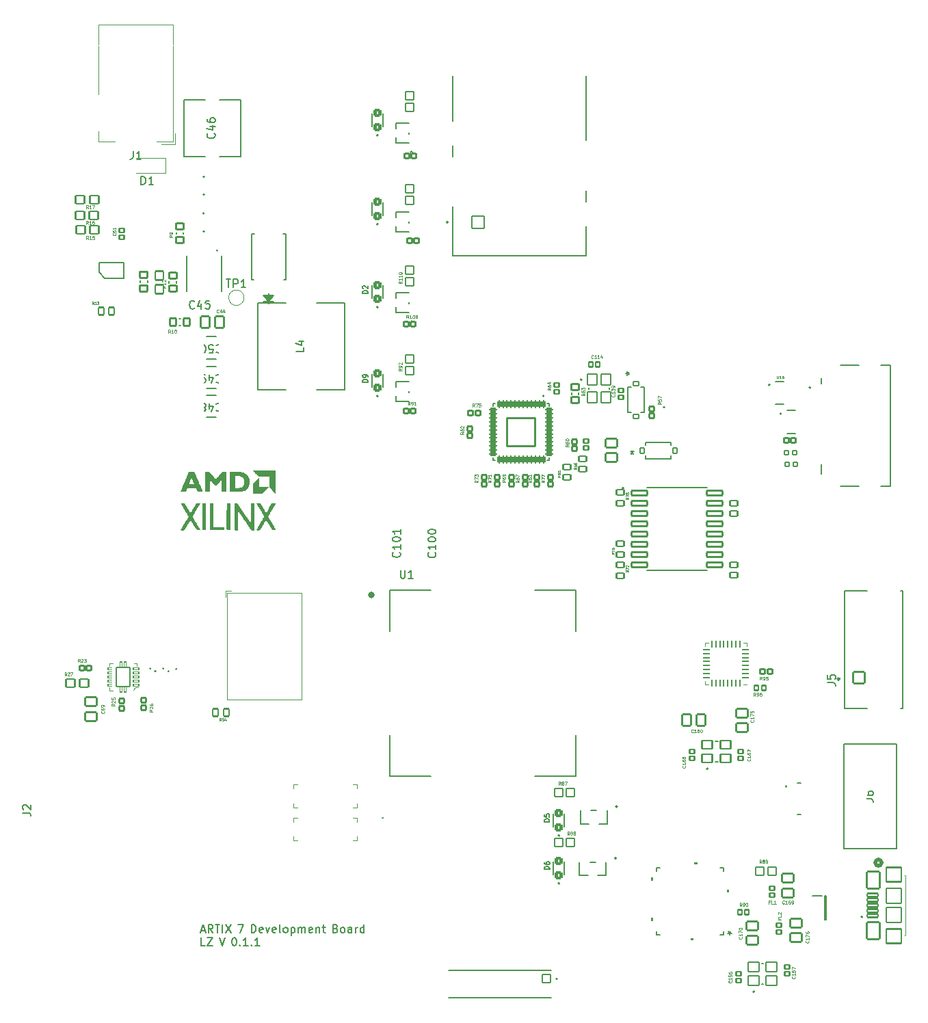
<source format=gbr>
G04 #@! TF.GenerationSoftware,KiCad,Pcbnew,(7.0.0)*
G04 #@! TF.CreationDate,2024-09-24T23:13:17+02:00*
G04 #@! TF.ProjectId,FPGA_dev_board,46504741-5f64-4657-965f-626f6172642e,rev?*
G04 #@! TF.SameCoordinates,Original*
G04 #@! TF.FileFunction,Legend,Top*
G04 #@! TF.FilePolarity,Positive*
%FSLAX46Y46*%
G04 Gerber Fmt 4.6, Leading zero omitted, Abs format (unit mm)*
G04 Created by KiCad (PCBNEW (7.0.0)) date 2024-09-24 23:13:17*
%MOMM*%
%LPD*%
G01*
G04 APERTURE LIST*
G04 Aperture macros list*
%AMRoundRect*
0 Rectangle with rounded corners*
0 $1 Rounding radius*
0 $2 $3 $4 $5 $6 $7 $8 $9 X,Y pos of 4 corners*
0 Add a 4 corners polygon primitive as box body*
4,1,4,$2,$3,$4,$5,$6,$7,$8,$9,$2,$3,0*
0 Add four circle primitives for the rounded corners*
1,1,$1+$1,$2,$3*
1,1,$1+$1,$4,$5*
1,1,$1+$1,$6,$7*
1,1,$1+$1,$8,$9*
0 Add four rect primitives between the rounded corners*
20,1,$1+$1,$2,$3,$4,$5,0*
20,1,$1+$1,$4,$5,$6,$7,0*
20,1,$1+$1,$6,$7,$8,$9,0*
20,1,$1+$1,$8,$9,$2,$3,0*%
G04 Aperture macros list end*
%ADD10C,0.150000*%
%ADD11C,0.098425*%
%ADD12C,0.098544*%
%ADD13C,0.078862*%
%ADD14C,0.080000*%
%ADD15C,0.078858*%
%ADD16C,0.152400*%
%ADD17C,0.127000*%
%ADD18C,0.200000*%
%ADD19C,0.120000*%
%ADD20C,0.400000*%
%ADD21C,0.100000*%
%ADD22C,0.508000*%
%ADD23C,0.300000*%
%ADD24C,0.010000*%
%ADD25R,0.508000X0.609600*%
%ADD26R,0.711200X0.711200*%
%ADD27RoundRect,0.102000X0.300000X-0.270000X0.300000X0.270000X-0.300000X0.270000X-0.300000X-0.270000X0*%
%ADD28RoundRect,0.102000X-0.300000X0.270000X-0.300000X-0.270000X0.300000X-0.270000X0.300000X0.270000X0*%
%ADD29R,0.965200X0.889000*%
%ADD30RoundRect,0.102000X0.469900X-0.381000X0.469900X0.381000X-0.469900X0.381000X-0.469900X-0.381000X0*%
%ADD31RoundRect,0.102000X-0.270000X-0.300000X0.270000X-0.300000X0.270000X0.300000X-0.270000X0.300000X0*%
%ADD32R,0.609600X0.508000*%
%ADD33RoundRect,0.200750X0.296250X-0.336250X0.296250X0.336250X-0.296250X0.336250X-0.296250X-0.336250X0*%
%ADD34C,0.400000*%
%ADD35R,0.508000X0.660400*%
%ADD36RoundRect,0.102000X-0.520000X-0.510000X0.520000X-0.510000X0.520000X0.510000X-0.520000X0.510000X0*%
%ADD37RoundRect,0.102000X0.520000X0.510000X-0.520000X0.510000X-0.520000X-0.510000X0.520000X-0.510000X0*%
%ADD38C,4.500000*%
%ADD39RoundRect,0.102000X0.550000X0.500000X-0.550000X0.500000X-0.550000X-0.500000X0.550000X-0.500000X0*%
%ADD40RoundRect,0.102000X-0.710000X0.540000X-0.710000X-0.540000X0.710000X-0.540000X0.710000X0.540000X0*%
%ADD41R,0.900000X0.800000*%
%ADD42RoundRect,0.062500X0.375000X0.062500X-0.375000X0.062500X-0.375000X-0.062500X0.375000X-0.062500X0*%
%ADD43RoundRect,0.062500X0.062500X0.375000X-0.062500X0.375000X-0.062500X-0.375000X0.062500X-0.375000X0*%
%ADD44R,3.450000X3.450000*%
%ADD45R,1.168400X0.457200*%
%ADD46C,0.704000*%
%ADD47C,0.420000*%
%ADD48RoundRect,0.070000X0.355000X-0.140000X0.355000X0.140000X-0.355000X0.140000X-0.355000X-0.140000X0*%
%ADD49RoundRect,0.070000X0.140000X-0.350000X0.140000X0.350000X-0.140000X0.350000X-0.140000X-0.350000X0*%
%ADD50C,0.300000*%
%ADD51C,0.300020*%
%ADD52RoundRect,0.070000X0.825000X-1.200000X0.825000X1.200000X-0.825000X1.200000X-0.825000X-1.200000X0*%
%ADD53RoundRect,0.102000X-0.355600X0.254000X-0.355600X-0.254000X0.355600X-0.254000X0.355600X0.254000X0*%
%ADD54C,2.100000*%
%ADD55C,2.310000*%
%ADD56RoundRect,0.102000X0.765000X0.765000X-0.765000X0.765000X-0.765000X-0.765000X0.765000X-0.765000X0*%
%ADD57C,1.734000*%
%ADD58C,1.929000*%
%ADD59C,2.304000*%
%ADD60R,0.558800X0.711200*%
%ADD61R,0.600000X0.750000*%
%ADD62RoundRect,0.102000X0.300000X-0.280000X0.300000X0.280000X-0.300000X0.280000X-0.300000X-0.280000X0*%
%ADD63RoundRect,0.102000X0.510000X-0.520000X0.510000X0.520000X-0.510000X0.520000X-0.510000X-0.520000X0*%
%ADD64C,1.000000*%
%ADD65R,0.660400X0.508000*%
%ADD66RoundRect,0.102000X-0.395000X-0.465000X0.395000X-0.465000X0.395000X0.465000X-0.395000X0.465000X0*%
%ADD67RoundRect,0.102000X-0.540000X-0.710000X0.540000X-0.710000X0.540000X0.710000X-0.540000X0.710000X0*%
%ADD68RoundRect,0.102000X-0.350000X-0.450000X0.350000X-0.450000X0.350000X0.450000X-0.350000X0.450000X0*%
%ADD69R,3.098800X5.207000*%
%ADD70R,0.990600X1.143000*%
%ADD71R,4.600000X2.000000*%
%ADD72O,4.200000X2.000000*%
%ADD73O,2.000000X4.200000*%
%ADD74R,1.066800X2.489200*%
%ADD75R,0.660400X0.254000*%
%ADD76RoundRect,0.126000X-0.996000X-0.276000X0.996000X-0.276000X0.996000X0.276000X-0.996000X0.276000X0*%
%ADD77RoundRect,0.102000X-0.237500X-0.250000X0.237500X-0.250000X0.237500X0.250000X-0.237500X0.250000X0*%
%ADD78R,0.304800X0.812800*%
%ADD79R,3.098800X2.692400*%
%ADD80RoundRect,0.102000X0.530000X0.530000X-0.530000X0.530000X-0.530000X-0.530000X0.530000X-0.530000X0*%
%ADD81C,1.264000*%
%ADD82RoundRect,0.102000X0.540000X0.710000X-0.540000X0.710000X-0.540000X-0.710000X0.540000X-0.710000X0*%
%ADD83R,1.200000X1.200000*%
%ADD84RoundRect,0.102000X-0.465000X0.395000X-0.465000X-0.395000X0.465000X-0.395000X0.465000X0.395000X0*%
%ADD85C,2.199000*%
%ADD86RoundRect,0.102000X0.710000X-0.540000X0.710000X0.540000X-0.710000X0.540000X-0.710000X-0.540000X0*%
%ADD87RoundRect,0.102000X-0.280000X-0.300000X0.280000X-0.300000X0.280000X0.300000X-0.280000X0.300000X0*%
%ADD88RoundRect,0.102000X-0.254000X-0.355600X0.254000X-0.355600X0.254000X0.355600X-0.254000X0.355600X0*%
%ADD89C,1.270000*%
%ADD90RoundRect,0.102000X0.675000X-0.200000X0.675000X0.200000X-0.675000X0.200000X-0.675000X-0.200000X0*%
%ADD91RoundRect,0.102000X0.800000X-1.050000X0.800000X1.050000X-0.800000X1.050000X-0.800000X-1.050000X0*%
%ADD92RoundRect,0.102000X0.950000X-0.900000X0.950000X0.900000X-0.950000X0.900000X-0.950000X-0.900000X0*%
%ADD93RoundRect,0.102000X0.950000X-0.950000X0.950000X0.950000X-0.950000X0.950000X-0.950000X-0.950000X0*%
%ADD94RoundRect,0.102000X0.350000X0.450000X-0.350000X0.450000X-0.350000X-0.450000X0.350000X-0.450000X0*%
%ADD95RoundRect,0.102000X-0.300000X0.280000X-0.300000X-0.280000X0.300000X-0.280000X0.300000X0.280000X0*%
%ADD96RoundRect,0.102000X0.270000X0.300000X-0.270000X0.300000X-0.270000X-0.300000X0.270000X-0.300000X0*%
%ADD97RoundRect,0.102000X-0.600000X-0.700000X0.600000X-0.700000X0.600000X0.700000X-0.600000X0.700000X0*%
%ADD98RoundRect,0.102000X-0.450000X0.350000X-0.450000X-0.350000X0.450000X-0.350000X0.450000X0.350000X0*%
%ADD99RoundRect,0.102000X-0.295000X-0.300000X0.295000X-0.300000X0.295000X0.300000X-0.295000X0.300000X0*%
%ADD100R,1.250000X0.600000*%
%ADD101R,0.965200X0.939800*%
%ADD102RoundRect,0.102000X0.450000X-0.350000X0.450000X0.350000X-0.450000X0.350000X-0.450000X-0.350000X0*%
%ADD103RoundRect,0.102000X-0.550000X-0.500000X0.550000X-0.500000X0.550000X0.500000X-0.550000X0.500000X0*%
%ADD104RoundRect,0.102000X0.280000X0.300000X-0.280000X0.300000X-0.280000X-0.300000X0.280000X-0.300000X0*%
%ADD105R,0.558800X1.270000*%
%ADD106O,0.449999X1.699999*%
%ADD107RoundRect,0.102000X0.650000X-0.525000X0.650000X0.525000X-0.650000X0.525000X-0.650000X-0.525000X0*%
%ADD108RoundRect,0.102000X0.714000X-0.714000X0.714000X0.714000X-0.714000X0.714000X-0.714000X-0.714000X0*%
%ADD109C,1.632000*%
%ADD110C,3.550000*%
%ADD111R,3.149600X2.667000*%
%ADD112RoundRect,0.102000X0.465000X-0.395000X0.465000X0.395000X-0.465000X0.395000X-0.465000X-0.395000X0*%
%ADD113RoundRect,0.102000X0.700000X-0.600000X0.700000X0.600000X-0.700000X0.600000X-0.700000X-0.600000X0*%
%ADD114R,1.143000X2.997200*%
%ADD115R,0.807999X0.254800*%
%ADD116R,0.254800X0.807999*%
%ADD117R,5.943600X5.943600*%
%ADD118R,4.300000X0.700000*%
%ADD119R,3.200000X0.700000*%
%ADD120RoundRect,0.102000X-0.500000X0.550000X-0.500000X-0.550000X0.500000X-0.550000X0.500000X0.550000X0*%
%ADD121RoundRect,0.135750X-0.101250X0.371250X-0.101250X-0.371250X0.101250X-0.371250X0.101250X0.371250X0*%
%ADD122RoundRect,0.135750X-0.371250X-0.101250X0.371250X-0.101250X0.371250X0.101250X-0.371250X0.101250X0*%
%ADD123RoundRect,0.102000X-1.750000X1.750000X-1.750000X-1.750000X1.750000X-1.750000X1.750000X1.750000X0*%
%ADD124C,0.754000*%
G04 #@! TA.AperFunction,Profile*
%ADD125C,0.100000*%
G04 #@! TD*
G04 #@! TA.AperFunction,Profile*
%ADD126C,0.010000*%
G04 #@! TD*
G04 APERTURE END LIST*
D10*
X65530476Y-229226666D02*
X66006666Y-229226666D01*
X65435238Y-229512380D02*
X65768571Y-228512380D01*
X65768571Y-228512380D02*
X66101904Y-229512380D01*
X67006666Y-229512380D02*
X66673333Y-229036190D01*
X66435238Y-229512380D02*
X66435238Y-228512380D01*
X66435238Y-228512380D02*
X66816190Y-228512380D01*
X66816190Y-228512380D02*
X66911428Y-228560000D01*
X66911428Y-228560000D02*
X66959047Y-228607619D01*
X66959047Y-228607619D02*
X67006666Y-228702857D01*
X67006666Y-228702857D02*
X67006666Y-228845714D01*
X67006666Y-228845714D02*
X66959047Y-228940952D01*
X66959047Y-228940952D02*
X66911428Y-228988571D01*
X66911428Y-228988571D02*
X66816190Y-229036190D01*
X66816190Y-229036190D02*
X66435238Y-229036190D01*
X67292381Y-228512380D02*
X67863809Y-228512380D01*
X67578095Y-229512380D02*
X67578095Y-228512380D01*
X68197143Y-229512380D02*
X68197143Y-228512380D01*
X68578095Y-228512380D02*
X69244761Y-229512380D01*
X69244761Y-228512380D02*
X68578095Y-229512380D01*
X70130476Y-228512380D02*
X70797142Y-228512380D01*
X70797142Y-228512380D02*
X70368571Y-229512380D01*
X71778095Y-229512380D02*
X71778095Y-228512380D01*
X71778095Y-228512380D02*
X72016190Y-228512380D01*
X72016190Y-228512380D02*
X72159047Y-228560000D01*
X72159047Y-228560000D02*
X72254285Y-228655238D01*
X72254285Y-228655238D02*
X72301904Y-228750476D01*
X72301904Y-228750476D02*
X72349523Y-228940952D01*
X72349523Y-228940952D02*
X72349523Y-229083809D01*
X72349523Y-229083809D02*
X72301904Y-229274285D01*
X72301904Y-229274285D02*
X72254285Y-229369523D01*
X72254285Y-229369523D02*
X72159047Y-229464761D01*
X72159047Y-229464761D02*
X72016190Y-229512380D01*
X72016190Y-229512380D02*
X71778095Y-229512380D01*
X73159047Y-229464761D02*
X73063809Y-229512380D01*
X73063809Y-229512380D02*
X72873333Y-229512380D01*
X72873333Y-229512380D02*
X72778095Y-229464761D01*
X72778095Y-229464761D02*
X72730476Y-229369523D01*
X72730476Y-229369523D02*
X72730476Y-228988571D01*
X72730476Y-228988571D02*
X72778095Y-228893333D01*
X72778095Y-228893333D02*
X72873333Y-228845714D01*
X72873333Y-228845714D02*
X73063809Y-228845714D01*
X73063809Y-228845714D02*
X73159047Y-228893333D01*
X73159047Y-228893333D02*
X73206666Y-228988571D01*
X73206666Y-228988571D02*
X73206666Y-229083809D01*
X73206666Y-229083809D02*
X72730476Y-229179047D01*
X73540000Y-228845714D02*
X73778095Y-229512380D01*
X73778095Y-229512380D02*
X74016190Y-228845714D01*
X74778095Y-229464761D02*
X74682857Y-229512380D01*
X74682857Y-229512380D02*
X74492381Y-229512380D01*
X74492381Y-229512380D02*
X74397143Y-229464761D01*
X74397143Y-229464761D02*
X74349524Y-229369523D01*
X74349524Y-229369523D02*
X74349524Y-228988571D01*
X74349524Y-228988571D02*
X74397143Y-228893333D01*
X74397143Y-228893333D02*
X74492381Y-228845714D01*
X74492381Y-228845714D02*
X74682857Y-228845714D01*
X74682857Y-228845714D02*
X74778095Y-228893333D01*
X74778095Y-228893333D02*
X74825714Y-228988571D01*
X74825714Y-228988571D02*
X74825714Y-229083809D01*
X74825714Y-229083809D02*
X74349524Y-229179047D01*
X75397143Y-229512380D02*
X75301905Y-229464761D01*
X75301905Y-229464761D02*
X75254286Y-229369523D01*
X75254286Y-229369523D02*
X75254286Y-228512380D01*
X75920953Y-229512380D02*
X75825715Y-229464761D01*
X75825715Y-229464761D02*
X75778096Y-229417142D01*
X75778096Y-229417142D02*
X75730477Y-229321904D01*
X75730477Y-229321904D02*
X75730477Y-229036190D01*
X75730477Y-229036190D02*
X75778096Y-228940952D01*
X75778096Y-228940952D02*
X75825715Y-228893333D01*
X75825715Y-228893333D02*
X75920953Y-228845714D01*
X75920953Y-228845714D02*
X76063810Y-228845714D01*
X76063810Y-228845714D02*
X76159048Y-228893333D01*
X76159048Y-228893333D02*
X76206667Y-228940952D01*
X76206667Y-228940952D02*
X76254286Y-229036190D01*
X76254286Y-229036190D02*
X76254286Y-229321904D01*
X76254286Y-229321904D02*
X76206667Y-229417142D01*
X76206667Y-229417142D02*
X76159048Y-229464761D01*
X76159048Y-229464761D02*
X76063810Y-229512380D01*
X76063810Y-229512380D02*
X75920953Y-229512380D01*
X76682858Y-228845714D02*
X76682858Y-229845714D01*
X76682858Y-228893333D02*
X76778096Y-228845714D01*
X76778096Y-228845714D02*
X76968572Y-228845714D01*
X76968572Y-228845714D02*
X77063810Y-228893333D01*
X77063810Y-228893333D02*
X77111429Y-228940952D01*
X77111429Y-228940952D02*
X77159048Y-229036190D01*
X77159048Y-229036190D02*
X77159048Y-229321904D01*
X77159048Y-229321904D02*
X77111429Y-229417142D01*
X77111429Y-229417142D02*
X77063810Y-229464761D01*
X77063810Y-229464761D02*
X76968572Y-229512380D01*
X76968572Y-229512380D02*
X76778096Y-229512380D01*
X76778096Y-229512380D02*
X76682858Y-229464761D01*
X77587620Y-229512380D02*
X77587620Y-228845714D01*
X77587620Y-228940952D02*
X77635239Y-228893333D01*
X77635239Y-228893333D02*
X77730477Y-228845714D01*
X77730477Y-228845714D02*
X77873334Y-228845714D01*
X77873334Y-228845714D02*
X77968572Y-228893333D01*
X77968572Y-228893333D02*
X78016191Y-228988571D01*
X78016191Y-228988571D02*
X78016191Y-229512380D01*
X78016191Y-228988571D02*
X78063810Y-228893333D01*
X78063810Y-228893333D02*
X78159048Y-228845714D01*
X78159048Y-228845714D02*
X78301905Y-228845714D01*
X78301905Y-228845714D02*
X78397144Y-228893333D01*
X78397144Y-228893333D02*
X78444763Y-228988571D01*
X78444763Y-228988571D02*
X78444763Y-229512380D01*
X79301905Y-229464761D02*
X79206667Y-229512380D01*
X79206667Y-229512380D02*
X79016191Y-229512380D01*
X79016191Y-229512380D02*
X78920953Y-229464761D01*
X78920953Y-229464761D02*
X78873334Y-229369523D01*
X78873334Y-229369523D02*
X78873334Y-228988571D01*
X78873334Y-228988571D02*
X78920953Y-228893333D01*
X78920953Y-228893333D02*
X79016191Y-228845714D01*
X79016191Y-228845714D02*
X79206667Y-228845714D01*
X79206667Y-228845714D02*
X79301905Y-228893333D01*
X79301905Y-228893333D02*
X79349524Y-228988571D01*
X79349524Y-228988571D02*
X79349524Y-229083809D01*
X79349524Y-229083809D02*
X78873334Y-229179047D01*
X79778096Y-228845714D02*
X79778096Y-229512380D01*
X79778096Y-228940952D02*
X79825715Y-228893333D01*
X79825715Y-228893333D02*
X79920953Y-228845714D01*
X79920953Y-228845714D02*
X80063810Y-228845714D01*
X80063810Y-228845714D02*
X80159048Y-228893333D01*
X80159048Y-228893333D02*
X80206667Y-228988571D01*
X80206667Y-228988571D02*
X80206667Y-229512380D01*
X80540001Y-228845714D02*
X80920953Y-228845714D01*
X80682858Y-228512380D02*
X80682858Y-229369523D01*
X80682858Y-229369523D02*
X80730477Y-229464761D01*
X80730477Y-229464761D02*
X80825715Y-229512380D01*
X80825715Y-229512380D02*
X80920953Y-229512380D01*
X82187620Y-228988571D02*
X82330477Y-229036190D01*
X82330477Y-229036190D02*
X82378096Y-229083809D01*
X82378096Y-229083809D02*
X82425715Y-229179047D01*
X82425715Y-229179047D02*
X82425715Y-229321904D01*
X82425715Y-229321904D02*
X82378096Y-229417142D01*
X82378096Y-229417142D02*
X82330477Y-229464761D01*
X82330477Y-229464761D02*
X82235239Y-229512380D01*
X82235239Y-229512380D02*
X81854287Y-229512380D01*
X81854287Y-229512380D02*
X81854287Y-228512380D01*
X81854287Y-228512380D02*
X82187620Y-228512380D01*
X82187620Y-228512380D02*
X82282858Y-228560000D01*
X82282858Y-228560000D02*
X82330477Y-228607619D01*
X82330477Y-228607619D02*
X82378096Y-228702857D01*
X82378096Y-228702857D02*
X82378096Y-228798095D01*
X82378096Y-228798095D02*
X82330477Y-228893333D01*
X82330477Y-228893333D02*
X82282858Y-228940952D01*
X82282858Y-228940952D02*
X82187620Y-228988571D01*
X82187620Y-228988571D02*
X81854287Y-228988571D01*
X82997144Y-229512380D02*
X82901906Y-229464761D01*
X82901906Y-229464761D02*
X82854287Y-229417142D01*
X82854287Y-229417142D02*
X82806668Y-229321904D01*
X82806668Y-229321904D02*
X82806668Y-229036190D01*
X82806668Y-229036190D02*
X82854287Y-228940952D01*
X82854287Y-228940952D02*
X82901906Y-228893333D01*
X82901906Y-228893333D02*
X82997144Y-228845714D01*
X82997144Y-228845714D02*
X83140001Y-228845714D01*
X83140001Y-228845714D02*
X83235239Y-228893333D01*
X83235239Y-228893333D02*
X83282858Y-228940952D01*
X83282858Y-228940952D02*
X83330477Y-229036190D01*
X83330477Y-229036190D02*
X83330477Y-229321904D01*
X83330477Y-229321904D02*
X83282858Y-229417142D01*
X83282858Y-229417142D02*
X83235239Y-229464761D01*
X83235239Y-229464761D02*
X83140001Y-229512380D01*
X83140001Y-229512380D02*
X82997144Y-229512380D01*
X84187620Y-229512380D02*
X84187620Y-228988571D01*
X84187620Y-228988571D02*
X84140001Y-228893333D01*
X84140001Y-228893333D02*
X84044763Y-228845714D01*
X84044763Y-228845714D02*
X83854287Y-228845714D01*
X83854287Y-228845714D02*
X83759049Y-228893333D01*
X84187620Y-229464761D02*
X84092382Y-229512380D01*
X84092382Y-229512380D02*
X83854287Y-229512380D01*
X83854287Y-229512380D02*
X83759049Y-229464761D01*
X83759049Y-229464761D02*
X83711430Y-229369523D01*
X83711430Y-229369523D02*
X83711430Y-229274285D01*
X83711430Y-229274285D02*
X83759049Y-229179047D01*
X83759049Y-229179047D02*
X83854287Y-229131428D01*
X83854287Y-229131428D02*
X84092382Y-229131428D01*
X84092382Y-229131428D02*
X84187620Y-229083809D01*
X84663811Y-229512380D02*
X84663811Y-228845714D01*
X84663811Y-229036190D02*
X84711430Y-228940952D01*
X84711430Y-228940952D02*
X84759049Y-228893333D01*
X84759049Y-228893333D02*
X84854287Y-228845714D01*
X84854287Y-228845714D02*
X84949525Y-228845714D01*
X85711430Y-229512380D02*
X85711430Y-228512380D01*
X85711430Y-229464761D02*
X85616192Y-229512380D01*
X85616192Y-229512380D02*
X85425716Y-229512380D01*
X85425716Y-229512380D02*
X85330478Y-229464761D01*
X85330478Y-229464761D02*
X85282859Y-229417142D01*
X85282859Y-229417142D02*
X85235240Y-229321904D01*
X85235240Y-229321904D02*
X85235240Y-229036190D01*
X85235240Y-229036190D02*
X85282859Y-228940952D01*
X85282859Y-228940952D02*
X85330478Y-228893333D01*
X85330478Y-228893333D02*
X85425716Y-228845714D01*
X85425716Y-228845714D02*
X85616192Y-228845714D01*
X85616192Y-228845714D02*
X85711430Y-228893333D01*
X66054285Y-231132380D02*
X65578095Y-231132380D01*
X65578095Y-231132380D02*
X65578095Y-230132380D01*
X66292381Y-230132380D02*
X66959047Y-230132380D01*
X66959047Y-230132380D02*
X66292381Y-231132380D01*
X66292381Y-231132380D02*
X66959047Y-231132380D01*
X67797143Y-230132380D02*
X68130476Y-231132380D01*
X68130476Y-231132380D02*
X68463809Y-230132380D01*
X69587619Y-230132380D02*
X69682857Y-230132380D01*
X69682857Y-230132380D02*
X69778095Y-230180000D01*
X69778095Y-230180000D02*
X69825714Y-230227619D01*
X69825714Y-230227619D02*
X69873333Y-230322857D01*
X69873333Y-230322857D02*
X69920952Y-230513333D01*
X69920952Y-230513333D02*
X69920952Y-230751428D01*
X69920952Y-230751428D02*
X69873333Y-230941904D01*
X69873333Y-230941904D02*
X69825714Y-231037142D01*
X69825714Y-231037142D02*
X69778095Y-231084761D01*
X69778095Y-231084761D02*
X69682857Y-231132380D01*
X69682857Y-231132380D02*
X69587619Y-231132380D01*
X69587619Y-231132380D02*
X69492381Y-231084761D01*
X69492381Y-231084761D02*
X69444762Y-231037142D01*
X69444762Y-231037142D02*
X69397143Y-230941904D01*
X69397143Y-230941904D02*
X69349524Y-230751428D01*
X69349524Y-230751428D02*
X69349524Y-230513333D01*
X69349524Y-230513333D02*
X69397143Y-230322857D01*
X69397143Y-230322857D02*
X69444762Y-230227619D01*
X69444762Y-230227619D02*
X69492381Y-230180000D01*
X69492381Y-230180000D02*
X69587619Y-230132380D01*
X70349524Y-231037142D02*
X70397143Y-231084761D01*
X70397143Y-231084761D02*
X70349524Y-231132380D01*
X70349524Y-231132380D02*
X70301905Y-231084761D01*
X70301905Y-231084761D02*
X70349524Y-231037142D01*
X70349524Y-231037142D02*
X70349524Y-231132380D01*
X71349523Y-231132380D02*
X70778095Y-231132380D01*
X71063809Y-231132380D02*
X71063809Y-230132380D01*
X71063809Y-230132380D02*
X70968571Y-230275238D01*
X70968571Y-230275238D02*
X70873333Y-230370476D01*
X70873333Y-230370476D02*
X70778095Y-230418095D01*
X71778095Y-231037142D02*
X71825714Y-231084761D01*
X71825714Y-231084761D02*
X71778095Y-231132380D01*
X71778095Y-231132380D02*
X71730476Y-231084761D01*
X71730476Y-231084761D02*
X71778095Y-231037142D01*
X71778095Y-231037142D02*
X71778095Y-231132380D01*
X72778094Y-231132380D02*
X72206666Y-231132380D01*
X72492380Y-231132380D02*
X72492380Y-230132380D01*
X72492380Y-230132380D02*
X72397142Y-230275238D01*
X72397142Y-230275238D02*
X72301904Y-230370476D01*
X72301904Y-230370476D02*
X72206666Y-230418095D01*
D11*
X125467143Y-208850569D02*
X125485890Y-208869317D01*
X125485890Y-208869317D02*
X125504638Y-208925560D01*
X125504638Y-208925560D02*
X125504638Y-208963055D01*
X125504638Y-208963055D02*
X125485890Y-209019298D01*
X125485890Y-209019298D02*
X125448395Y-209056794D01*
X125448395Y-209056794D02*
X125410900Y-209075541D01*
X125410900Y-209075541D02*
X125335909Y-209094289D01*
X125335909Y-209094289D02*
X125279666Y-209094289D01*
X125279666Y-209094289D02*
X125204675Y-209075541D01*
X125204675Y-209075541D02*
X125167180Y-209056794D01*
X125167180Y-209056794D02*
X125129685Y-209019298D01*
X125129685Y-209019298D02*
X125110937Y-208963055D01*
X125110937Y-208963055D02*
X125110937Y-208925560D01*
X125110937Y-208925560D02*
X125129685Y-208869317D01*
X125129685Y-208869317D02*
X125148432Y-208850569D01*
X125504638Y-208475616D02*
X125504638Y-208700588D01*
X125504638Y-208588102D02*
X125110937Y-208588102D01*
X125110937Y-208588102D02*
X125167180Y-208625597D01*
X125167180Y-208625597D02*
X125204675Y-208663093D01*
X125204675Y-208663093D02*
X125223423Y-208700588D01*
X125110937Y-208138158D02*
X125110937Y-208213149D01*
X125110937Y-208213149D02*
X125129685Y-208250644D01*
X125129685Y-208250644D02*
X125148432Y-208269392D01*
X125148432Y-208269392D02*
X125204675Y-208306887D01*
X125204675Y-208306887D02*
X125279666Y-208325635D01*
X125279666Y-208325635D02*
X125429647Y-208325635D01*
X125429647Y-208325635D02*
X125467143Y-208306887D01*
X125467143Y-208306887D02*
X125485890Y-208288140D01*
X125485890Y-208288140D02*
X125504638Y-208250644D01*
X125504638Y-208250644D02*
X125504638Y-208175654D01*
X125504638Y-208175654D02*
X125485890Y-208138158D01*
X125485890Y-208138158D02*
X125467143Y-208119411D01*
X125467143Y-208119411D02*
X125429647Y-208100663D01*
X125429647Y-208100663D02*
X125335909Y-208100663D01*
X125335909Y-208100663D02*
X125298414Y-208119411D01*
X125298414Y-208119411D02*
X125279666Y-208138158D01*
X125279666Y-208138158D02*
X125260918Y-208175654D01*
X125260918Y-208175654D02*
X125260918Y-208250644D01*
X125260918Y-208250644D02*
X125279666Y-208288140D01*
X125279666Y-208288140D02*
X125298414Y-208306887D01*
X125298414Y-208306887D02*
X125335909Y-208325635D01*
X125110937Y-207763205D02*
X125110937Y-207838196D01*
X125110937Y-207838196D02*
X125129685Y-207875691D01*
X125129685Y-207875691D02*
X125148432Y-207894439D01*
X125148432Y-207894439D02*
X125204675Y-207931934D01*
X125204675Y-207931934D02*
X125279666Y-207950682D01*
X125279666Y-207950682D02*
X125429647Y-207950682D01*
X125429647Y-207950682D02*
X125467143Y-207931934D01*
X125467143Y-207931934D02*
X125485890Y-207913187D01*
X125485890Y-207913187D02*
X125504638Y-207875691D01*
X125504638Y-207875691D02*
X125504638Y-207800701D01*
X125504638Y-207800701D02*
X125485890Y-207763205D01*
X125485890Y-207763205D02*
X125467143Y-207744458D01*
X125467143Y-207744458D02*
X125429647Y-207725710D01*
X125429647Y-207725710D02*
X125335909Y-207725710D01*
X125335909Y-207725710D02*
X125298414Y-207744458D01*
X125298414Y-207744458D02*
X125279666Y-207763205D01*
X125279666Y-207763205D02*
X125260918Y-207800701D01*
X125260918Y-207800701D02*
X125260918Y-207875691D01*
X125260918Y-207875691D02*
X125279666Y-207913187D01*
X125279666Y-207913187D02*
X125298414Y-207931934D01*
X125298414Y-207931934D02*
X125335909Y-207950682D01*
X133507143Y-207990569D02*
X133525890Y-208009317D01*
X133525890Y-208009317D02*
X133544638Y-208065560D01*
X133544638Y-208065560D02*
X133544638Y-208103055D01*
X133544638Y-208103055D02*
X133525890Y-208159298D01*
X133525890Y-208159298D02*
X133488395Y-208196794D01*
X133488395Y-208196794D02*
X133450900Y-208215541D01*
X133450900Y-208215541D02*
X133375909Y-208234289D01*
X133375909Y-208234289D02*
X133319666Y-208234289D01*
X133319666Y-208234289D02*
X133244675Y-208215541D01*
X133244675Y-208215541D02*
X133207180Y-208196794D01*
X133207180Y-208196794D02*
X133169685Y-208159298D01*
X133169685Y-208159298D02*
X133150937Y-208103055D01*
X133150937Y-208103055D02*
X133150937Y-208065560D01*
X133150937Y-208065560D02*
X133169685Y-208009317D01*
X133169685Y-208009317D02*
X133188432Y-207990569D01*
X133544638Y-207615616D02*
X133544638Y-207840588D01*
X133544638Y-207728102D02*
X133150937Y-207728102D01*
X133150937Y-207728102D02*
X133207180Y-207765597D01*
X133207180Y-207765597D02*
X133244675Y-207803093D01*
X133244675Y-207803093D02*
X133263423Y-207840588D01*
X133150937Y-207278158D02*
X133150937Y-207353149D01*
X133150937Y-207353149D02*
X133169685Y-207390644D01*
X133169685Y-207390644D02*
X133188432Y-207409392D01*
X133188432Y-207409392D02*
X133244675Y-207446887D01*
X133244675Y-207446887D02*
X133319666Y-207465635D01*
X133319666Y-207465635D02*
X133469647Y-207465635D01*
X133469647Y-207465635D02*
X133507143Y-207446887D01*
X133507143Y-207446887D02*
X133525890Y-207428140D01*
X133525890Y-207428140D02*
X133544638Y-207390644D01*
X133544638Y-207390644D02*
X133544638Y-207315654D01*
X133544638Y-207315654D02*
X133525890Y-207278158D01*
X133525890Y-207278158D02*
X133507143Y-207259411D01*
X133507143Y-207259411D02*
X133469647Y-207240663D01*
X133469647Y-207240663D02*
X133375909Y-207240663D01*
X133375909Y-207240663D02*
X133338414Y-207259411D01*
X133338414Y-207259411D02*
X133319666Y-207278158D01*
X133319666Y-207278158D02*
X133300918Y-207315654D01*
X133300918Y-207315654D02*
X133300918Y-207390644D01*
X133300918Y-207390644D02*
X133319666Y-207428140D01*
X133319666Y-207428140D02*
X133338414Y-207446887D01*
X133338414Y-207446887D02*
X133375909Y-207465635D01*
X133150937Y-207109430D02*
X133150937Y-206846962D01*
X133150937Y-206846962D02*
X133544638Y-207015691D01*
X114086430Y-158362143D02*
X114067682Y-158380890D01*
X114067682Y-158380890D02*
X114011439Y-158399638D01*
X114011439Y-158399638D02*
X113973944Y-158399638D01*
X113973944Y-158399638D02*
X113917701Y-158380890D01*
X113917701Y-158380890D02*
X113880206Y-158343395D01*
X113880206Y-158343395D02*
X113861458Y-158305900D01*
X113861458Y-158305900D02*
X113842710Y-158230909D01*
X113842710Y-158230909D02*
X113842710Y-158174666D01*
X113842710Y-158174666D02*
X113861458Y-158099675D01*
X113861458Y-158099675D02*
X113880206Y-158062180D01*
X113880206Y-158062180D02*
X113917701Y-158024685D01*
X113917701Y-158024685D02*
X113973944Y-158005937D01*
X113973944Y-158005937D02*
X114011439Y-158005937D01*
X114011439Y-158005937D02*
X114067682Y-158024685D01*
X114067682Y-158024685D02*
X114086430Y-158043432D01*
X114461383Y-158399638D02*
X114236411Y-158399638D01*
X114348897Y-158399638D02*
X114348897Y-158005937D01*
X114348897Y-158005937D02*
X114311402Y-158062180D01*
X114311402Y-158062180D02*
X114273907Y-158099675D01*
X114273907Y-158099675D02*
X114236411Y-158118423D01*
X114836336Y-158399638D02*
X114611364Y-158399638D01*
X114723850Y-158399638D02*
X114723850Y-158005937D01*
X114723850Y-158005937D02*
X114686355Y-158062180D01*
X114686355Y-158062180D02*
X114648860Y-158099675D01*
X114648860Y-158099675D02*
X114611364Y-158118423D01*
X115173794Y-158137171D02*
X115173794Y-158399638D01*
X115080056Y-157987189D02*
X114986317Y-158268404D01*
X114986317Y-158268404D02*
X115230037Y-158268404D01*
D10*
X108670223Y-215780381D02*
X108030223Y-215780381D01*
X108030223Y-215780381D02*
X108030223Y-215628000D01*
X108030223Y-215628000D02*
X108060700Y-215536571D01*
X108060700Y-215536571D02*
X108121652Y-215475619D01*
X108121652Y-215475619D02*
X108182604Y-215445142D01*
X108182604Y-215445142D02*
X108304509Y-215414666D01*
X108304509Y-215414666D02*
X108395938Y-215414666D01*
X108395938Y-215414666D02*
X108517842Y-215445142D01*
X108517842Y-215445142D02*
X108578795Y-215475619D01*
X108578795Y-215475619D02*
X108639747Y-215536571D01*
X108639747Y-215536571D02*
X108670223Y-215628000D01*
X108670223Y-215628000D02*
X108670223Y-215780381D01*
X108030223Y-214835619D02*
X108030223Y-215140381D01*
X108030223Y-215140381D02*
X108334985Y-215170857D01*
X108334985Y-215170857D02*
X108304509Y-215140381D01*
X108304509Y-215140381D02*
X108274033Y-215079428D01*
X108274033Y-215079428D02*
X108274033Y-214927047D01*
X108274033Y-214927047D02*
X108304509Y-214866095D01*
X108304509Y-214866095D02*
X108334985Y-214835619D01*
X108334985Y-214835619D02*
X108395938Y-214805142D01*
X108395938Y-214805142D02*
X108548319Y-214805142D01*
X108548319Y-214805142D02*
X108609271Y-214835619D01*
X108609271Y-214835619D02*
X108639747Y-214866095D01*
X108639747Y-214866095D02*
X108670223Y-214927047D01*
X108670223Y-214927047D02*
X108670223Y-215079428D01*
X108670223Y-215079428D02*
X108639747Y-215140381D01*
X108639747Y-215140381D02*
X108609271Y-215170857D01*
D11*
X110038407Y-211214638D02*
X109907173Y-211027161D01*
X109813435Y-211214638D02*
X109813435Y-210820937D01*
X109813435Y-210820937D02*
X109963416Y-210820937D01*
X109963416Y-210820937D02*
X110000912Y-210839685D01*
X110000912Y-210839685D02*
X110019659Y-210858432D01*
X110019659Y-210858432D02*
X110038407Y-210895928D01*
X110038407Y-210895928D02*
X110038407Y-210952171D01*
X110038407Y-210952171D02*
X110019659Y-210989666D01*
X110019659Y-210989666D02*
X110000912Y-211008414D01*
X110000912Y-211008414D02*
X109963416Y-211027161D01*
X109963416Y-211027161D02*
X109813435Y-211027161D01*
X110263379Y-210989666D02*
X110225884Y-210970918D01*
X110225884Y-210970918D02*
X110207136Y-210952171D01*
X110207136Y-210952171D02*
X110188388Y-210914675D01*
X110188388Y-210914675D02*
X110188388Y-210895928D01*
X110188388Y-210895928D02*
X110207136Y-210858432D01*
X110207136Y-210858432D02*
X110225884Y-210839685D01*
X110225884Y-210839685D02*
X110263379Y-210820937D01*
X110263379Y-210820937D02*
X110338370Y-210820937D01*
X110338370Y-210820937D02*
X110375865Y-210839685D01*
X110375865Y-210839685D02*
X110394613Y-210858432D01*
X110394613Y-210858432D02*
X110413360Y-210895928D01*
X110413360Y-210895928D02*
X110413360Y-210914675D01*
X110413360Y-210914675D02*
X110394613Y-210952171D01*
X110394613Y-210952171D02*
X110375865Y-210970918D01*
X110375865Y-210970918D02*
X110338370Y-210989666D01*
X110338370Y-210989666D02*
X110263379Y-210989666D01*
X110263379Y-210989666D02*
X110225884Y-211008414D01*
X110225884Y-211008414D02*
X110207136Y-211027161D01*
X110207136Y-211027161D02*
X110188388Y-211064657D01*
X110188388Y-211064657D02*
X110188388Y-211139647D01*
X110188388Y-211139647D02*
X110207136Y-211177143D01*
X110207136Y-211177143D02*
X110225884Y-211195890D01*
X110225884Y-211195890D02*
X110263379Y-211214638D01*
X110263379Y-211214638D02*
X110338370Y-211214638D01*
X110338370Y-211214638D02*
X110375865Y-211195890D01*
X110375865Y-211195890D02*
X110394613Y-211177143D01*
X110394613Y-211177143D02*
X110413360Y-211139647D01*
X110413360Y-211139647D02*
X110413360Y-211064657D01*
X110413360Y-211064657D02*
X110394613Y-211027161D01*
X110394613Y-211027161D02*
X110375865Y-211008414D01*
X110375865Y-211008414D02*
X110338370Y-210989666D01*
X110544594Y-210820937D02*
X110807061Y-210820937D01*
X110807061Y-210820937D02*
X110638332Y-211214638D01*
X134906907Y-220884638D02*
X134775673Y-220697161D01*
X134681935Y-220884638D02*
X134681935Y-220490937D01*
X134681935Y-220490937D02*
X134831916Y-220490937D01*
X134831916Y-220490937D02*
X134869412Y-220509685D01*
X134869412Y-220509685D02*
X134888159Y-220528432D01*
X134888159Y-220528432D02*
X134906907Y-220565928D01*
X134906907Y-220565928D02*
X134906907Y-220622171D01*
X134906907Y-220622171D02*
X134888159Y-220659666D01*
X134888159Y-220659666D02*
X134869412Y-220678414D01*
X134869412Y-220678414D02*
X134831916Y-220697161D01*
X134831916Y-220697161D02*
X134681935Y-220697161D01*
X135131879Y-220659666D02*
X135094384Y-220640918D01*
X135094384Y-220640918D02*
X135075636Y-220622171D01*
X135075636Y-220622171D02*
X135056888Y-220584675D01*
X135056888Y-220584675D02*
X135056888Y-220565928D01*
X135056888Y-220565928D02*
X135075636Y-220528432D01*
X135075636Y-220528432D02*
X135094384Y-220509685D01*
X135094384Y-220509685D02*
X135131879Y-220490937D01*
X135131879Y-220490937D02*
X135206870Y-220490937D01*
X135206870Y-220490937D02*
X135244365Y-220509685D01*
X135244365Y-220509685D02*
X135263113Y-220528432D01*
X135263113Y-220528432D02*
X135281860Y-220565928D01*
X135281860Y-220565928D02*
X135281860Y-220584675D01*
X135281860Y-220584675D02*
X135263113Y-220622171D01*
X135263113Y-220622171D02*
X135244365Y-220640918D01*
X135244365Y-220640918D02*
X135206870Y-220659666D01*
X135206870Y-220659666D02*
X135131879Y-220659666D01*
X135131879Y-220659666D02*
X135094384Y-220678414D01*
X135094384Y-220678414D02*
X135075636Y-220697161D01*
X135075636Y-220697161D02*
X135056888Y-220734657D01*
X135056888Y-220734657D02*
X135056888Y-220809647D01*
X135056888Y-220809647D02*
X135075636Y-220847143D01*
X135075636Y-220847143D02*
X135094384Y-220865890D01*
X135094384Y-220865890D02*
X135131879Y-220884638D01*
X135131879Y-220884638D02*
X135206870Y-220884638D01*
X135206870Y-220884638D02*
X135244365Y-220865890D01*
X135244365Y-220865890D02*
X135263113Y-220847143D01*
X135263113Y-220847143D02*
X135281860Y-220809647D01*
X135281860Y-220809647D02*
X135281860Y-220734657D01*
X135281860Y-220734657D02*
X135263113Y-220697161D01*
X135263113Y-220697161D02*
X135244365Y-220678414D01*
X135244365Y-220678414D02*
X135206870Y-220659666D01*
X135469337Y-220884638D02*
X135544327Y-220884638D01*
X135544327Y-220884638D02*
X135581823Y-220865890D01*
X135581823Y-220865890D02*
X135600570Y-220847143D01*
X135600570Y-220847143D02*
X135638066Y-220790900D01*
X135638066Y-220790900D02*
X135656813Y-220715909D01*
X135656813Y-220715909D02*
X135656813Y-220565928D01*
X135656813Y-220565928D02*
X135638066Y-220528432D01*
X135638066Y-220528432D02*
X135619318Y-220509685D01*
X135619318Y-220509685D02*
X135581823Y-220490937D01*
X135581823Y-220490937D02*
X135506832Y-220490937D01*
X135506832Y-220490937D02*
X135469337Y-220509685D01*
X135469337Y-220509685D02*
X135450589Y-220528432D01*
X135450589Y-220528432D02*
X135431841Y-220565928D01*
X135431841Y-220565928D02*
X135431841Y-220659666D01*
X135431841Y-220659666D02*
X135450589Y-220697161D01*
X135450589Y-220697161D02*
X135469337Y-220715909D01*
X135469337Y-220715909D02*
X135506832Y-220734657D01*
X135506832Y-220734657D02*
X135581823Y-220734657D01*
X135581823Y-220734657D02*
X135619318Y-220715909D01*
X135619318Y-220715909D02*
X135638066Y-220697161D01*
X135638066Y-220697161D02*
X135656813Y-220659666D01*
X116717143Y-162930569D02*
X116735890Y-162949317D01*
X116735890Y-162949317D02*
X116754638Y-163005560D01*
X116754638Y-163005560D02*
X116754638Y-163043055D01*
X116754638Y-163043055D02*
X116735890Y-163099298D01*
X116735890Y-163099298D02*
X116698395Y-163136794D01*
X116698395Y-163136794D02*
X116660900Y-163155541D01*
X116660900Y-163155541D02*
X116585909Y-163174289D01*
X116585909Y-163174289D02*
X116529666Y-163174289D01*
X116529666Y-163174289D02*
X116454675Y-163155541D01*
X116454675Y-163155541D02*
X116417180Y-163136794D01*
X116417180Y-163136794D02*
X116379685Y-163099298D01*
X116379685Y-163099298D02*
X116360937Y-163043055D01*
X116360937Y-163043055D02*
X116360937Y-163005560D01*
X116360937Y-163005560D02*
X116379685Y-162949317D01*
X116379685Y-162949317D02*
X116398432Y-162930569D01*
X116754638Y-162555616D02*
X116754638Y-162780588D01*
X116754638Y-162668102D02*
X116360937Y-162668102D01*
X116360937Y-162668102D02*
X116417180Y-162705597D01*
X116417180Y-162705597D02*
X116454675Y-162743093D01*
X116454675Y-162743093D02*
X116473423Y-162780588D01*
X116360937Y-162424383D02*
X116360937Y-162180663D01*
X116360937Y-162180663D02*
X116510918Y-162311897D01*
X116510918Y-162311897D02*
X116510918Y-162255654D01*
X116510918Y-162255654D02*
X116529666Y-162218158D01*
X116529666Y-162218158D02*
X116548414Y-162199411D01*
X116548414Y-162199411D02*
X116585909Y-162180663D01*
X116585909Y-162180663D02*
X116679647Y-162180663D01*
X116679647Y-162180663D02*
X116717143Y-162199411D01*
X116717143Y-162199411D02*
X116735890Y-162218158D01*
X116735890Y-162218158D02*
X116754638Y-162255654D01*
X116754638Y-162255654D02*
X116754638Y-162368140D01*
X116754638Y-162368140D02*
X116735890Y-162405635D01*
X116735890Y-162405635D02*
X116717143Y-162424383D01*
X116754638Y-161993187D02*
X116754638Y-161918196D01*
X116754638Y-161918196D02*
X116735890Y-161880701D01*
X116735890Y-161880701D02*
X116717143Y-161861953D01*
X116717143Y-161861953D02*
X116660900Y-161824458D01*
X116660900Y-161824458D02*
X116585909Y-161805710D01*
X116585909Y-161805710D02*
X116435928Y-161805710D01*
X116435928Y-161805710D02*
X116398432Y-161824458D01*
X116398432Y-161824458D02*
X116379685Y-161843205D01*
X116379685Y-161843205D02*
X116360937Y-161880701D01*
X116360937Y-161880701D02*
X116360937Y-161955691D01*
X116360937Y-161955691D02*
X116379685Y-161993187D01*
X116379685Y-161993187D02*
X116398432Y-162011934D01*
X116398432Y-162011934D02*
X116435928Y-162030682D01*
X116435928Y-162030682D02*
X116529666Y-162030682D01*
X116529666Y-162030682D02*
X116567161Y-162011934D01*
X116567161Y-162011934D02*
X116585909Y-161993187D01*
X116585909Y-161993187D02*
X116604657Y-161955691D01*
X116604657Y-161955691D02*
X116604657Y-161880701D01*
X116604657Y-161880701D02*
X116585909Y-161843205D01*
X116585909Y-161843205D02*
X116567161Y-161824458D01*
X116567161Y-161824458D02*
X116529666Y-161805710D01*
D10*
D12*
X51577072Y-143650997D02*
X51445680Y-143463295D01*
X51351829Y-143650997D02*
X51351829Y-143256823D01*
X51351829Y-143256823D02*
X51501991Y-143256823D01*
X51501991Y-143256823D02*
X51539531Y-143275594D01*
X51539531Y-143275594D02*
X51558302Y-143294364D01*
X51558302Y-143294364D02*
X51577072Y-143331904D01*
X51577072Y-143331904D02*
X51577072Y-143388215D01*
X51577072Y-143388215D02*
X51558302Y-143425755D01*
X51558302Y-143425755D02*
X51539531Y-143444525D01*
X51539531Y-143444525D02*
X51501991Y-143463295D01*
X51501991Y-143463295D02*
X51351829Y-143463295D01*
X51952476Y-143650997D02*
X51727233Y-143650997D01*
X51839854Y-143650997D02*
X51839854Y-143256823D01*
X51839854Y-143256823D02*
X51802314Y-143313134D01*
X51802314Y-143313134D02*
X51764774Y-143350674D01*
X51764774Y-143350674D02*
X51727233Y-143369444D01*
X52309109Y-143256823D02*
X52121407Y-143256823D01*
X52121407Y-143256823D02*
X52102637Y-143444525D01*
X52102637Y-143444525D02*
X52121407Y-143425755D01*
X52121407Y-143425755D02*
X52158948Y-143406985D01*
X52158948Y-143406985D02*
X52252799Y-143406985D01*
X52252799Y-143406985D02*
X52290339Y-143425755D01*
X52290339Y-143425755D02*
X52309109Y-143444525D01*
X52309109Y-143444525D02*
X52327880Y-143482066D01*
X52327880Y-143482066D02*
X52327880Y-143575917D01*
X52327880Y-143575917D02*
X52309109Y-143613457D01*
X52309109Y-143613457D02*
X52290339Y-143632227D01*
X52290339Y-143632227D02*
X52252799Y-143650997D01*
X52252799Y-143650997D02*
X52158948Y-143650997D01*
X52158948Y-143650997D02*
X52121407Y-143632227D01*
X52121407Y-143632227D02*
X52102637Y-143613457D01*
D11*
X132477143Y-230040569D02*
X132495890Y-230059317D01*
X132495890Y-230059317D02*
X132514638Y-230115560D01*
X132514638Y-230115560D02*
X132514638Y-230153055D01*
X132514638Y-230153055D02*
X132495890Y-230209298D01*
X132495890Y-230209298D02*
X132458395Y-230246794D01*
X132458395Y-230246794D02*
X132420900Y-230265541D01*
X132420900Y-230265541D02*
X132345909Y-230284289D01*
X132345909Y-230284289D02*
X132289666Y-230284289D01*
X132289666Y-230284289D02*
X132214675Y-230265541D01*
X132214675Y-230265541D02*
X132177180Y-230246794D01*
X132177180Y-230246794D02*
X132139685Y-230209298D01*
X132139685Y-230209298D02*
X132120937Y-230153055D01*
X132120937Y-230153055D02*
X132120937Y-230115560D01*
X132120937Y-230115560D02*
X132139685Y-230059317D01*
X132139685Y-230059317D02*
X132158432Y-230040569D01*
X132514638Y-229665616D02*
X132514638Y-229890588D01*
X132514638Y-229778102D02*
X132120937Y-229778102D01*
X132120937Y-229778102D02*
X132177180Y-229815597D01*
X132177180Y-229815597D02*
X132214675Y-229853093D01*
X132214675Y-229853093D02*
X132233423Y-229890588D01*
X132120937Y-229534383D02*
X132120937Y-229271915D01*
X132120937Y-229271915D02*
X132514638Y-229440644D01*
X132120937Y-229046944D02*
X132120937Y-229009448D01*
X132120937Y-229009448D02*
X132139685Y-228971953D01*
X132139685Y-228971953D02*
X132158432Y-228953205D01*
X132158432Y-228953205D02*
X132195928Y-228934458D01*
X132195928Y-228934458D02*
X132270918Y-228915710D01*
X132270918Y-228915710D02*
X132364657Y-228915710D01*
X132364657Y-228915710D02*
X132439647Y-228934458D01*
X132439647Y-228934458D02*
X132477143Y-228953205D01*
X132477143Y-228953205D02*
X132495890Y-228971953D01*
X132495890Y-228971953D02*
X132514638Y-229009448D01*
X132514638Y-229009448D02*
X132514638Y-229046944D01*
X132514638Y-229046944D02*
X132495890Y-229084439D01*
X132495890Y-229084439D02*
X132477143Y-229103187D01*
X132477143Y-229103187D02*
X132439647Y-229121934D01*
X132439647Y-229121934D02*
X132364657Y-229140682D01*
X132364657Y-229140682D02*
X132270918Y-229140682D01*
X132270918Y-229140682D02*
X132195928Y-229121934D01*
X132195928Y-229121934D02*
X132158432Y-229103187D01*
X132158432Y-229103187D02*
X132139685Y-229084439D01*
X132139685Y-229084439D02*
X132120937Y-229046944D01*
D10*
X90221332Y-184629852D02*
X90221332Y-185439522D01*
X90221332Y-185439522D02*
X90268960Y-185534778D01*
X90268960Y-185534778D02*
X90316587Y-185582405D01*
X90316587Y-185582405D02*
X90411843Y-185630033D01*
X90411843Y-185630033D02*
X90602353Y-185630033D01*
X90602353Y-185630033D02*
X90697609Y-185582405D01*
X90697609Y-185582405D02*
X90745236Y-185534778D01*
X90745236Y-185534778D02*
X90792864Y-185439522D01*
X90792864Y-185439522D02*
X90792864Y-184629852D01*
X91793045Y-185630033D02*
X91221513Y-185630033D01*
X91507279Y-185630033D02*
X91507279Y-184629852D01*
X91507279Y-184629852D02*
X91412024Y-184772735D01*
X91412024Y-184772735D02*
X91316769Y-184867990D01*
X91316769Y-184867990D02*
X91221513Y-184915618D01*
X118132380Y-160288799D02*
X118370476Y-160288799D01*
X118275238Y-160526894D02*
X118370476Y-160288799D01*
X118370476Y-160288799D02*
X118275238Y-160050704D01*
X118560952Y-160431656D02*
X118370476Y-160288799D01*
X118370476Y-160288799D02*
X118560952Y-160145942D01*
D12*
X51562070Y-141800997D02*
X51430678Y-141613295D01*
X51336827Y-141800997D02*
X51336827Y-141406823D01*
X51336827Y-141406823D02*
X51486989Y-141406823D01*
X51486989Y-141406823D02*
X51524529Y-141425594D01*
X51524529Y-141425594D02*
X51543300Y-141444364D01*
X51543300Y-141444364D02*
X51562070Y-141481904D01*
X51562070Y-141481904D02*
X51562070Y-141538215D01*
X51562070Y-141538215D02*
X51543300Y-141575755D01*
X51543300Y-141575755D02*
X51524529Y-141594525D01*
X51524529Y-141594525D02*
X51486989Y-141613295D01*
X51486989Y-141613295D02*
X51336827Y-141613295D01*
X51937474Y-141800997D02*
X51712231Y-141800997D01*
X51824852Y-141800997D02*
X51824852Y-141406823D01*
X51824852Y-141406823D02*
X51787312Y-141463134D01*
X51787312Y-141463134D02*
X51749772Y-141500674D01*
X51749772Y-141500674D02*
X51712231Y-141519444D01*
X52275337Y-141406823D02*
X52200256Y-141406823D01*
X52200256Y-141406823D02*
X52162716Y-141425594D01*
X52162716Y-141425594D02*
X52143946Y-141444364D01*
X52143946Y-141444364D02*
X52106405Y-141500674D01*
X52106405Y-141500674D02*
X52087635Y-141575755D01*
X52087635Y-141575755D02*
X52087635Y-141725917D01*
X52087635Y-141725917D02*
X52106405Y-141763457D01*
X52106405Y-141763457D02*
X52125176Y-141782227D01*
X52125176Y-141782227D02*
X52162716Y-141800997D01*
X52162716Y-141800997D02*
X52237797Y-141800997D01*
X52237797Y-141800997D02*
X52275337Y-141782227D01*
X52275337Y-141782227D02*
X52294107Y-141763457D01*
X52294107Y-141763457D02*
X52312878Y-141725917D01*
X52312878Y-141725917D02*
X52312878Y-141632066D01*
X52312878Y-141632066D02*
X52294107Y-141594525D01*
X52294107Y-141594525D02*
X52275337Y-141575755D01*
X52275337Y-141575755D02*
X52237797Y-141556985D01*
X52237797Y-141556985D02*
X52162716Y-141556985D01*
X52162716Y-141556985D02*
X52125176Y-141575755D01*
X52125176Y-141575755D02*
X52106405Y-141594525D01*
X52106405Y-141594525D02*
X52087635Y-141632066D01*
D11*
X108824638Y-162093092D02*
X108637161Y-162224326D01*
X108824638Y-162318064D02*
X108430937Y-162318064D01*
X108430937Y-162318064D02*
X108430937Y-162168083D01*
X108430937Y-162168083D02*
X108449685Y-162130588D01*
X108449685Y-162130588D02*
X108468432Y-162111840D01*
X108468432Y-162111840D02*
X108505928Y-162093092D01*
X108505928Y-162093092D02*
X108562171Y-162093092D01*
X108562171Y-162093092D02*
X108599666Y-162111840D01*
X108599666Y-162111840D02*
X108618414Y-162130588D01*
X108618414Y-162130588D02*
X108637161Y-162168083D01*
X108637161Y-162168083D02*
X108637161Y-162318064D01*
X108430937Y-161755634D02*
X108430937Y-161830625D01*
X108430937Y-161830625D02*
X108449685Y-161868120D01*
X108449685Y-161868120D02*
X108468432Y-161886868D01*
X108468432Y-161886868D02*
X108524675Y-161924363D01*
X108524675Y-161924363D02*
X108599666Y-161943111D01*
X108599666Y-161943111D02*
X108749647Y-161943111D01*
X108749647Y-161943111D02*
X108787143Y-161924363D01*
X108787143Y-161924363D02*
X108805890Y-161905616D01*
X108805890Y-161905616D02*
X108824638Y-161868120D01*
X108824638Y-161868120D02*
X108824638Y-161793130D01*
X108824638Y-161793130D02*
X108805890Y-161755634D01*
X108805890Y-161755634D02*
X108787143Y-161736887D01*
X108787143Y-161736887D02*
X108749647Y-161718139D01*
X108749647Y-161718139D02*
X108655909Y-161718139D01*
X108655909Y-161718139D02*
X108618414Y-161736887D01*
X108618414Y-161736887D02*
X108599666Y-161755634D01*
X108599666Y-161755634D02*
X108580918Y-161793130D01*
X108580918Y-161793130D02*
X108580918Y-161868120D01*
X108580918Y-161868120D02*
X108599666Y-161905616D01*
X108599666Y-161905616D02*
X108618414Y-161924363D01*
X108618414Y-161924363D02*
X108655909Y-161943111D01*
X108562171Y-161380681D02*
X108824638Y-161380681D01*
X108412189Y-161474420D02*
X108693404Y-161568158D01*
X108693404Y-161568158D02*
X108693404Y-161324438D01*
X54874638Y-201163092D02*
X54687161Y-201294326D01*
X54874638Y-201388064D02*
X54480937Y-201388064D01*
X54480937Y-201388064D02*
X54480937Y-201238083D01*
X54480937Y-201238083D02*
X54499685Y-201200588D01*
X54499685Y-201200588D02*
X54518432Y-201181840D01*
X54518432Y-201181840D02*
X54555928Y-201163092D01*
X54555928Y-201163092D02*
X54612171Y-201163092D01*
X54612171Y-201163092D02*
X54649666Y-201181840D01*
X54649666Y-201181840D02*
X54668414Y-201200588D01*
X54668414Y-201200588D02*
X54687161Y-201238083D01*
X54687161Y-201238083D02*
X54687161Y-201388064D01*
X54518432Y-201013111D02*
X54499685Y-200994363D01*
X54499685Y-200994363D02*
X54480937Y-200956868D01*
X54480937Y-200956868D02*
X54480937Y-200863130D01*
X54480937Y-200863130D02*
X54499685Y-200825634D01*
X54499685Y-200825634D02*
X54518432Y-200806887D01*
X54518432Y-200806887D02*
X54555928Y-200788139D01*
X54555928Y-200788139D02*
X54593423Y-200788139D01*
X54593423Y-200788139D02*
X54649666Y-200806887D01*
X54649666Y-200806887D02*
X54874638Y-201031859D01*
X54874638Y-201031859D02*
X54874638Y-200788139D01*
X54480937Y-200431934D02*
X54480937Y-200619410D01*
X54480937Y-200619410D02*
X54668414Y-200638158D01*
X54668414Y-200638158D02*
X54649666Y-200619410D01*
X54649666Y-200619410D02*
X54630918Y-200581915D01*
X54630918Y-200581915D02*
X54630918Y-200488177D01*
X54630918Y-200488177D02*
X54649666Y-200450681D01*
X54649666Y-200450681D02*
X54668414Y-200431934D01*
X54668414Y-200431934D02*
X54705909Y-200413186D01*
X54705909Y-200413186D02*
X54799647Y-200413186D01*
X54799647Y-200413186D02*
X54837143Y-200431934D01*
X54837143Y-200431934D02*
X54855890Y-200450681D01*
X54855890Y-200450681D02*
X54874638Y-200488177D01*
X54874638Y-200488177D02*
X54874638Y-200581915D01*
X54874638Y-200581915D02*
X54855890Y-200619410D01*
X54855890Y-200619410D02*
X54837143Y-200638158D01*
X90394638Y-159693090D02*
X90207161Y-159824324D01*
X90394638Y-159918062D02*
X90000937Y-159918062D01*
X90000937Y-159918062D02*
X90000937Y-159768081D01*
X90000937Y-159768081D02*
X90019685Y-159730586D01*
X90019685Y-159730586D02*
X90038432Y-159711838D01*
X90038432Y-159711838D02*
X90075928Y-159693090D01*
X90075928Y-159693090D02*
X90132171Y-159693090D01*
X90132171Y-159693090D02*
X90169666Y-159711838D01*
X90169666Y-159711838D02*
X90188414Y-159730586D01*
X90188414Y-159730586D02*
X90207161Y-159768081D01*
X90207161Y-159768081D02*
X90207161Y-159918062D01*
X90394638Y-159505614D02*
X90394638Y-159430623D01*
X90394638Y-159430623D02*
X90375890Y-159393128D01*
X90375890Y-159393128D02*
X90357143Y-159374380D01*
X90357143Y-159374380D02*
X90300900Y-159336885D01*
X90300900Y-159336885D02*
X90225909Y-159318137D01*
X90225909Y-159318137D02*
X90075928Y-159318137D01*
X90075928Y-159318137D02*
X90038432Y-159336885D01*
X90038432Y-159336885D02*
X90019685Y-159355632D01*
X90019685Y-159355632D02*
X90000937Y-159393128D01*
X90000937Y-159393128D02*
X90000937Y-159468118D01*
X90000937Y-159468118D02*
X90019685Y-159505614D01*
X90019685Y-159505614D02*
X90038432Y-159524361D01*
X90038432Y-159524361D02*
X90075928Y-159543109D01*
X90075928Y-159543109D02*
X90169666Y-159543109D01*
X90169666Y-159543109D02*
X90207161Y-159524361D01*
X90207161Y-159524361D02*
X90225909Y-159505614D01*
X90225909Y-159505614D02*
X90244657Y-159468118D01*
X90244657Y-159468118D02*
X90244657Y-159393128D01*
X90244657Y-159393128D02*
X90225909Y-159355632D01*
X90225909Y-159355632D02*
X90207161Y-159336885D01*
X90207161Y-159336885D02*
X90169666Y-159318137D01*
X90038432Y-159168156D02*
X90019685Y-159149408D01*
X90019685Y-159149408D02*
X90000937Y-159111913D01*
X90000937Y-159111913D02*
X90000937Y-159018175D01*
X90000937Y-159018175D02*
X90019685Y-158980679D01*
X90019685Y-158980679D02*
X90038432Y-158961932D01*
X90038432Y-158961932D02*
X90075928Y-158943184D01*
X90075928Y-158943184D02*
X90113423Y-158943184D01*
X90113423Y-158943184D02*
X90169666Y-158961932D01*
X90169666Y-158961932D02*
X90394638Y-159186904D01*
X90394638Y-159186904D02*
X90394638Y-158943184D01*
D10*
X68648095Y-148619380D02*
X69219523Y-148619380D01*
X68933809Y-149619380D02*
X68933809Y-148619380D01*
X69552857Y-149619380D02*
X69552857Y-148619380D01*
X69552857Y-148619380D02*
X69933809Y-148619380D01*
X69933809Y-148619380D02*
X70029047Y-148667000D01*
X70029047Y-148667000D02*
X70076666Y-148714619D01*
X70076666Y-148714619D02*
X70124285Y-148809857D01*
X70124285Y-148809857D02*
X70124285Y-148952714D01*
X70124285Y-148952714D02*
X70076666Y-149047952D01*
X70076666Y-149047952D02*
X70029047Y-149095571D01*
X70029047Y-149095571D02*
X69933809Y-149143190D01*
X69933809Y-149143190D02*
X69552857Y-149143190D01*
X71076666Y-149619380D02*
X70505238Y-149619380D01*
X70790952Y-149619380D02*
X70790952Y-148619380D01*
X70790952Y-148619380D02*
X70695714Y-148762238D01*
X70695714Y-148762238D02*
X70600476Y-148857476D01*
X70600476Y-148857476D02*
X70505238Y-148905095D01*
D11*
X61726907Y-155274638D02*
X61595673Y-155087161D01*
X61501935Y-155274638D02*
X61501935Y-154880937D01*
X61501935Y-154880937D02*
X61651916Y-154880937D01*
X61651916Y-154880937D02*
X61689412Y-154899685D01*
X61689412Y-154899685D02*
X61708159Y-154918432D01*
X61708159Y-154918432D02*
X61726907Y-154955928D01*
X61726907Y-154955928D02*
X61726907Y-155012171D01*
X61726907Y-155012171D02*
X61708159Y-155049666D01*
X61708159Y-155049666D02*
X61689412Y-155068414D01*
X61689412Y-155068414D02*
X61651916Y-155087161D01*
X61651916Y-155087161D02*
X61501935Y-155087161D01*
X62101860Y-155274638D02*
X61876888Y-155274638D01*
X61989374Y-155274638D02*
X61989374Y-154880937D01*
X61989374Y-154880937D02*
X61951879Y-154937180D01*
X61951879Y-154937180D02*
X61914384Y-154974675D01*
X61914384Y-154974675D02*
X61876888Y-154993423D01*
X62345580Y-154880937D02*
X62383075Y-154880937D01*
X62383075Y-154880937D02*
X62420570Y-154899685D01*
X62420570Y-154899685D02*
X62439318Y-154918432D01*
X62439318Y-154918432D02*
X62458066Y-154955928D01*
X62458066Y-154955928D02*
X62476813Y-155030918D01*
X62476813Y-155030918D02*
X62476813Y-155124657D01*
X62476813Y-155124657D02*
X62458066Y-155199647D01*
X62458066Y-155199647D02*
X62439318Y-155237143D01*
X62439318Y-155237143D02*
X62420570Y-155255890D01*
X62420570Y-155255890D02*
X62383075Y-155274638D01*
X62383075Y-155274638D02*
X62345580Y-155274638D01*
X62345580Y-155274638D02*
X62308084Y-155255890D01*
X62308084Y-155255890D02*
X62289337Y-155237143D01*
X62289337Y-155237143D02*
X62270589Y-155199647D01*
X62270589Y-155199647D02*
X62251841Y-155124657D01*
X62251841Y-155124657D02*
X62251841Y-155030918D01*
X62251841Y-155030918D02*
X62270589Y-154955928D01*
X62270589Y-154955928D02*
X62289337Y-154918432D01*
X62289337Y-154918432D02*
X62308084Y-154899685D01*
X62308084Y-154899685D02*
X62345580Y-154880937D01*
X67726907Y-152717143D02*
X67708159Y-152735890D01*
X67708159Y-152735890D02*
X67651916Y-152754638D01*
X67651916Y-152754638D02*
X67614421Y-152754638D01*
X67614421Y-152754638D02*
X67558178Y-152735890D01*
X67558178Y-152735890D02*
X67520683Y-152698395D01*
X67520683Y-152698395D02*
X67501935Y-152660900D01*
X67501935Y-152660900D02*
X67483187Y-152585909D01*
X67483187Y-152585909D02*
X67483187Y-152529666D01*
X67483187Y-152529666D02*
X67501935Y-152454675D01*
X67501935Y-152454675D02*
X67520683Y-152417180D01*
X67520683Y-152417180D02*
X67558178Y-152379685D01*
X67558178Y-152379685D02*
X67614421Y-152360937D01*
X67614421Y-152360937D02*
X67651916Y-152360937D01*
X67651916Y-152360937D02*
X67708159Y-152379685D01*
X67708159Y-152379685D02*
X67726907Y-152398432D01*
X68064365Y-152492171D02*
X68064365Y-152754638D01*
X67970627Y-152342189D02*
X67876888Y-152623404D01*
X67876888Y-152623404D02*
X68120608Y-152623404D01*
X68439318Y-152492171D02*
X68439318Y-152754638D01*
X68345580Y-152342189D02*
X68251841Y-152623404D01*
X68251841Y-152623404D02*
X68495561Y-152623404D01*
X108059638Y-173533092D02*
X107872161Y-173664326D01*
X108059638Y-173758064D02*
X107665937Y-173758064D01*
X107665937Y-173758064D02*
X107665937Y-173608083D01*
X107665937Y-173608083D02*
X107684685Y-173570588D01*
X107684685Y-173570588D02*
X107703432Y-173551840D01*
X107703432Y-173551840D02*
X107740928Y-173533092D01*
X107740928Y-173533092D02*
X107797171Y-173533092D01*
X107797171Y-173533092D02*
X107834666Y-173551840D01*
X107834666Y-173551840D02*
X107853414Y-173570588D01*
X107853414Y-173570588D02*
X107872161Y-173608083D01*
X107872161Y-173608083D02*
X107872161Y-173758064D01*
X107665937Y-173401859D02*
X107665937Y-173139391D01*
X107665937Y-173139391D02*
X108059638Y-173308120D01*
X107665937Y-173026906D02*
X107665937Y-172764438D01*
X107665937Y-172764438D02*
X108059638Y-172933167D01*
X104914638Y-173533092D02*
X104727161Y-173664326D01*
X104914638Y-173758064D02*
X104520937Y-173758064D01*
X104520937Y-173758064D02*
X104520937Y-173608083D01*
X104520937Y-173608083D02*
X104539685Y-173570588D01*
X104539685Y-173570588D02*
X104558432Y-173551840D01*
X104558432Y-173551840D02*
X104595928Y-173533092D01*
X104595928Y-173533092D02*
X104652171Y-173533092D01*
X104652171Y-173533092D02*
X104689666Y-173551840D01*
X104689666Y-173551840D02*
X104708414Y-173570588D01*
X104708414Y-173570588D02*
X104727161Y-173608083D01*
X104727161Y-173608083D02*
X104727161Y-173758064D01*
X104520937Y-173195634D02*
X104520937Y-173270625D01*
X104520937Y-173270625D02*
X104539685Y-173308120D01*
X104539685Y-173308120D02*
X104558432Y-173326868D01*
X104558432Y-173326868D02*
X104614675Y-173364363D01*
X104614675Y-173364363D02*
X104689666Y-173383111D01*
X104689666Y-173383111D02*
X104839647Y-173383111D01*
X104839647Y-173383111D02*
X104877143Y-173364363D01*
X104877143Y-173364363D02*
X104895890Y-173345616D01*
X104895890Y-173345616D02*
X104914638Y-173308120D01*
X104914638Y-173308120D02*
X104914638Y-173233130D01*
X104914638Y-173233130D02*
X104895890Y-173195634D01*
X104895890Y-173195634D02*
X104877143Y-173176887D01*
X104877143Y-173176887D02*
X104839647Y-173158139D01*
X104839647Y-173158139D02*
X104745909Y-173158139D01*
X104745909Y-173158139D02*
X104708414Y-173176887D01*
X104708414Y-173176887D02*
X104689666Y-173195634D01*
X104689666Y-173195634D02*
X104670918Y-173233130D01*
X104670918Y-173233130D02*
X104670918Y-173308120D01*
X104670918Y-173308120D02*
X104689666Y-173345616D01*
X104689666Y-173345616D02*
X104708414Y-173364363D01*
X104708414Y-173364363D02*
X104745909Y-173383111D01*
X104520937Y-173026906D02*
X104520937Y-172764438D01*
X104520937Y-172764438D02*
X104914638Y-172933167D01*
D13*
X52247213Y-151725889D02*
X52142064Y-151575677D01*
X52066958Y-151725889D02*
X52066958Y-151410443D01*
X52066958Y-151410443D02*
X52187128Y-151410443D01*
X52187128Y-151410443D02*
X52217170Y-151425465D01*
X52217170Y-151425465D02*
X52232191Y-151440486D01*
X52232191Y-151440486D02*
X52247213Y-151470528D01*
X52247213Y-151470528D02*
X52247213Y-151515592D01*
X52247213Y-151515592D02*
X52232191Y-151545634D01*
X52232191Y-151545634D02*
X52217170Y-151560656D01*
X52217170Y-151560656D02*
X52187128Y-151575677D01*
X52187128Y-151575677D02*
X52066958Y-151575677D01*
X52547637Y-151725889D02*
X52367382Y-151725889D01*
X52457510Y-151725889D02*
X52457510Y-151410443D01*
X52457510Y-151410443D02*
X52427467Y-151455507D01*
X52427467Y-151455507D02*
X52397425Y-151485549D01*
X52397425Y-151485549D02*
X52367382Y-151500571D01*
X52652786Y-151410443D02*
X52848062Y-151410443D01*
X52848062Y-151410443D02*
X52742914Y-151530613D01*
X52742914Y-151530613D02*
X52787977Y-151530613D01*
X52787977Y-151530613D02*
X52818020Y-151545634D01*
X52818020Y-151545634D02*
X52833041Y-151560656D01*
X52833041Y-151560656D02*
X52848062Y-151590698D01*
X52848062Y-151590698D02*
X52848062Y-151665804D01*
X52848062Y-151665804D02*
X52833041Y-151695847D01*
X52833041Y-151695847D02*
X52818020Y-151710868D01*
X52818020Y-151710868D02*
X52787977Y-151725889D01*
X52787977Y-151725889D02*
X52697850Y-151725889D01*
X52697850Y-151725889D02*
X52667807Y-151710868D01*
X52667807Y-151710868D02*
X52652786Y-151695847D01*
D11*
X111059638Y-169098092D02*
X110872161Y-169229326D01*
X111059638Y-169323064D02*
X110665937Y-169323064D01*
X110665937Y-169323064D02*
X110665937Y-169173083D01*
X110665937Y-169173083D02*
X110684685Y-169135588D01*
X110684685Y-169135588D02*
X110703432Y-169116840D01*
X110703432Y-169116840D02*
X110740928Y-169098092D01*
X110740928Y-169098092D02*
X110797171Y-169098092D01*
X110797171Y-169098092D02*
X110834666Y-169116840D01*
X110834666Y-169116840D02*
X110853414Y-169135588D01*
X110853414Y-169135588D02*
X110872161Y-169173083D01*
X110872161Y-169173083D02*
X110872161Y-169323064D01*
X110665937Y-168760634D02*
X110665937Y-168835625D01*
X110665937Y-168835625D02*
X110684685Y-168873120D01*
X110684685Y-168873120D02*
X110703432Y-168891868D01*
X110703432Y-168891868D02*
X110759675Y-168929363D01*
X110759675Y-168929363D02*
X110834666Y-168948111D01*
X110834666Y-168948111D02*
X110984647Y-168948111D01*
X110984647Y-168948111D02*
X111022143Y-168929363D01*
X111022143Y-168929363D02*
X111040890Y-168910616D01*
X111040890Y-168910616D02*
X111059638Y-168873120D01*
X111059638Y-168873120D02*
X111059638Y-168798130D01*
X111059638Y-168798130D02*
X111040890Y-168760634D01*
X111040890Y-168760634D02*
X111022143Y-168741887D01*
X111022143Y-168741887D02*
X110984647Y-168723139D01*
X110984647Y-168723139D02*
X110890909Y-168723139D01*
X110890909Y-168723139D02*
X110853414Y-168741887D01*
X110853414Y-168741887D02*
X110834666Y-168760634D01*
X110834666Y-168760634D02*
X110815918Y-168798130D01*
X110815918Y-168798130D02*
X110815918Y-168873120D01*
X110815918Y-168873120D02*
X110834666Y-168910616D01*
X110834666Y-168910616D02*
X110853414Y-168929363D01*
X110853414Y-168929363D02*
X110890909Y-168948111D01*
X110665937Y-168479420D02*
X110665937Y-168441924D01*
X110665937Y-168441924D02*
X110684685Y-168404429D01*
X110684685Y-168404429D02*
X110703432Y-168385681D01*
X110703432Y-168385681D02*
X110740928Y-168366934D01*
X110740928Y-168366934D02*
X110815918Y-168348186D01*
X110815918Y-168348186D02*
X110909657Y-168348186D01*
X110909657Y-168348186D02*
X110984647Y-168366934D01*
X110984647Y-168366934D02*
X111022143Y-168385681D01*
X111022143Y-168385681D02*
X111040890Y-168404429D01*
X111040890Y-168404429D02*
X111059638Y-168441924D01*
X111059638Y-168441924D02*
X111059638Y-168479420D01*
X111059638Y-168479420D02*
X111040890Y-168516915D01*
X111040890Y-168516915D02*
X111022143Y-168535663D01*
X111022143Y-168535663D02*
X110984647Y-168554410D01*
X110984647Y-168554410D02*
X110909657Y-168573158D01*
X110909657Y-168573158D02*
X110815918Y-168573158D01*
X110815918Y-168573158D02*
X110740928Y-168554410D01*
X110740928Y-168554410D02*
X110703432Y-168535663D01*
X110703432Y-168535663D02*
X110684685Y-168516915D01*
X110684685Y-168516915D02*
X110665937Y-168479420D01*
D10*
X57126666Y-132747380D02*
X57126666Y-133461666D01*
X57126666Y-133461666D02*
X57079047Y-133604523D01*
X57079047Y-133604523D02*
X56983809Y-133699761D01*
X56983809Y-133699761D02*
X56840952Y-133747380D01*
X56840952Y-133747380D02*
X56745714Y-133747380D01*
X58126666Y-133747380D02*
X57555238Y-133747380D01*
X57840952Y-133747380D02*
X57840952Y-132747380D01*
X57840952Y-132747380D02*
X57745714Y-132890238D01*
X57745714Y-132890238D02*
X57650476Y-132985476D01*
X57650476Y-132985476D02*
X57555238Y-133033095D01*
D11*
X106411638Y-173533092D02*
X106224161Y-173664326D01*
X106411638Y-173758064D02*
X106017937Y-173758064D01*
X106017937Y-173758064D02*
X106017937Y-173608083D01*
X106017937Y-173608083D02*
X106036685Y-173570588D01*
X106036685Y-173570588D02*
X106055432Y-173551840D01*
X106055432Y-173551840D02*
X106092928Y-173533092D01*
X106092928Y-173533092D02*
X106149171Y-173533092D01*
X106149171Y-173533092D02*
X106186666Y-173551840D01*
X106186666Y-173551840D02*
X106205414Y-173570588D01*
X106205414Y-173570588D02*
X106224161Y-173608083D01*
X106224161Y-173608083D02*
X106224161Y-173758064D01*
X106017937Y-173195634D02*
X106017937Y-173270625D01*
X106017937Y-173270625D02*
X106036685Y-173308120D01*
X106036685Y-173308120D02*
X106055432Y-173326868D01*
X106055432Y-173326868D02*
X106111675Y-173364363D01*
X106111675Y-173364363D02*
X106186666Y-173383111D01*
X106186666Y-173383111D02*
X106336647Y-173383111D01*
X106336647Y-173383111D02*
X106374143Y-173364363D01*
X106374143Y-173364363D02*
X106392890Y-173345616D01*
X106392890Y-173345616D02*
X106411638Y-173308120D01*
X106411638Y-173308120D02*
X106411638Y-173233130D01*
X106411638Y-173233130D02*
X106392890Y-173195634D01*
X106392890Y-173195634D02*
X106374143Y-173176887D01*
X106374143Y-173176887D02*
X106336647Y-173158139D01*
X106336647Y-173158139D02*
X106242909Y-173158139D01*
X106242909Y-173158139D02*
X106205414Y-173176887D01*
X106205414Y-173176887D02*
X106186666Y-173195634D01*
X106186666Y-173195634D02*
X106167918Y-173233130D01*
X106167918Y-173233130D02*
X106167918Y-173308120D01*
X106167918Y-173308120D02*
X106186666Y-173345616D01*
X106186666Y-173345616D02*
X106205414Y-173364363D01*
X106205414Y-173364363D02*
X106242909Y-173383111D01*
X106411638Y-172783186D02*
X106411638Y-173008158D01*
X106411638Y-172895672D02*
X106017937Y-172895672D01*
X106017937Y-172895672D02*
X106074180Y-172933167D01*
X106074180Y-172933167D02*
X106111675Y-172970663D01*
X106111675Y-172970663D02*
X106130423Y-173008158D01*
D10*
X67432857Y-164057857D02*
X67480476Y-164010238D01*
X67480476Y-164010238D02*
X67623333Y-163962619D01*
X67623333Y-163962619D02*
X67718571Y-163962619D01*
X67718571Y-163962619D02*
X67861428Y-164010238D01*
X67861428Y-164010238D02*
X67956666Y-164105476D01*
X67956666Y-164105476D02*
X68004285Y-164200714D01*
X68004285Y-164200714D02*
X68051904Y-164391190D01*
X68051904Y-164391190D02*
X68051904Y-164534047D01*
X68051904Y-164534047D02*
X68004285Y-164724523D01*
X68004285Y-164724523D02*
X67956666Y-164819761D01*
X67956666Y-164819761D02*
X67861428Y-164915000D01*
X67861428Y-164915000D02*
X67718571Y-164962619D01*
X67718571Y-164962619D02*
X67623333Y-164962619D01*
X67623333Y-164962619D02*
X67480476Y-164915000D01*
X67480476Y-164915000D02*
X67432857Y-164867380D01*
X66575714Y-164629285D02*
X66575714Y-163962619D01*
X66813809Y-165010238D02*
X67051904Y-164295952D01*
X67051904Y-164295952D02*
X66432857Y-164295952D01*
X65909047Y-164534047D02*
X66004285Y-164581666D01*
X66004285Y-164581666D02*
X66051904Y-164629285D01*
X66051904Y-164629285D02*
X66099523Y-164724523D01*
X66099523Y-164724523D02*
X66099523Y-164772142D01*
X66099523Y-164772142D02*
X66051904Y-164867380D01*
X66051904Y-164867380D02*
X66004285Y-164915000D01*
X66004285Y-164915000D02*
X65909047Y-164962619D01*
X65909047Y-164962619D02*
X65718571Y-164962619D01*
X65718571Y-164962619D02*
X65623333Y-164915000D01*
X65623333Y-164915000D02*
X65575714Y-164867380D01*
X65575714Y-164867380D02*
X65528095Y-164772142D01*
X65528095Y-164772142D02*
X65528095Y-164724523D01*
X65528095Y-164724523D02*
X65575714Y-164629285D01*
X65575714Y-164629285D02*
X65623333Y-164581666D01*
X65623333Y-164581666D02*
X65718571Y-164534047D01*
X65718571Y-164534047D02*
X65909047Y-164534047D01*
X65909047Y-164534047D02*
X66004285Y-164486428D01*
X66004285Y-164486428D02*
X66051904Y-164438809D01*
X66051904Y-164438809D02*
X66099523Y-164343571D01*
X66099523Y-164343571D02*
X66099523Y-164153095D01*
X66099523Y-164153095D02*
X66051904Y-164057857D01*
X66051904Y-164057857D02*
X66004285Y-164010238D01*
X66004285Y-164010238D02*
X65909047Y-163962619D01*
X65909047Y-163962619D02*
X65718571Y-163962619D01*
X65718571Y-163962619D02*
X65623333Y-164010238D01*
X65623333Y-164010238D02*
X65575714Y-164057857D01*
X65575714Y-164057857D02*
X65528095Y-164153095D01*
X65528095Y-164153095D02*
X65528095Y-164343571D01*
X65528095Y-164343571D02*
X65575714Y-164438809D01*
X65575714Y-164438809D02*
X65623333Y-164486428D01*
X65623333Y-164486428D02*
X65718571Y-164534047D01*
D12*
X51572070Y-139850997D02*
X51440678Y-139663295D01*
X51346827Y-139850997D02*
X51346827Y-139456823D01*
X51346827Y-139456823D02*
X51496989Y-139456823D01*
X51496989Y-139456823D02*
X51534529Y-139475594D01*
X51534529Y-139475594D02*
X51553300Y-139494364D01*
X51553300Y-139494364D02*
X51572070Y-139531904D01*
X51572070Y-139531904D02*
X51572070Y-139588215D01*
X51572070Y-139588215D02*
X51553300Y-139625755D01*
X51553300Y-139625755D02*
X51534529Y-139644525D01*
X51534529Y-139644525D02*
X51496989Y-139663295D01*
X51496989Y-139663295D02*
X51346827Y-139663295D01*
X51947474Y-139850997D02*
X51722231Y-139850997D01*
X51834852Y-139850997D02*
X51834852Y-139456823D01*
X51834852Y-139456823D02*
X51797312Y-139513134D01*
X51797312Y-139513134D02*
X51759772Y-139550674D01*
X51759772Y-139550674D02*
X51722231Y-139569444D01*
X52078865Y-139456823D02*
X52341648Y-139456823D01*
X52341648Y-139456823D02*
X52172716Y-139850997D01*
D10*
D11*
X99819638Y-173533092D02*
X99632161Y-173664326D01*
X99819638Y-173758064D02*
X99425937Y-173758064D01*
X99425937Y-173758064D02*
X99425937Y-173608083D01*
X99425937Y-173608083D02*
X99444685Y-173570588D01*
X99444685Y-173570588D02*
X99463432Y-173551840D01*
X99463432Y-173551840D02*
X99500928Y-173533092D01*
X99500928Y-173533092D02*
X99557171Y-173533092D01*
X99557171Y-173533092D02*
X99594666Y-173551840D01*
X99594666Y-173551840D02*
X99613414Y-173570588D01*
X99613414Y-173570588D02*
X99632161Y-173608083D01*
X99632161Y-173608083D02*
X99632161Y-173758064D01*
X99425937Y-173401859D02*
X99425937Y-173139391D01*
X99425937Y-173139391D02*
X99819638Y-173308120D01*
X99425937Y-173026906D02*
X99425937Y-172783186D01*
X99425937Y-172783186D02*
X99575918Y-172914420D01*
X99575918Y-172914420D02*
X99575918Y-172858177D01*
X99575918Y-172858177D02*
X99594666Y-172820681D01*
X99594666Y-172820681D02*
X99613414Y-172801934D01*
X99613414Y-172801934D02*
X99650909Y-172783186D01*
X99650909Y-172783186D02*
X99744647Y-172783186D01*
X99744647Y-172783186D02*
X99782143Y-172801934D01*
X99782143Y-172801934D02*
X99800890Y-172820681D01*
X99800890Y-172820681D02*
X99819638Y-172858177D01*
X99819638Y-172858177D02*
X99819638Y-172970663D01*
X99819638Y-172970663D02*
X99800890Y-173008158D01*
X99800890Y-173008158D02*
X99782143Y-173026906D01*
D14*
X136849809Y-160564361D02*
X136849809Y-160823409D01*
X136849809Y-160823409D02*
X136865047Y-160853885D01*
X136865047Y-160853885D02*
X136880285Y-160869123D01*
X136880285Y-160869123D02*
X136910761Y-160884361D01*
X136910761Y-160884361D02*
X136971714Y-160884361D01*
X136971714Y-160884361D02*
X137002190Y-160869123D01*
X137002190Y-160869123D02*
X137017428Y-160853885D01*
X137017428Y-160853885D02*
X137032666Y-160823409D01*
X137032666Y-160823409D02*
X137032666Y-160564361D01*
X137352666Y-160884361D02*
X137169809Y-160884361D01*
X137261237Y-160884361D02*
X137261237Y-160564361D01*
X137261237Y-160564361D02*
X137230761Y-160610076D01*
X137230761Y-160610076D02*
X137200285Y-160640552D01*
X137200285Y-160640552D02*
X137169809Y-160655790D01*
X137626952Y-160564361D02*
X137565999Y-160564361D01*
X137565999Y-160564361D02*
X137535523Y-160579600D01*
X137535523Y-160579600D02*
X137520285Y-160594838D01*
X137520285Y-160594838D02*
X137489809Y-160640552D01*
X137489809Y-160640552D02*
X137474571Y-160701504D01*
X137474571Y-160701504D02*
X137474571Y-160823409D01*
X137474571Y-160823409D02*
X137489809Y-160853885D01*
X137489809Y-160853885D02*
X137505047Y-160869123D01*
X137505047Y-160869123D02*
X137535523Y-160884361D01*
X137535523Y-160884361D02*
X137596476Y-160884361D01*
X137596476Y-160884361D02*
X137626952Y-160869123D01*
X137626952Y-160869123D02*
X137642190Y-160853885D01*
X137642190Y-160853885D02*
X137657428Y-160823409D01*
X137657428Y-160823409D02*
X137657428Y-160747219D01*
X137657428Y-160747219D02*
X137642190Y-160716742D01*
X137642190Y-160716742D02*
X137626952Y-160701504D01*
X137626952Y-160701504D02*
X137596476Y-160686266D01*
X137596476Y-160686266D02*
X137535523Y-160686266D01*
X137535523Y-160686266D02*
X137505047Y-160701504D01*
X137505047Y-160701504D02*
X137489809Y-160716742D01*
X137489809Y-160716742D02*
X137474571Y-160747219D01*
D10*
X66542619Y-147138095D02*
X65733095Y-147138095D01*
X65733095Y-147138095D02*
X65637857Y-147185714D01*
X65637857Y-147185714D02*
X65590238Y-147233333D01*
X65590238Y-147233333D02*
X65542619Y-147328571D01*
X65542619Y-147328571D02*
X65542619Y-147519047D01*
X65542619Y-147519047D02*
X65590238Y-147614285D01*
X65590238Y-147614285D02*
X65637857Y-147661904D01*
X65637857Y-147661904D02*
X65733095Y-147709523D01*
X65733095Y-147709523D02*
X66542619Y-147709523D01*
X66542619Y-148614285D02*
X66542619Y-148423809D01*
X66542619Y-148423809D02*
X66495000Y-148328571D01*
X66495000Y-148328571D02*
X66447380Y-148280952D01*
X66447380Y-148280952D02*
X66304523Y-148185714D01*
X66304523Y-148185714D02*
X66114047Y-148138095D01*
X66114047Y-148138095D02*
X65733095Y-148138095D01*
X65733095Y-148138095D02*
X65637857Y-148185714D01*
X65637857Y-148185714D02*
X65590238Y-148233333D01*
X65590238Y-148233333D02*
X65542619Y-148328571D01*
X65542619Y-148328571D02*
X65542619Y-148519047D01*
X65542619Y-148519047D02*
X65590238Y-148614285D01*
X65590238Y-148614285D02*
X65637857Y-148661904D01*
X65637857Y-148661904D02*
X65733095Y-148709523D01*
X65733095Y-148709523D02*
X65971190Y-148709523D01*
X65971190Y-148709523D02*
X66066428Y-148661904D01*
X66066428Y-148661904D02*
X66114047Y-148614285D01*
X66114047Y-148614285D02*
X66161666Y-148519047D01*
X66161666Y-148519047D02*
X66161666Y-148328571D01*
X66161666Y-148328571D02*
X66114047Y-148233333D01*
X66114047Y-148233333D02*
X66066428Y-148185714D01*
X66066428Y-148185714D02*
X65971190Y-148138095D01*
D11*
X131197143Y-235480569D02*
X131215890Y-235499317D01*
X131215890Y-235499317D02*
X131234638Y-235555560D01*
X131234638Y-235555560D02*
X131234638Y-235593055D01*
X131234638Y-235593055D02*
X131215890Y-235649298D01*
X131215890Y-235649298D02*
X131178395Y-235686794D01*
X131178395Y-235686794D02*
X131140900Y-235705541D01*
X131140900Y-235705541D02*
X131065909Y-235724289D01*
X131065909Y-235724289D02*
X131009666Y-235724289D01*
X131009666Y-235724289D02*
X130934675Y-235705541D01*
X130934675Y-235705541D02*
X130897180Y-235686794D01*
X130897180Y-235686794D02*
X130859685Y-235649298D01*
X130859685Y-235649298D02*
X130840937Y-235593055D01*
X130840937Y-235593055D02*
X130840937Y-235555560D01*
X130840937Y-235555560D02*
X130859685Y-235499317D01*
X130859685Y-235499317D02*
X130878432Y-235480569D01*
X131234638Y-235105616D02*
X131234638Y-235330588D01*
X131234638Y-235218102D02*
X130840937Y-235218102D01*
X130840937Y-235218102D02*
X130897180Y-235255597D01*
X130897180Y-235255597D02*
X130934675Y-235293093D01*
X130934675Y-235293093D02*
X130953423Y-235330588D01*
X130840937Y-234749411D02*
X130840937Y-234936887D01*
X130840937Y-234936887D02*
X131028414Y-234955635D01*
X131028414Y-234955635D02*
X131009666Y-234936887D01*
X131009666Y-234936887D02*
X130990918Y-234899392D01*
X130990918Y-234899392D02*
X130990918Y-234805654D01*
X130990918Y-234805654D02*
X131009666Y-234768158D01*
X131009666Y-234768158D02*
X131028414Y-234749411D01*
X131028414Y-234749411D02*
X131065909Y-234730663D01*
X131065909Y-234730663D02*
X131159647Y-234730663D01*
X131159647Y-234730663D02*
X131197143Y-234749411D01*
X131197143Y-234749411D02*
X131215890Y-234768158D01*
X131215890Y-234768158D02*
X131234638Y-234805654D01*
X131234638Y-234805654D02*
X131234638Y-234899392D01*
X131234638Y-234899392D02*
X131215890Y-234936887D01*
X131215890Y-234936887D02*
X131197143Y-234955635D01*
X130840937Y-234393205D02*
X130840937Y-234468196D01*
X130840937Y-234468196D02*
X130859685Y-234505691D01*
X130859685Y-234505691D02*
X130878432Y-234524439D01*
X130878432Y-234524439D02*
X130934675Y-234561934D01*
X130934675Y-234561934D02*
X131009666Y-234580682D01*
X131009666Y-234580682D02*
X131159647Y-234580682D01*
X131159647Y-234580682D02*
X131197143Y-234561934D01*
X131197143Y-234561934D02*
X131215890Y-234543187D01*
X131215890Y-234543187D02*
X131234638Y-234505691D01*
X131234638Y-234505691D02*
X131234638Y-234430701D01*
X131234638Y-234430701D02*
X131215890Y-234393205D01*
X131215890Y-234393205D02*
X131197143Y-234374458D01*
X131197143Y-234374458D02*
X131159647Y-234355710D01*
X131159647Y-234355710D02*
X131065909Y-234355710D01*
X131065909Y-234355710D02*
X131028414Y-234374458D01*
X131028414Y-234374458D02*
X131009666Y-234393205D01*
X131009666Y-234393205D02*
X130990918Y-234430701D01*
X130990918Y-234430701D02*
X130990918Y-234505691D01*
X130990918Y-234505691D02*
X131009666Y-234543187D01*
X131009666Y-234543187D02*
X131028414Y-234561934D01*
X131028414Y-234561934D02*
X131065909Y-234580682D01*
X126459430Y-204707143D02*
X126440682Y-204725890D01*
X126440682Y-204725890D02*
X126384439Y-204744638D01*
X126384439Y-204744638D02*
X126346944Y-204744638D01*
X126346944Y-204744638D02*
X126290701Y-204725890D01*
X126290701Y-204725890D02*
X126253206Y-204688395D01*
X126253206Y-204688395D02*
X126234458Y-204650900D01*
X126234458Y-204650900D02*
X126215710Y-204575909D01*
X126215710Y-204575909D02*
X126215710Y-204519666D01*
X126215710Y-204519666D02*
X126234458Y-204444675D01*
X126234458Y-204444675D02*
X126253206Y-204407180D01*
X126253206Y-204407180D02*
X126290701Y-204369685D01*
X126290701Y-204369685D02*
X126346944Y-204350937D01*
X126346944Y-204350937D02*
X126384439Y-204350937D01*
X126384439Y-204350937D02*
X126440682Y-204369685D01*
X126440682Y-204369685D02*
X126459430Y-204388432D01*
X126834383Y-204744638D02*
X126609411Y-204744638D01*
X126721897Y-204744638D02*
X126721897Y-204350937D01*
X126721897Y-204350937D02*
X126684402Y-204407180D01*
X126684402Y-204407180D02*
X126646907Y-204444675D01*
X126646907Y-204444675D02*
X126609411Y-204463423D01*
X127171841Y-204350937D02*
X127096850Y-204350937D01*
X127096850Y-204350937D02*
X127059355Y-204369685D01*
X127059355Y-204369685D02*
X127040607Y-204388432D01*
X127040607Y-204388432D02*
X127003112Y-204444675D01*
X127003112Y-204444675D02*
X126984364Y-204519666D01*
X126984364Y-204519666D02*
X126984364Y-204669647D01*
X126984364Y-204669647D02*
X127003112Y-204707143D01*
X127003112Y-204707143D02*
X127021860Y-204725890D01*
X127021860Y-204725890D02*
X127059355Y-204744638D01*
X127059355Y-204744638D02*
X127134346Y-204744638D01*
X127134346Y-204744638D02*
X127171841Y-204725890D01*
X127171841Y-204725890D02*
X127190589Y-204707143D01*
X127190589Y-204707143D02*
X127209336Y-204669647D01*
X127209336Y-204669647D02*
X127209336Y-204575909D01*
X127209336Y-204575909D02*
X127190589Y-204538414D01*
X127190589Y-204538414D02*
X127171841Y-204519666D01*
X127171841Y-204519666D02*
X127134346Y-204500918D01*
X127134346Y-204500918D02*
X127059355Y-204500918D01*
X127059355Y-204500918D02*
X127021860Y-204519666D01*
X127021860Y-204519666D02*
X127003112Y-204538414D01*
X127003112Y-204538414D02*
X126984364Y-204575909D01*
X127453056Y-204350937D02*
X127490551Y-204350937D01*
X127490551Y-204350937D02*
X127528046Y-204369685D01*
X127528046Y-204369685D02*
X127546794Y-204388432D01*
X127546794Y-204388432D02*
X127565542Y-204425928D01*
X127565542Y-204425928D02*
X127584289Y-204500918D01*
X127584289Y-204500918D02*
X127584289Y-204594657D01*
X127584289Y-204594657D02*
X127565542Y-204669647D01*
X127565542Y-204669647D02*
X127546794Y-204707143D01*
X127546794Y-204707143D02*
X127528046Y-204725890D01*
X127528046Y-204725890D02*
X127490551Y-204744638D01*
X127490551Y-204744638D02*
X127453056Y-204744638D01*
X127453056Y-204744638D02*
X127415560Y-204725890D01*
X127415560Y-204725890D02*
X127396813Y-204707143D01*
X127396813Y-204707143D02*
X127378065Y-204669647D01*
X127378065Y-204669647D02*
X127359317Y-204594657D01*
X127359317Y-204594657D02*
X127359317Y-204500918D01*
X127359317Y-204500918D02*
X127378065Y-204425928D01*
X127378065Y-204425928D02*
X127396813Y-204388432D01*
X127396813Y-204388432D02*
X127415560Y-204369685D01*
X127415560Y-204369685D02*
X127453056Y-204350937D01*
D10*
X58119405Y-136877380D02*
X58119405Y-135877380D01*
X58119405Y-135877380D02*
X58357500Y-135877380D01*
X58357500Y-135877380D02*
X58500357Y-135925000D01*
X58500357Y-135925000D02*
X58595595Y-136020238D01*
X58595595Y-136020238D02*
X58643214Y-136115476D01*
X58643214Y-136115476D02*
X58690833Y-136305952D01*
X58690833Y-136305952D02*
X58690833Y-136448809D01*
X58690833Y-136448809D02*
X58643214Y-136639285D01*
X58643214Y-136639285D02*
X58595595Y-136734523D01*
X58595595Y-136734523D02*
X58500357Y-136829761D01*
X58500357Y-136829761D02*
X58357500Y-136877380D01*
X58357500Y-136877380D02*
X58119405Y-136877380D01*
X59643214Y-136877380D02*
X59071786Y-136877380D01*
X59357500Y-136877380D02*
X59357500Y-135877380D01*
X59357500Y-135877380D02*
X59262262Y-136020238D01*
X59262262Y-136020238D02*
X59167024Y-136115476D01*
X59167024Y-136115476D02*
X59071786Y-136163095D01*
D11*
X113039638Y-162788092D02*
X112852161Y-162919326D01*
X113039638Y-163013064D02*
X112645937Y-163013064D01*
X112645937Y-163013064D02*
X112645937Y-162863083D01*
X112645937Y-162863083D02*
X112664685Y-162825588D01*
X112664685Y-162825588D02*
X112683432Y-162806840D01*
X112683432Y-162806840D02*
X112720928Y-162788092D01*
X112720928Y-162788092D02*
X112777171Y-162788092D01*
X112777171Y-162788092D02*
X112814666Y-162806840D01*
X112814666Y-162806840D02*
X112833414Y-162825588D01*
X112833414Y-162825588D02*
X112852161Y-162863083D01*
X112852161Y-162863083D02*
X112852161Y-163013064D01*
X112645937Y-162450634D02*
X112645937Y-162525625D01*
X112645937Y-162525625D02*
X112664685Y-162563120D01*
X112664685Y-162563120D02*
X112683432Y-162581868D01*
X112683432Y-162581868D02*
X112739675Y-162619363D01*
X112739675Y-162619363D02*
X112814666Y-162638111D01*
X112814666Y-162638111D02*
X112964647Y-162638111D01*
X112964647Y-162638111D02*
X113002143Y-162619363D01*
X113002143Y-162619363D02*
X113020890Y-162600616D01*
X113020890Y-162600616D02*
X113039638Y-162563120D01*
X113039638Y-162563120D02*
X113039638Y-162488130D01*
X113039638Y-162488130D02*
X113020890Y-162450634D01*
X113020890Y-162450634D02*
X113002143Y-162431887D01*
X113002143Y-162431887D02*
X112964647Y-162413139D01*
X112964647Y-162413139D02*
X112870909Y-162413139D01*
X112870909Y-162413139D02*
X112833414Y-162431887D01*
X112833414Y-162431887D02*
X112814666Y-162450634D01*
X112814666Y-162450634D02*
X112795918Y-162488130D01*
X112795918Y-162488130D02*
X112795918Y-162563120D01*
X112795918Y-162563120D02*
X112814666Y-162600616D01*
X112814666Y-162600616D02*
X112833414Y-162619363D01*
X112833414Y-162619363D02*
X112870909Y-162638111D01*
X112645937Y-162281906D02*
X112645937Y-162038186D01*
X112645937Y-162038186D02*
X112795918Y-162169420D01*
X112795918Y-162169420D02*
X112795918Y-162113177D01*
X112795918Y-162113177D02*
X112814666Y-162075681D01*
X112814666Y-162075681D02*
X112833414Y-162056934D01*
X112833414Y-162056934D02*
X112870909Y-162038186D01*
X112870909Y-162038186D02*
X112964647Y-162038186D01*
X112964647Y-162038186D02*
X113002143Y-162056934D01*
X113002143Y-162056934D02*
X113020890Y-162075681D01*
X113020890Y-162075681D02*
X113039638Y-162113177D01*
X113039638Y-162113177D02*
X113039638Y-162225663D01*
X113039638Y-162225663D02*
X113020890Y-162263158D01*
X113020890Y-162263158D02*
X113002143Y-162281906D01*
D10*
X94512142Y-182439047D02*
X94559761Y-182486666D01*
X94559761Y-182486666D02*
X94607380Y-182629523D01*
X94607380Y-182629523D02*
X94607380Y-182724761D01*
X94607380Y-182724761D02*
X94559761Y-182867618D01*
X94559761Y-182867618D02*
X94464523Y-182962856D01*
X94464523Y-182962856D02*
X94369285Y-183010475D01*
X94369285Y-183010475D02*
X94178809Y-183058094D01*
X94178809Y-183058094D02*
X94035952Y-183058094D01*
X94035952Y-183058094D02*
X93845476Y-183010475D01*
X93845476Y-183010475D02*
X93750238Y-182962856D01*
X93750238Y-182962856D02*
X93655000Y-182867618D01*
X93655000Y-182867618D02*
X93607380Y-182724761D01*
X93607380Y-182724761D02*
X93607380Y-182629523D01*
X93607380Y-182629523D02*
X93655000Y-182486666D01*
X93655000Y-182486666D02*
X93702619Y-182439047D01*
X94607380Y-181486666D02*
X94607380Y-182058094D01*
X94607380Y-181772380D02*
X93607380Y-181772380D01*
X93607380Y-181772380D02*
X93750238Y-181867618D01*
X93750238Y-181867618D02*
X93845476Y-181962856D01*
X93845476Y-181962856D02*
X93893095Y-182058094D01*
X93607380Y-180867618D02*
X93607380Y-180772380D01*
X93607380Y-180772380D02*
X93655000Y-180677142D01*
X93655000Y-180677142D02*
X93702619Y-180629523D01*
X93702619Y-180629523D02*
X93797857Y-180581904D01*
X93797857Y-180581904D02*
X93988333Y-180534285D01*
X93988333Y-180534285D02*
X94226428Y-180534285D01*
X94226428Y-180534285D02*
X94416904Y-180581904D01*
X94416904Y-180581904D02*
X94512142Y-180629523D01*
X94512142Y-180629523D02*
X94559761Y-180677142D01*
X94559761Y-180677142D02*
X94607380Y-180772380D01*
X94607380Y-180772380D02*
X94607380Y-180867618D01*
X94607380Y-180867618D02*
X94559761Y-180962856D01*
X94559761Y-180962856D02*
X94512142Y-181010475D01*
X94512142Y-181010475D02*
X94416904Y-181058094D01*
X94416904Y-181058094D02*
X94226428Y-181105713D01*
X94226428Y-181105713D02*
X93988333Y-181105713D01*
X93988333Y-181105713D02*
X93797857Y-181058094D01*
X93797857Y-181058094D02*
X93702619Y-181010475D01*
X93702619Y-181010475D02*
X93655000Y-180962856D01*
X93655000Y-180962856D02*
X93607380Y-180867618D01*
X93607380Y-179915237D02*
X93607380Y-179819999D01*
X93607380Y-179819999D02*
X93655000Y-179724761D01*
X93655000Y-179724761D02*
X93702619Y-179677142D01*
X93702619Y-179677142D02*
X93797857Y-179629523D01*
X93797857Y-179629523D02*
X93988333Y-179581904D01*
X93988333Y-179581904D02*
X94226428Y-179581904D01*
X94226428Y-179581904D02*
X94416904Y-179629523D01*
X94416904Y-179629523D02*
X94512142Y-179677142D01*
X94512142Y-179677142D02*
X94559761Y-179724761D01*
X94559761Y-179724761D02*
X94607380Y-179819999D01*
X94607380Y-179819999D02*
X94607380Y-179915237D01*
X94607380Y-179915237D02*
X94559761Y-180010475D01*
X94559761Y-180010475D02*
X94512142Y-180058094D01*
X94512142Y-180058094D02*
X94416904Y-180105713D01*
X94416904Y-180105713D02*
X94226428Y-180153332D01*
X94226428Y-180153332D02*
X93988333Y-180153332D01*
X93988333Y-180153332D02*
X93797857Y-180105713D01*
X93797857Y-180105713D02*
X93702619Y-180058094D01*
X93702619Y-180058094D02*
X93655000Y-180010475D01*
X93655000Y-180010475D02*
X93607380Y-179915237D01*
D11*
X137729430Y-225897143D02*
X137710682Y-225915890D01*
X137710682Y-225915890D02*
X137654439Y-225934638D01*
X137654439Y-225934638D02*
X137616944Y-225934638D01*
X137616944Y-225934638D02*
X137560701Y-225915890D01*
X137560701Y-225915890D02*
X137523206Y-225878395D01*
X137523206Y-225878395D02*
X137504458Y-225840900D01*
X137504458Y-225840900D02*
X137485710Y-225765909D01*
X137485710Y-225765909D02*
X137485710Y-225709666D01*
X137485710Y-225709666D02*
X137504458Y-225634675D01*
X137504458Y-225634675D02*
X137523206Y-225597180D01*
X137523206Y-225597180D02*
X137560701Y-225559685D01*
X137560701Y-225559685D02*
X137616944Y-225540937D01*
X137616944Y-225540937D02*
X137654439Y-225540937D01*
X137654439Y-225540937D02*
X137710682Y-225559685D01*
X137710682Y-225559685D02*
X137729430Y-225578432D01*
X138104383Y-225934638D02*
X137879411Y-225934638D01*
X137991897Y-225934638D02*
X137991897Y-225540937D01*
X137991897Y-225540937D02*
X137954402Y-225597180D01*
X137954402Y-225597180D02*
X137916907Y-225634675D01*
X137916907Y-225634675D02*
X137879411Y-225653423D01*
X138441841Y-225540937D02*
X138366850Y-225540937D01*
X138366850Y-225540937D02*
X138329355Y-225559685D01*
X138329355Y-225559685D02*
X138310607Y-225578432D01*
X138310607Y-225578432D02*
X138273112Y-225634675D01*
X138273112Y-225634675D02*
X138254364Y-225709666D01*
X138254364Y-225709666D02*
X138254364Y-225859647D01*
X138254364Y-225859647D02*
X138273112Y-225897143D01*
X138273112Y-225897143D02*
X138291860Y-225915890D01*
X138291860Y-225915890D02*
X138329355Y-225934638D01*
X138329355Y-225934638D02*
X138404346Y-225934638D01*
X138404346Y-225934638D02*
X138441841Y-225915890D01*
X138441841Y-225915890D02*
X138460589Y-225897143D01*
X138460589Y-225897143D02*
X138479336Y-225859647D01*
X138479336Y-225859647D02*
X138479336Y-225765909D01*
X138479336Y-225765909D02*
X138460589Y-225728414D01*
X138460589Y-225728414D02*
X138441841Y-225709666D01*
X138441841Y-225709666D02*
X138404346Y-225690918D01*
X138404346Y-225690918D02*
X138329355Y-225690918D01*
X138329355Y-225690918D02*
X138291860Y-225709666D01*
X138291860Y-225709666D02*
X138273112Y-225728414D01*
X138273112Y-225728414D02*
X138254364Y-225765909D01*
X138666813Y-225934638D02*
X138741803Y-225934638D01*
X138741803Y-225934638D02*
X138779299Y-225915890D01*
X138779299Y-225915890D02*
X138798046Y-225897143D01*
X138798046Y-225897143D02*
X138835542Y-225840900D01*
X138835542Y-225840900D02*
X138854289Y-225765909D01*
X138854289Y-225765909D02*
X138854289Y-225615928D01*
X138854289Y-225615928D02*
X138835542Y-225578432D01*
X138835542Y-225578432D02*
X138816794Y-225559685D01*
X138816794Y-225559685D02*
X138779299Y-225540937D01*
X138779299Y-225540937D02*
X138704308Y-225540937D01*
X138704308Y-225540937D02*
X138666813Y-225559685D01*
X138666813Y-225559685D02*
X138648065Y-225578432D01*
X138648065Y-225578432D02*
X138629317Y-225615928D01*
X138629317Y-225615928D02*
X138629317Y-225709666D01*
X138629317Y-225709666D02*
X138648065Y-225747161D01*
X138648065Y-225747161D02*
X138666813Y-225765909D01*
X138666813Y-225765909D02*
X138704308Y-225784657D01*
X138704308Y-225784657D02*
X138779299Y-225784657D01*
X138779299Y-225784657D02*
X138816794Y-225765909D01*
X138816794Y-225765909D02*
X138835542Y-225747161D01*
X138835542Y-225747161D02*
X138854289Y-225709666D01*
D10*
X118908800Y-169802380D02*
X118908800Y-170040476D01*
X118670705Y-169945238D02*
X118908800Y-170040476D01*
X118908800Y-170040476D02*
X119146895Y-169945238D01*
X118765943Y-170230952D02*
X118908800Y-170040476D01*
X118908800Y-170040476D02*
X119051657Y-170230952D01*
X147767380Y-212953333D02*
X148481666Y-212953333D01*
X148481666Y-212953333D02*
X148624523Y-213000952D01*
X148624523Y-213000952D02*
X148719761Y-213096190D01*
X148719761Y-213096190D02*
X148767380Y-213239047D01*
X148767380Y-213239047D02*
X148767380Y-213334285D01*
X147767380Y-212048571D02*
X147767380Y-212239047D01*
X147767380Y-212239047D02*
X147815000Y-212334285D01*
X147815000Y-212334285D02*
X147862619Y-212381904D01*
X147862619Y-212381904D02*
X148005476Y-212477142D01*
X148005476Y-212477142D02*
X148195952Y-212524761D01*
X148195952Y-212524761D02*
X148576904Y-212524761D01*
X148576904Y-212524761D02*
X148672142Y-212477142D01*
X148672142Y-212477142D02*
X148719761Y-212429523D01*
X148719761Y-212429523D02*
X148767380Y-212334285D01*
X148767380Y-212334285D02*
X148767380Y-212143809D01*
X148767380Y-212143809D02*
X148719761Y-212048571D01*
X148719761Y-212048571D02*
X148672142Y-212000952D01*
X148672142Y-212000952D02*
X148576904Y-211953333D01*
X148576904Y-211953333D02*
X148338809Y-211953333D01*
X148338809Y-211953333D02*
X148243571Y-212000952D01*
X148243571Y-212000952D02*
X148195952Y-212048571D01*
X148195952Y-212048571D02*
X148148333Y-212143809D01*
X148148333Y-212143809D02*
X148148333Y-212334285D01*
X148148333Y-212334285D02*
X148195952Y-212429523D01*
X148195952Y-212429523D02*
X148243571Y-212477142D01*
X148243571Y-212477142D02*
X148338809Y-212524761D01*
D15*
X68032578Y-203292207D02*
X67927435Y-203142002D01*
X67852332Y-203292207D02*
X67852332Y-202976776D01*
X67852332Y-202976776D02*
X67972496Y-202976776D01*
X67972496Y-202976776D02*
X68002537Y-202991797D01*
X68002537Y-202991797D02*
X68017558Y-203006817D01*
X68017558Y-203006817D02*
X68032578Y-203036858D01*
X68032578Y-203036858D02*
X68032578Y-203081920D01*
X68032578Y-203081920D02*
X68017558Y-203111961D01*
X68017558Y-203111961D02*
X68002537Y-203126981D01*
X68002537Y-203126981D02*
X67972496Y-203142002D01*
X67972496Y-203142002D02*
X67852332Y-203142002D01*
X68317968Y-202976776D02*
X68167763Y-202976776D01*
X68167763Y-202976776D02*
X68152743Y-203126981D01*
X68152743Y-203126981D02*
X68167763Y-203111961D01*
X68167763Y-203111961D02*
X68197804Y-203096940D01*
X68197804Y-203096940D02*
X68272907Y-203096940D01*
X68272907Y-203096940D02*
X68302948Y-203111961D01*
X68302948Y-203111961D02*
X68317968Y-203126981D01*
X68317968Y-203126981D02*
X68332989Y-203157022D01*
X68332989Y-203157022D02*
X68332989Y-203232125D01*
X68332989Y-203232125D02*
X68317968Y-203262166D01*
X68317968Y-203262166D02*
X68302948Y-203277186D01*
X68302948Y-203277186D02*
X68272907Y-203292207D01*
X68272907Y-203292207D02*
X68197804Y-203292207D01*
X68197804Y-203292207D02*
X68167763Y-203277186D01*
X68167763Y-203277186D02*
X68152743Y-203262166D01*
X68603358Y-203081920D02*
X68603358Y-203292207D01*
X68528255Y-202961755D02*
X68453153Y-203187063D01*
X68453153Y-203187063D02*
X68648419Y-203187063D01*
D11*
X122524638Y-163853092D02*
X122337161Y-163984326D01*
X122524638Y-164078064D02*
X122130937Y-164078064D01*
X122130937Y-164078064D02*
X122130937Y-163928083D01*
X122130937Y-163928083D02*
X122149685Y-163890588D01*
X122149685Y-163890588D02*
X122168432Y-163871840D01*
X122168432Y-163871840D02*
X122205928Y-163853092D01*
X122205928Y-163853092D02*
X122262171Y-163853092D01*
X122262171Y-163853092D02*
X122299666Y-163871840D01*
X122299666Y-163871840D02*
X122318414Y-163890588D01*
X122318414Y-163890588D02*
X122337161Y-163928083D01*
X122337161Y-163928083D02*
X122337161Y-164078064D01*
X122130937Y-163496887D02*
X122130937Y-163684363D01*
X122130937Y-163684363D02*
X122318414Y-163703111D01*
X122318414Y-163703111D02*
X122299666Y-163684363D01*
X122299666Y-163684363D02*
X122280918Y-163646868D01*
X122280918Y-163646868D02*
X122280918Y-163553130D01*
X122280918Y-163553130D02*
X122299666Y-163515634D01*
X122299666Y-163515634D02*
X122318414Y-163496887D01*
X122318414Y-163496887D02*
X122355909Y-163478139D01*
X122355909Y-163478139D02*
X122449647Y-163478139D01*
X122449647Y-163478139D02*
X122487143Y-163496887D01*
X122487143Y-163496887D02*
X122505890Y-163515634D01*
X122505890Y-163515634D02*
X122524638Y-163553130D01*
X122524638Y-163553130D02*
X122524638Y-163646868D01*
X122524638Y-163646868D02*
X122505890Y-163684363D01*
X122505890Y-163684363D02*
X122487143Y-163703111D01*
X122130937Y-163346906D02*
X122130937Y-163084438D01*
X122130937Y-163084438D02*
X122524638Y-163253167D01*
X111126907Y-217394638D02*
X110995673Y-217207161D01*
X110901935Y-217394638D02*
X110901935Y-217000937D01*
X110901935Y-217000937D02*
X111051916Y-217000937D01*
X111051916Y-217000937D02*
X111089412Y-217019685D01*
X111089412Y-217019685D02*
X111108159Y-217038432D01*
X111108159Y-217038432D02*
X111126907Y-217075928D01*
X111126907Y-217075928D02*
X111126907Y-217132171D01*
X111126907Y-217132171D02*
X111108159Y-217169666D01*
X111108159Y-217169666D02*
X111089412Y-217188414D01*
X111089412Y-217188414D02*
X111051916Y-217207161D01*
X111051916Y-217207161D02*
X110901935Y-217207161D01*
X111351879Y-217169666D02*
X111314384Y-217150918D01*
X111314384Y-217150918D02*
X111295636Y-217132171D01*
X111295636Y-217132171D02*
X111276888Y-217094675D01*
X111276888Y-217094675D02*
X111276888Y-217075928D01*
X111276888Y-217075928D02*
X111295636Y-217038432D01*
X111295636Y-217038432D02*
X111314384Y-217019685D01*
X111314384Y-217019685D02*
X111351879Y-217000937D01*
X111351879Y-217000937D02*
X111426870Y-217000937D01*
X111426870Y-217000937D02*
X111464365Y-217019685D01*
X111464365Y-217019685D02*
X111483113Y-217038432D01*
X111483113Y-217038432D02*
X111501860Y-217075928D01*
X111501860Y-217075928D02*
X111501860Y-217094675D01*
X111501860Y-217094675D02*
X111483113Y-217132171D01*
X111483113Y-217132171D02*
X111464365Y-217150918D01*
X111464365Y-217150918D02*
X111426870Y-217169666D01*
X111426870Y-217169666D02*
X111351879Y-217169666D01*
X111351879Y-217169666D02*
X111314384Y-217188414D01*
X111314384Y-217188414D02*
X111295636Y-217207161D01*
X111295636Y-217207161D02*
X111276888Y-217244657D01*
X111276888Y-217244657D02*
X111276888Y-217319647D01*
X111276888Y-217319647D02*
X111295636Y-217357143D01*
X111295636Y-217357143D02*
X111314384Y-217375890D01*
X111314384Y-217375890D02*
X111351879Y-217394638D01*
X111351879Y-217394638D02*
X111426870Y-217394638D01*
X111426870Y-217394638D02*
X111464365Y-217375890D01*
X111464365Y-217375890D02*
X111483113Y-217357143D01*
X111483113Y-217357143D02*
X111501860Y-217319647D01*
X111501860Y-217319647D02*
X111501860Y-217244657D01*
X111501860Y-217244657D02*
X111483113Y-217207161D01*
X111483113Y-217207161D02*
X111464365Y-217188414D01*
X111464365Y-217188414D02*
X111426870Y-217169666D01*
X111726832Y-217169666D02*
X111689337Y-217150918D01*
X111689337Y-217150918D02*
X111670589Y-217132171D01*
X111670589Y-217132171D02*
X111651841Y-217094675D01*
X111651841Y-217094675D02*
X111651841Y-217075928D01*
X111651841Y-217075928D02*
X111670589Y-217038432D01*
X111670589Y-217038432D02*
X111689337Y-217019685D01*
X111689337Y-217019685D02*
X111726832Y-217000937D01*
X111726832Y-217000937D02*
X111801823Y-217000937D01*
X111801823Y-217000937D02*
X111839318Y-217019685D01*
X111839318Y-217019685D02*
X111858066Y-217038432D01*
X111858066Y-217038432D02*
X111876813Y-217075928D01*
X111876813Y-217075928D02*
X111876813Y-217094675D01*
X111876813Y-217094675D02*
X111858066Y-217132171D01*
X111858066Y-217132171D02*
X111839318Y-217150918D01*
X111839318Y-217150918D02*
X111801823Y-217169666D01*
X111801823Y-217169666D02*
X111726832Y-217169666D01*
X111726832Y-217169666D02*
X111689337Y-217188414D01*
X111689337Y-217188414D02*
X111670589Y-217207161D01*
X111670589Y-217207161D02*
X111651841Y-217244657D01*
X111651841Y-217244657D02*
X111651841Y-217319647D01*
X111651841Y-217319647D02*
X111670589Y-217357143D01*
X111670589Y-217357143D02*
X111689337Y-217375890D01*
X111689337Y-217375890D02*
X111726832Y-217394638D01*
X111726832Y-217394638D02*
X111801823Y-217394638D01*
X111801823Y-217394638D02*
X111839318Y-217375890D01*
X111839318Y-217375890D02*
X111858066Y-217357143D01*
X111858066Y-217357143D02*
X111876813Y-217319647D01*
X111876813Y-217319647D02*
X111876813Y-217244657D01*
X111876813Y-217244657D02*
X111858066Y-217207161D01*
X111858066Y-217207161D02*
X111839318Y-217188414D01*
X111839318Y-217188414D02*
X111801823Y-217169666D01*
D10*
D11*
X132446907Y-226214638D02*
X132315673Y-226027161D01*
X132221935Y-226214638D02*
X132221935Y-225820937D01*
X132221935Y-225820937D02*
X132371916Y-225820937D01*
X132371916Y-225820937D02*
X132409412Y-225839685D01*
X132409412Y-225839685D02*
X132428159Y-225858432D01*
X132428159Y-225858432D02*
X132446907Y-225895928D01*
X132446907Y-225895928D02*
X132446907Y-225952171D01*
X132446907Y-225952171D02*
X132428159Y-225989666D01*
X132428159Y-225989666D02*
X132409412Y-226008414D01*
X132409412Y-226008414D02*
X132371916Y-226027161D01*
X132371916Y-226027161D02*
X132221935Y-226027161D01*
X132634384Y-226214638D02*
X132709374Y-226214638D01*
X132709374Y-226214638D02*
X132746870Y-226195890D01*
X132746870Y-226195890D02*
X132765617Y-226177143D01*
X132765617Y-226177143D02*
X132803113Y-226120900D01*
X132803113Y-226120900D02*
X132821860Y-226045909D01*
X132821860Y-226045909D02*
X132821860Y-225895928D01*
X132821860Y-225895928D02*
X132803113Y-225858432D01*
X132803113Y-225858432D02*
X132784365Y-225839685D01*
X132784365Y-225839685D02*
X132746870Y-225820937D01*
X132746870Y-225820937D02*
X132671879Y-225820937D01*
X132671879Y-225820937D02*
X132634384Y-225839685D01*
X132634384Y-225839685D02*
X132615636Y-225858432D01*
X132615636Y-225858432D02*
X132596888Y-225895928D01*
X132596888Y-225895928D02*
X132596888Y-225989666D01*
X132596888Y-225989666D02*
X132615636Y-226027161D01*
X132615636Y-226027161D02*
X132634384Y-226045909D01*
X132634384Y-226045909D02*
X132671879Y-226064657D01*
X132671879Y-226064657D02*
X132746870Y-226064657D01*
X132746870Y-226064657D02*
X132784365Y-226045909D01*
X132784365Y-226045909D02*
X132803113Y-226027161D01*
X132803113Y-226027161D02*
X132821860Y-225989666D01*
X133065580Y-225820937D02*
X133103075Y-225820937D01*
X133103075Y-225820937D02*
X133140570Y-225839685D01*
X133140570Y-225839685D02*
X133159318Y-225858432D01*
X133159318Y-225858432D02*
X133178066Y-225895928D01*
X133178066Y-225895928D02*
X133196813Y-225970918D01*
X133196813Y-225970918D02*
X133196813Y-226064657D01*
X133196813Y-226064657D02*
X133178066Y-226139647D01*
X133178066Y-226139647D02*
X133159318Y-226177143D01*
X133159318Y-226177143D02*
X133140570Y-226195890D01*
X133140570Y-226195890D02*
X133103075Y-226214638D01*
X133103075Y-226214638D02*
X133065580Y-226214638D01*
X133065580Y-226214638D02*
X133028084Y-226195890D01*
X133028084Y-226195890D02*
X133009337Y-226177143D01*
X133009337Y-226177143D02*
X132990589Y-226139647D01*
X132990589Y-226139647D02*
X132971841Y-226064657D01*
X132971841Y-226064657D02*
X132971841Y-225970918D01*
X132971841Y-225970918D02*
X132990589Y-225895928D01*
X132990589Y-225895928D02*
X133009337Y-225858432D01*
X133009337Y-225858432D02*
X133028084Y-225839685D01*
X133028084Y-225839685D02*
X133065580Y-225820937D01*
D15*
X118472207Y-175637421D02*
X118322002Y-175742564D01*
X118472207Y-175817667D02*
X118156776Y-175817667D01*
X118156776Y-175817667D02*
X118156776Y-175697503D01*
X118156776Y-175697503D02*
X118171797Y-175667462D01*
X118171797Y-175667462D02*
X118186817Y-175652441D01*
X118186817Y-175652441D02*
X118216858Y-175637421D01*
X118216858Y-175637421D02*
X118261920Y-175637421D01*
X118261920Y-175637421D02*
X118291961Y-175652441D01*
X118291961Y-175652441D02*
X118306981Y-175667462D01*
X118306981Y-175667462D02*
X118322002Y-175697503D01*
X118322002Y-175697503D02*
X118322002Y-175817667D01*
X118156776Y-175532277D02*
X118156776Y-175321990D01*
X118156776Y-175321990D02*
X118472207Y-175457174D01*
X118291961Y-175156764D02*
X118276940Y-175186805D01*
X118276940Y-175186805D02*
X118261920Y-175201826D01*
X118261920Y-175201826D02*
X118231879Y-175216846D01*
X118231879Y-175216846D02*
X118216858Y-175216846D01*
X118216858Y-175216846D02*
X118186817Y-175201826D01*
X118186817Y-175201826D02*
X118171797Y-175186805D01*
X118171797Y-175186805D02*
X118156776Y-175156764D01*
X118156776Y-175156764D02*
X118156776Y-175096682D01*
X118156776Y-175096682D02*
X118171797Y-175066641D01*
X118171797Y-175066641D02*
X118186817Y-175051621D01*
X118186817Y-175051621D02*
X118216858Y-175036600D01*
X118216858Y-175036600D02*
X118231879Y-175036600D01*
X118231879Y-175036600D02*
X118261920Y-175051621D01*
X118261920Y-175051621D02*
X118276940Y-175066641D01*
X118276940Y-175066641D02*
X118291961Y-175096682D01*
X118291961Y-175096682D02*
X118291961Y-175156764D01*
X118291961Y-175156764D02*
X118306981Y-175186805D01*
X118306981Y-175186805D02*
X118322002Y-175201826D01*
X118322002Y-175201826D02*
X118352043Y-175216846D01*
X118352043Y-175216846D02*
X118412125Y-175216846D01*
X118412125Y-175216846D02*
X118442166Y-175201826D01*
X118442166Y-175201826D02*
X118457186Y-175186805D01*
X118457186Y-175186805D02*
X118472207Y-175156764D01*
X118472207Y-175156764D02*
X118472207Y-175096682D01*
X118472207Y-175096682D02*
X118457186Y-175066641D01*
X118457186Y-175066641D02*
X118442166Y-175051621D01*
X118442166Y-175051621D02*
X118412125Y-175036600D01*
X118412125Y-175036600D02*
X118352043Y-175036600D01*
X118352043Y-175036600D02*
X118322002Y-175051621D01*
X118322002Y-175051621D02*
X118306981Y-175066641D01*
X118306981Y-175066641D02*
X118291961Y-175096682D01*
D10*
X86178723Y-150370379D02*
X85538723Y-150370379D01*
X85538723Y-150370379D02*
X85538723Y-150217998D01*
X85538723Y-150217998D02*
X85569200Y-150126569D01*
X85569200Y-150126569D02*
X85630152Y-150065617D01*
X85630152Y-150065617D02*
X85691104Y-150035140D01*
X85691104Y-150035140D02*
X85813009Y-150004664D01*
X85813009Y-150004664D02*
X85904438Y-150004664D01*
X85904438Y-150004664D02*
X86026342Y-150035140D01*
X86026342Y-150035140D02*
X86087295Y-150065617D01*
X86087295Y-150065617D02*
X86148247Y-150126569D01*
X86148247Y-150126569D02*
X86178723Y-150217998D01*
X86178723Y-150217998D02*
X86178723Y-150370379D01*
X85599676Y-149760855D02*
X85569200Y-149730379D01*
X85569200Y-149730379D02*
X85538723Y-149669426D01*
X85538723Y-149669426D02*
X85538723Y-149517045D01*
X85538723Y-149517045D02*
X85569200Y-149456093D01*
X85569200Y-149456093D02*
X85599676Y-149425617D01*
X85599676Y-149425617D02*
X85660628Y-149395140D01*
X85660628Y-149395140D02*
X85721580Y-149395140D01*
X85721580Y-149395140D02*
X85813009Y-149425617D01*
X85813009Y-149425617D02*
X86178723Y-149791331D01*
X86178723Y-149791331D02*
X86178723Y-149395140D01*
D11*
X50546907Y-196034638D02*
X50415673Y-195847161D01*
X50321935Y-196034638D02*
X50321935Y-195640937D01*
X50321935Y-195640937D02*
X50471916Y-195640937D01*
X50471916Y-195640937D02*
X50509412Y-195659685D01*
X50509412Y-195659685D02*
X50528159Y-195678432D01*
X50528159Y-195678432D02*
X50546907Y-195715928D01*
X50546907Y-195715928D02*
X50546907Y-195772171D01*
X50546907Y-195772171D02*
X50528159Y-195809666D01*
X50528159Y-195809666D02*
X50509412Y-195828414D01*
X50509412Y-195828414D02*
X50471916Y-195847161D01*
X50471916Y-195847161D02*
X50321935Y-195847161D01*
X50696888Y-195678432D02*
X50715636Y-195659685D01*
X50715636Y-195659685D02*
X50753131Y-195640937D01*
X50753131Y-195640937D02*
X50846870Y-195640937D01*
X50846870Y-195640937D02*
X50884365Y-195659685D01*
X50884365Y-195659685D02*
X50903113Y-195678432D01*
X50903113Y-195678432D02*
X50921860Y-195715928D01*
X50921860Y-195715928D02*
X50921860Y-195753423D01*
X50921860Y-195753423D02*
X50903113Y-195809666D01*
X50903113Y-195809666D02*
X50678141Y-196034638D01*
X50678141Y-196034638D02*
X50921860Y-196034638D01*
X51053094Y-195640937D02*
X51296813Y-195640937D01*
X51296813Y-195640937D02*
X51165580Y-195790918D01*
X51165580Y-195790918D02*
X51221823Y-195790918D01*
X51221823Y-195790918D02*
X51259318Y-195809666D01*
X51259318Y-195809666D02*
X51278066Y-195828414D01*
X51278066Y-195828414D02*
X51296813Y-195865909D01*
X51296813Y-195865909D02*
X51296813Y-195959647D01*
X51296813Y-195959647D02*
X51278066Y-195997143D01*
X51278066Y-195997143D02*
X51259318Y-196015890D01*
X51259318Y-196015890D02*
X51221823Y-196034638D01*
X51221823Y-196034638D02*
X51109337Y-196034638D01*
X51109337Y-196034638D02*
X51071841Y-196015890D01*
X51071841Y-196015890D02*
X51053094Y-195997143D01*
X101467638Y-173533092D02*
X101280161Y-173664326D01*
X101467638Y-173758064D02*
X101073937Y-173758064D01*
X101073937Y-173758064D02*
X101073937Y-173608083D01*
X101073937Y-173608083D02*
X101092685Y-173570588D01*
X101092685Y-173570588D02*
X101111432Y-173551840D01*
X101111432Y-173551840D02*
X101148928Y-173533092D01*
X101148928Y-173533092D02*
X101205171Y-173533092D01*
X101205171Y-173533092D02*
X101242666Y-173551840D01*
X101242666Y-173551840D02*
X101261414Y-173570588D01*
X101261414Y-173570588D02*
X101280161Y-173608083D01*
X101280161Y-173608083D02*
X101280161Y-173758064D01*
X101073937Y-173401859D02*
X101073937Y-173139391D01*
X101073937Y-173139391D02*
X101467638Y-173308120D01*
X101467638Y-172783186D02*
X101467638Y-173008158D01*
X101467638Y-172895672D02*
X101073937Y-172895672D01*
X101073937Y-172895672D02*
X101130180Y-172933167D01*
X101130180Y-172933167D02*
X101167675Y-172970663D01*
X101167675Y-172970663D02*
X101186423Y-173008158D01*
X135979412Y-225728414D02*
X135848178Y-225728414D01*
X135848178Y-225934638D02*
X135848178Y-225540937D01*
X135848178Y-225540937D02*
X136035655Y-225540937D01*
X136373113Y-225934638D02*
X136185636Y-225934638D01*
X136185636Y-225934638D02*
X136185636Y-225540937D01*
X136710570Y-225934638D02*
X136485598Y-225934638D01*
X136598084Y-225934638D02*
X136598084Y-225540937D01*
X136598084Y-225540937D02*
X136560589Y-225597180D01*
X136560589Y-225597180D02*
X136523094Y-225634675D01*
X136523094Y-225634675D02*
X136485598Y-225653423D01*
D10*
X64721042Y-152172142D02*
X64673423Y-152219761D01*
X64673423Y-152219761D02*
X64530566Y-152267380D01*
X64530566Y-152267380D02*
X64435328Y-152267380D01*
X64435328Y-152267380D02*
X64292471Y-152219761D01*
X64292471Y-152219761D02*
X64197233Y-152124523D01*
X64197233Y-152124523D02*
X64149614Y-152029285D01*
X64149614Y-152029285D02*
X64101995Y-151838809D01*
X64101995Y-151838809D02*
X64101995Y-151695952D01*
X64101995Y-151695952D02*
X64149614Y-151505476D01*
X64149614Y-151505476D02*
X64197233Y-151410238D01*
X64197233Y-151410238D02*
X64292471Y-151315000D01*
X64292471Y-151315000D02*
X64435328Y-151267380D01*
X64435328Y-151267380D02*
X64530566Y-151267380D01*
X64530566Y-151267380D02*
X64673423Y-151315000D01*
X64673423Y-151315000D02*
X64721042Y-151362619D01*
X65578185Y-151600714D02*
X65578185Y-152267380D01*
X65340090Y-151219761D02*
X65101995Y-151934047D01*
X65101995Y-151934047D02*
X65721042Y-151934047D01*
X66578185Y-151267380D02*
X66101995Y-151267380D01*
X66101995Y-151267380D02*
X66054376Y-151743571D01*
X66054376Y-151743571D02*
X66101995Y-151695952D01*
X66101995Y-151695952D02*
X66197233Y-151648333D01*
X66197233Y-151648333D02*
X66435328Y-151648333D01*
X66435328Y-151648333D02*
X66530566Y-151695952D01*
X66530566Y-151695952D02*
X66578185Y-151743571D01*
X66578185Y-151743571D02*
X66625804Y-151838809D01*
X66625804Y-151838809D02*
X66625804Y-152076904D01*
X66625804Y-152076904D02*
X66578185Y-152172142D01*
X66578185Y-152172142D02*
X66530566Y-152219761D01*
X66530566Y-152219761D02*
X66435328Y-152267380D01*
X66435328Y-152267380D02*
X66197233Y-152267380D01*
X66197233Y-152267380D02*
X66101995Y-152219761D01*
X66101995Y-152219761D02*
X66054376Y-152172142D01*
D11*
X90394638Y-148880567D02*
X90207161Y-149011801D01*
X90394638Y-149105539D02*
X90000937Y-149105539D01*
X90000937Y-149105539D02*
X90000937Y-148955558D01*
X90000937Y-148955558D02*
X90019685Y-148918063D01*
X90019685Y-148918063D02*
X90038432Y-148899315D01*
X90038432Y-148899315D02*
X90075928Y-148880567D01*
X90075928Y-148880567D02*
X90132171Y-148880567D01*
X90132171Y-148880567D02*
X90169666Y-148899315D01*
X90169666Y-148899315D02*
X90188414Y-148918063D01*
X90188414Y-148918063D02*
X90207161Y-148955558D01*
X90207161Y-148955558D02*
X90207161Y-149105539D01*
X90394638Y-148505614D02*
X90394638Y-148730586D01*
X90394638Y-148618100D02*
X90000937Y-148618100D01*
X90000937Y-148618100D02*
X90057180Y-148655595D01*
X90057180Y-148655595D02*
X90094675Y-148693091D01*
X90094675Y-148693091D02*
X90113423Y-148730586D01*
X90394638Y-148130661D02*
X90394638Y-148355633D01*
X90394638Y-148243147D02*
X90000937Y-148243147D01*
X90000937Y-148243147D02*
X90057180Y-148280642D01*
X90057180Y-148280642D02*
X90094675Y-148318138D01*
X90094675Y-148318138D02*
X90113423Y-148355633D01*
X90000937Y-147886942D02*
X90000937Y-147849446D01*
X90000937Y-147849446D02*
X90019685Y-147811951D01*
X90019685Y-147811951D02*
X90038432Y-147793203D01*
X90038432Y-147793203D02*
X90075928Y-147774456D01*
X90075928Y-147774456D02*
X90150918Y-147755708D01*
X90150918Y-147755708D02*
X90244657Y-147755708D01*
X90244657Y-147755708D02*
X90319647Y-147774456D01*
X90319647Y-147774456D02*
X90357143Y-147793203D01*
X90357143Y-147793203D02*
X90375890Y-147811951D01*
X90375890Y-147811951D02*
X90394638Y-147849446D01*
X90394638Y-147849446D02*
X90394638Y-147886942D01*
X90394638Y-147886942D02*
X90375890Y-147924437D01*
X90375890Y-147924437D02*
X90357143Y-147943185D01*
X90357143Y-147943185D02*
X90319647Y-147961932D01*
X90319647Y-147961932D02*
X90244657Y-147980680D01*
X90244657Y-147980680D02*
X90150918Y-147980680D01*
X90150918Y-147980680D02*
X90075928Y-147961932D01*
X90075928Y-147961932D02*
X90038432Y-147943185D01*
X90038432Y-147943185D02*
X90019685Y-147924437D01*
X90019685Y-147924437D02*
X90000937Y-147886942D01*
X134196907Y-200214638D02*
X134065673Y-200027161D01*
X133971935Y-200214638D02*
X133971935Y-199820937D01*
X133971935Y-199820937D02*
X134121916Y-199820937D01*
X134121916Y-199820937D02*
X134159412Y-199839685D01*
X134159412Y-199839685D02*
X134178159Y-199858432D01*
X134178159Y-199858432D02*
X134196907Y-199895928D01*
X134196907Y-199895928D02*
X134196907Y-199952171D01*
X134196907Y-199952171D02*
X134178159Y-199989666D01*
X134178159Y-199989666D02*
X134159412Y-200008414D01*
X134159412Y-200008414D02*
X134121916Y-200027161D01*
X134121916Y-200027161D02*
X133971935Y-200027161D01*
X134384384Y-200214638D02*
X134459374Y-200214638D01*
X134459374Y-200214638D02*
X134496870Y-200195890D01*
X134496870Y-200195890D02*
X134515617Y-200177143D01*
X134515617Y-200177143D02*
X134553113Y-200120900D01*
X134553113Y-200120900D02*
X134571860Y-200045909D01*
X134571860Y-200045909D02*
X134571860Y-199895928D01*
X134571860Y-199895928D02*
X134553113Y-199858432D01*
X134553113Y-199858432D02*
X134534365Y-199839685D01*
X134534365Y-199839685D02*
X134496870Y-199820937D01*
X134496870Y-199820937D02*
X134421879Y-199820937D01*
X134421879Y-199820937D02*
X134384384Y-199839685D01*
X134384384Y-199839685D02*
X134365636Y-199858432D01*
X134365636Y-199858432D02*
X134346888Y-199895928D01*
X134346888Y-199895928D02*
X134346888Y-199989666D01*
X134346888Y-199989666D02*
X134365636Y-200027161D01*
X134365636Y-200027161D02*
X134384384Y-200045909D01*
X134384384Y-200045909D02*
X134421879Y-200064657D01*
X134421879Y-200064657D02*
X134496870Y-200064657D01*
X134496870Y-200064657D02*
X134534365Y-200045909D01*
X134534365Y-200045909D02*
X134553113Y-200027161D01*
X134553113Y-200027161D02*
X134571860Y-199989666D01*
X134909318Y-199820937D02*
X134834327Y-199820937D01*
X134834327Y-199820937D02*
X134796832Y-199839685D01*
X134796832Y-199839685D02*
X134778084Y-199858432D01*
X134778084Y-199858432D02*
X134740589Y-199914675D01*
X134740589Y-199914675D02*
X134721841Y-199989666D01*
X134721841Y-199989666D02*
X134721841Y-200139647D01*
X134721841Y-200139647D02*
X134740589Y-200177143D01*
X134740589Y-200177143D02*
X134759337Y-200195890D01*
X134759337Y-200195890D02*
X134796832Y-200214638D01*
X134796832Y-200214638D02*
X134871823Y-200214638D01*
X134871823Y-200214638D02*
X134909318Y-200195890D01*
X134909318Y-200195890D02*
X134928066Y-200177143D01*
X134928066Y-200177143D02*
X134946813Y-200139647D01*
X134946813Y-200139647D02*
X134946813Y-200045909D01*
X134946813Y-200045909D02*
X134928066Y-200008414D01*
X134928066Y-200008414D02*
X134909318Y-199989666D01*
X134909318Y-199989666D02*
X134871823Y-199970918D01*
X134871823Y-199970918D02*
X134796832Y-199970918D01*
X134796832Y-199970918D02*
X134759337Y-199989666D01*
X134759337Y-199989666D02*
X134740589Y-200008414D01*
X134740589Y-200008414D02*
X134721841Y-200045909D01*
D15*
X110024559Y-172923131D02*
X109874354Y-173028274D01*
X110024559Y-173103377D02*
X109709128Y-173103377D01*
X109709128Y-173103377D02*
X109709128Y-172983213D01*
X109709128Y-172983213D02*
X109724149Y-172953172D01*
X109724149Y-172953172D02*
X109739169Y-172938151D01*
X109739169Y-172938151D02*
X109769210Y-172923131D01*
X109769210Y-172923131D02*
X109814272Y-172923131D01*
X109814272Y-172923131D02*
X109844313Y-172938151D01*
X109844313Y-172938151D02*
X109859333Y-172953172D01*
X109859333Y-172953172D02*
X109874354Y-172983213D01*
X109874354Y-172983213D02*
X109874354Y-173103377D01*
X109709128Y-172652761D02*
X109709128Y-172712843D01*
X109709128Y-172712843D02*
X109724149Y-172742884D01*
X109724149Y-172742884D02*
X109739169Y-172757905D01*
X109739169Y-172757905D02*
X109784231Y-172787946D01*
X109784231Y-172787946D02*
X109844313Y-172802966D01*
X109844313Y-172802966D02*
X109964477Y-172802966D01*
X109964477Y-172802966D02*
X109994518Y-172787946D01*
X109994518Y-172787946D02*
X110009538Y-172772925D01*
X110009538Y-172772925D02*
X110024559Y-172742884D01*
X110024559Y-172742884D02*
X110024559Y-172682802D01*
X110024559Y-172682802D02*
X110009538Y-172652761D01*
X110009538Y-172652761D02*
X109994518Y-172637741D01*
X109994518Y-172637741D02*
X109964477Y-172622720D01*
X109964477Y-172622720D02*
X109889374Y-172622720D01*
X109889374Y-172622720D02*
X109859333Y-172637741D01*
X109859333Y-172637741D02*
X109844313Y-172652761D01*
X109844313Y-172652761D02*
X109829292Y-172682802D01*
X109829292Y-172682802D02*
X109829292Y-172742884D01*
X109829292Y-172742884D02*
X109844313Y-172772925D01*
X109844313Y-172772925D02*
X109859333Y-172787946D01*
X109859333Y-172787946D02*
X109889374Y-172802966D01*
X109709128Y-172337331D02*
X109709128Y-172487536D01*
X109709128Y-172487536D02*
X109859333Y-172502556D01*
X109859333Y-172502556D02*
X109844313Y-172487536D01*
X109844313Y-172487536D02*
X109829292Y-172457495D01*
X109829292Y-172457495D02*
X109829292Y-172382392D01*
X109829292Y-172382392D02*
X109844313Y-172352351D01*
X109844313Y-172352351D02*
X109859333Y-172337331D01*
X109859333Y-172337331D02*
X109889374Y-172322310D01*
X109889374Y-172322310D02*
X109964477Y-172322310D01*
X109964477Y-172322310D02*
X109994518Y-172337331D01*
X109994518Y-172337331D02*
X110009538Y-172352351D01*
X110009538Y-172352351D02*
X110024559Y-172382392D01*
X110024559Y-172382392D02*
X110024559Y-172457495D01*
X110024559Y-172457495D02*
X110009538Y-172487536D01*
X110009538Y-172487536D02*
X109994518Y-172502556D01*
D12*
X48876602Y-197694812D02*
X48745210Y-197507110D01*
X48651359Y-197694812D02*
X48651359Y-197300638D01*
X48651359Y-197300638D02*
X48801521Y-197300638D01*
X48801521Y-197300638D02*
X48839061Y-197319409D01*
X48839061Y-197319409D02*
X48857832Y-197338179D01*
X48857832Y-197338179D02*
X48876602Y-197375719D01*
X48876602Y-197375719D02*
X48876602Y-197432030D01*
X48876602Y-197432030D02*
X48857832Y-197469570D01*
X48857832Y-197469570D02*
X48839061Y-197488340D01*
X48839061Y-197488340D02*
X48801521Y-197507110D01*
X48801521Y-197507110D02*
X48651359Y-197507110D01*
X49026763Y-197338179D02*
X49045533Y-197319409D01*
X49045533Y-197319409D02*
X49083074Y-197300638D01*
X49083074Y-197300638D02*
X49176925Y-197300638D01*
X49176925Y-197300638D02*
X49214465Y-197319409D01*
X49214465Y-197319409D02*
X49233235Y-197338179D01*
X49233235Y-197338179D02*
X49252006Y-197375719D01*
X49252006Y-197375719D02*
X49252006Y-197413259D01*
X49252006Y-197413259D02*
X49233235Y-197469570D01*
X49233235Y-197469570D02*
X49007993Y-197694812D01*
X49007993Y-197694812D02*
X49252006Y-197694812D01*
X49383397Y-197300638D02*
X49646180Y-197300638D01*
X49646180Y-197300638D02*
X49477248Y-197694812D01*
D11*
X98059638Y-167533092D02*
X97872161Y-167664326D01*
X98059638Y-167758064D02*
X97665937Y-167758064D01*
X97665937Y-167758064D02*
X97665937Y-167608083D01*
X97665937Y-167608083D02*
X97684685Y-167570588D01*
X97684685Y-167570588D02*
X97703432Y-167551840D01*
X97703432Y-167551840D02*
X97740928Y-167533092D01*
X97740928Y-167533092D02*
X97797171Y-167533092D01*
X97797171Y-167533092D02*
X97834666Y-167551840D01*
X97834666Y-167551840D02*
X97853414Y-167570588D01*
X97853414Y-167570588D02*
X97872161Y-167608083D01*
X97872161Y-167608083D02*
X97872161Y-167758064D01*
X97665937Y-167195634D02*
X97665937Y-167270625D01*
X97665937Y-167270625D02*
X97684685Y-167308120D01*
X97684685Y-167308120D02*
X97703432Y-167326868D01*
X97703432Y-167326868D02*
X97759675Y-167364363D01*
X97759675Y-167364363D02*
X97834666Y-167383111D01*
X97834666Y-167383111D02*
X97984647Y-167383111D01*
X97984647Y-167383111D02*
X98022143Y-167364363D01*
X98022143Y-167364363D02*
X98040890Y-167345616D01*
X98040890Y-167345616D02*
X98059638Y-167308120D01*
X98059638Y-167308120D02*
X98059638Y-167233130D01*
X98059638Y-167233130D02*
X98040890Y-167195634D01*
X98040890Y-167195634D02*
X98022143Y-167176887D01*
X98022143Y-167176887D02*
X97984647Y-167158139D01*
X97984647Y-167158139D02*
X97890909Y-167158139D01*
X97890909Y-167158139D02*
X97853414Y-167176887D01*
X97853414Y-167176887D02*
X97834666Y-167195634D01*
X97834666Y-167195634D02*
X97815918Y-167233130D01*
X97815918Y-167233130D02*
X97815918Y-167308120D01*
X97815918Y-167308120D02*
X97834666Y-167345616D01*
X97834666Y-167345616D02*
X97853414Y-167364363D01*
X97853414Y-167364363D02*
X97890909Y-167383111D01*
X97703432Y-167008158D02*
X97684685Y-166989410D01*
X97684685Y-166989410D02*
X97665937Y-166951915D01*
X97665937Y-166951915D02*
X97665937Y-166858177D01*
X97665937Y-166858177D02*
X97684685Y-166820681D01*
X97684685Y-166820681D02*
X97703432Y-166801934D01*
X97703432Y-166801934D02*
X97740928Y-166783186D01*
X97740928Y-166783186D02*
X97778423Y-166783186D01*
X97778423Y-166783186D02*
X97834666Y-166801934D01*
X97834666Y-166801934D02*
X98059638Y-167026906D01*
X98059638Y-167026906D02*
X98059638Y-166783186D01*
D15*
X116699559Y-182468131D02*
X116549354Y-182573274D01*
X116699559Y-182648377D02*
X116384128Y-182648377D01*
X116384128Y-182648377D02*
X116384128Y-182528213D01*
X116384128Y-182528213D02*
X116399149Y-182498172D01*
X116399149Y-182498172D02*
X116414169Y-182483151D01*
X116414169Y-182483151D02*
X116444210Y-182468131D01*
X116444210Y-182468131D02*
X116489272Y-182468131D01*
X116489272Y-182468131D02*
X116519313Y-182483151D01*
X116519313Y-182483151D02*
X116534333Y-182498172D01*
X116534333Y-182498172D02*
X116549354Y-182528213D01*
X116549354Y-182528213D02*
X116549354Y-182648377D01*
X116384128Y-182362987D02*
X116384128Y-182152700D01*
X116384128Y-182152700D02*
X116699559Y-182287884D01*
X116384128Y-181897351D02*
X116384128Y-181957433D01*
X116384128Y-181957433D02*
X116399149Y-181987474D01*
X116399149Y-181987474D02*
X116414169Y-182002495D01*
X116414169Y-182002495D02*
X116459231Y-182032536D01*
X116459231Y-182032536D02*
X116519313Y-182047556D01*
X116519313Y-182047556D02*
X116639477Y-182047556D01*
X116639477Y-182047556D02*
X116669518Y-182032536D01*
X116669518Y-182032536D02*
X116684538Y-182017515D01*
X116684538Y-182017515D02*
X116699559Y-181987474D01*
X116699559Y-181987474D02*
X116699559Y-181927392D01*
X116699559Y-181927392D02*
X116684538Y-181897351D01*
X116684538Y-181897351D02*
X116669518Y-181882331D01*
X116669518Y-181882331D02*
X116639477Y-181867310D01*
X116639477Y-181867310D02*
X116564374Y-181867310D01*
X116564374Y-181867310D02*
X116534333Y-181882331D01*
X116534333Y-181882331D02*
X116519313Y-181897351D01*
X116519313Y-181897351D02*
X116504292Y-181927392D01*
X116504292Y-181927392D02*
X116504292Y-181987474D01*
X116504292Y-181987474D02*
X116519313Y-182017515D01*
X116519313Y-182017515D02*
X116534333Y-182032536D01*
X116534333Y-182032536D02*
X116564374Y-182047556D01*
D10*
X67432857Y-156807857D02*
X67480476Y-156760238D01*
X67480476Y-156760238D02*
X67623333Y-156712619D01*
X67623333Y-156712619D02*
X67718571Y-156712619D01*
X67718571Y-156712619D02*
X67861428Y-156760238D01*
X67861428Y-156760238D02*
X67956666Y-156855476D01*
X67956666Y-156855476D02*
X68004285Y-156950714D01*
X68004285Y-156950714D02*
X68051904Y-157141190D01*
X68051904Y-157141190D02*
X68051904Y-157284047D01*
X68051904Y-157284047D02*
X68004285Y-157474523D01*
X68004285Y-157474523D02*
X67956666Y-157569761D01*
X67956666Y-157569761D02*
X67861428Y-157665000D01*
X67861428Y-157665000D02*
X67718571Y-157712619D01*
X67718571Y-157712619D02*
X67623333Y-157712619D01*
X67623333Y-157712619D02*
X67480476Y-157665000D01*
X67480476Y-157665000D02*
X67432857Y-157617380D01*
X66528095Y-157712619D02*
X67004285Y-157712619D01*
X67004285Y-157712619D02*
X67051904Y-157236428D01*
X67051904Y-157236428D02*
X67004285Y-157284047D01*
X67004285Y-157284047D02*
X66909047Y-157331666D01*
X66909047Y-157331666D02*
X66670952Y-157331666D01*
X66670952Y-157331666D02*
X66575714Y-157284047D01*
X66575714Y-157284047D02*
X66528095Y-157236428D01*
X66528095Y-157236428D02*
X66480476Y-157141190D01*
X66480476Y-157141190D02*
X66480476Y-156903095D01*
X66480476Y-156903095D02*
X66528095Y-156807857D01*
X66528095Y-156807857D02*
X66575714Y-156760238D01*
X66575714Y-156760238D02*
X66670952Y-156712619D01*
X66670952Y-156712619D02*
X66909047Y-156712619D01*
X66909047Y-156712619D02*
X67004285Y-156760238D01*
X67004285Y-156760238D02*
X67051904Y-156807857D01*
X65861428Y-157712619D02*
X65766190Y-157712619D01*
X65766190Y-157712619D02*
X65670952Y-157665000D01*
X65670952Y-157665000D02*
X65623333Y-157617380D01*
X65623333Y-157617380D02*
X65575714Y-157522142D01*
X65575714Y-157522142D02*
X65528095Y-157331666D01*
X65528095Y-157331666D02*
X65528095Y-157093571D01*
X65528095Y-157093571D02*
X65575714Y-156903095D01*
X65575714Y-156903095D02*
X65623333Y-156807857D01*
X65623333Y-156807857D02*
X65670952Y-156760238D01*
X65670952Y-156760238D02*
X65766190Y-156712619D01*
X65766190Y-156712619D02*
X65861428Y-156712619D01*
X65861428Y-156712619D02*
X65956666Y-156760238D01*
X65956666Y-156760238D02*
X66004285Y-156807857D01*
X66004285Y-156807857D02*
X66051904Y-156903095D01*
X66051904Y-156903095D02*
X66099523Y-157093571D01*
X66099523Y-157093571D02*
X66099523Y-157331666D01*
X66099523Y-157331666D02*
X66051904Y-157522142D01*
X66051904Y-157522142D02*
X66004285Y-157617380D01*
X66004285Y-157617380D02*
X65956666Y-157665000D01*
X65956666Y-157665000D02*
X65861428Y-157712619D01*
D11*
X134966907Y-198224638D02*
X134835673Y-198037161D01*
X134741935Y-198224638D02*
X134741935Y-197830937D01*
X134741935Y-197830937D02*
X134891916Y-197830937D01*
X134891916Y-197830937D02*
X134929412Y-197849685D01*
X134929412Y-197849685D02*
X134948159Y-197868432D01*
X134948159Y-197868432D02*
X134966907Y-197905928D01*
X134966907Y-197905928D02*
X134966907Y-197962171D01*
X134966907Y-197962171D02*
X134948159Y-197999666D01*
X134948159Y-197999666D02*
X134929412Y-198018414D01*
X134929412Y-198018414D02*
X134891916Y-198037161D01*
X134891916Y-198037161D02*
X134741935Y-198037161D01*
X135154384Y-198224638D02*
X135229374Y-198224638D01*
X135229374Y-198224638D02*
X135266870Y-198205890D01*
X135266870Y-198205890D02*
X135285617Y-198187143D01*
X135285617Y-198187143D02*
X135323113Y-198130900D01*
X135323113Y-198130900D02*
X135341860Y-198055909D01*
X135341860Y-198055909D02*
X135341860Y-197905928D01*
X135341860Y-197905928D02*
X135323113Y-197868432D01*
X135323113Y-197868432D02*
X135304365Y-197849685D01*
X135304365Y-197849685D02*
X135266870Y-197830937D01*
X135266870Y-197830937D02*
X135191879Y-197830937D01*
X135191879Y-197830937D02*
X135154384Y-197849685D01*
X135154384Y-197849685D02*
X135135636Y-197868432D01*
X135135636Y-197868432D02*
X135116888Y-197905928D01*
X135116888Y-197905928D02*
X135116888Y-197999666D01*
X135116888Y-197999666D02*
X135135636Y-198037161D01*
X135135636Y-198037161D02*
X135154384Y-198055909D01*
X135154384Y-198055909D02*
X135191879Y-198074657D01*
X135191879Y-198074657D02*
X135266870Y-198074657D01*
X135266870Y-198074657D02*
X135304365Y-198055909D01*
X135304365Y-198055909D02*
X135323113Y-198037161D01*
X135323113Y-198037161D02*
X135341860Y-197999666D01*
X135698066Y-197830937D02*
X135510589Y-197830937D01*
X135510589Y-197830937D02*
X135491841Y-198018414D01*
X135491841Y-198018414D02*
X135510589Y-197999666D01*
X135510589Y-197999666D02*
X135548084Y-197980918D01*
X135548084Y-197980918D02*
X135641823Y-197980918D01*
X135641823Y-197980918D02*
X135679318Y-197999666D01*
X135679318Y-197999666D02*
X135698066Y-198018414D01*
X135698066Y-198018414D02*
X135716813Y-198055909D01*
X135716813Y-198055909D02*
X135716813Y-198149647D01*
X135716813Y-198149647D02*
X135698066Y-198187143D01*
X135698066Y-198187143D02*
X135679318Y-198205890D01*
X135679318Y-198205890D02*
X135641823Y-198224638D01*
X135641823Y-198224638D02*
X135548084Y-198224638D01*
X135548084Y-198224638D02*
X135510589Y-198205890D01*
X135510589Y-198205890D02*
X135491841Y-198187143D01*
X91199430Y-153444636D02*
X91068196Y-153257159D01*
X90974458Y-153444636D02*
X90974458Y-153050935D01*
X90974458Y-153050935D02*
X91124439Y-153050935D01*
X91124439Y-153050935D02*
X91161935Y-153069683D01*
X91161935Y-153069683D02*
X91180682Y-153088430D01*
X91180682Y-153088430D02*
X91199430Y-153125926D01*
X91199430Y-153125926D02*
X91199430Y-153182169D01*
X91199430Y-153182169D02*
X91180682Y-153219664D01*
X91180682Y-153219664D02*
X91161935Y-153238412D01*
X91161935Y-153238412D02*
X91124439Y-153257159D01*
X91124439Y-153257159D02*
X90974458Y-153257159D01*
X91574383Y-153444636D02*
X91349411Y-153444636D01*
X91461897Y-153444636D02*
X91461897Y-153050935D01*
X91461897Y-153050935D02*
X91424402Y-153107178D01*
X91424402Y-153107178D02*
X91386907Y-153144673D01*
X91386907Y-153144673D02*
X91349411Y-153163421D01*
X91818103Y-153050935D02*
X91855598Y-153050935D01*
X91855598Y-153050935D02*
X91893093Y-153069683D01*
X91893093Y-153069683D02*
X91911841Y-153088430D01*
X91911841Y-153088430D02*
X91930589Y-153125926D01*
X91930589Y-153125926D02*
X91949336Y-153200916D01*
X91949336Y-153200916D02*
X91949336Y-153294655D01*
X91949336Y-153294655D02*
X91930589Y-153369645D01*
X91930589Y-153369645D02*
X91911841Y-153407141D01*
X91911841Y-153407141D02*
X91893093Y-153425888D01*
X91893093Y-153425888D02*
X91855598Y-153444636D01*
X91855598Y-153444636D02*
X91818103Y-153444636D01*
X91818103Y-153444636D02*
X91780607Y-153425888D01*
X91780607Y-153425888D02*
X91761860Y-153407141D01*
X91761860Y-153407141D02*
X91743112Y-153369645D01*
X91743112Y-153369645D02*
X91724364Y-153294655D01*
X91724364Y-153294655D02*
X91724364Y-153200916D01*
X91724364Y-153200916D02*
X91743112Y-153125926D01*
X91743112Y-153125926D02*
X91761860Y-153088430D01*
X91761860Y-153088430D02*
X91780607Y-153069683D01*
X91780607Y-153069683D02*
X91818103Y-153050935D01*
X92174308Y-153219664D02*
X92136813Y-153200916D01*
X92136813Y-153200916D02*
X92118065Y-153182169D01*
X92118065Y-153182169D02*
X92099317Y-153144673D01*
X92099317Y-153144673D02*
X92099317Y-153125926D01*
X92099317Y-153125926D02*
X92118065Y-153088430D01*
X92118065Y-153088430D02*
X92136813Y-153069683D01*
X92136813Y-153069683D02*
X92174308Y-153050935D01*
X92174308Y-153050935D02*
X92249299Y-153050935D01*
X92249299Y-153050935D02*
X92286794Y-153069683D01*
X92286794Y-153069683D02*
X92305542Y-153088430D01*
X92305542Y-153088430D02*
X92324289Y-153125926D01*
X92324289Y-153125926D02*
X92324289Y-153144673D01*
X92324289Y-153144673D02*
X92305542Y-153182169D01*
X92305542Y-153182169D02*
X92286794Y-153200916D01*
X92286794Y-153200916D02*
X92249299Y-153219664D01*
X92249299Y-153219664D02*
X92174308Y-153219664D01*
X92174308Y-153219664D02*
X92136813Y-153238412D01*
X92136813Y-153238412D02*
X92118065Y-153257159D01*
X92118065Y-153257159D02*
X92099317Y-153294655D01*
X92099317Y-153294655D02*
X92099317Y-153369645D01*
X92099317Y-153369645D02*
X92118065Y-153407141D01*
X92118065Y-153407141D02*
X92136813Y-153425888D01*
X92136813Y-153425888D02*
X92174308Y-153444636D01*
X92174308Y-153444636D02*
X92249299Y-153444636D01*
X92249299Y-153444636D02*
X92286794Y-153425888D01*
X92286794Y-153425888D02*
X92305542Y-153407141D01*
X92305542Y-153407141D02*
X92324289Y-153369645D01*
X92324289Y-153369645D02*
X92324289Y-153294655D01*
X92324289Y-153294655D02*
X92305542Y-153257159D01*
X92305542Y-153257159D02*
X92286794Y-153238412D01*
X92286794Y-153238412D02*
X92249299Y-153219664D01*
D10*
X108678723Y-221680381D02*
X108038723Y-221680381D01*
X108038723Y-221680381D02*
X108038723Y-221528000D01*
X108038723Y-221528000D02*
X108069200Y-221436571D01*
X108069200Y-221436571D02*
X108130152Y-221375619D01*
X108130152Y-221375619D02*
X108191104Y-221345142D01*
X108191104Y-221345142D02*
X108313009Y-221314666D01*
X108313009Y-221314666D02*
X108404438Y-221314666D01*
X108404438Y-221314666D02*
X108526342Y-221345142D01*
X108526342Y-221345142D02*
X108587295Y-221375619D01*
X108587295Y-221375619D02*
X108648247Y-221436571D01*
X108648247Y-221436571D02*
X108678723Y-221528000D01*
X108678723Y-221528000D02*
X108678723Y-221680381D01*
X108038723Y-220766095D02*
X108038723Y-220888000D01*
X108038723Y-220888000D02*
X108069200Y-220948952D01*
X108069200Y-220948952D02*
X108099676Y-220979428D01*
X108099676Y-220979428D02*
X108191104Y-221040381D01*
X108191104Y-221040381D02*
X108313009Y-221070857D01*
X108313009Y-221070857D02*
X108556819Y-221070857D01*
X108556819Y-221070857D02*
X108617771Y-221040381D01*
X108617771Y-221040381D02*
X108648247Y-221009904D01*
X108648247Y-221009904D02*
X108678723Y-220948952D01*
X108678723Y-220948952D02*
X108678723Y-220827047D01*
X108678723Y-220827047D02*
X108648247Y-220766095D01*
X108648247Y-220766095D02*
X108617771Y-220735619D01*
X108617771Y-220735619D02*
X108556819Y-220705142D01*
X108556819Y-220705142D02*
X108404438Y-220705142D01*
X108404438Y-220705142D02*
X108343485Y-220735619D01*
X108343485Y-220735619D02*
X108313009Y-220766095D01*
X108313009Y-220766095D02*
X108282533Y-220827047D01*
X108282533Y-220827047D02*
X108282533Y-220948952D01*
X108282533Y-220948952D02*
X108313009Y-221009904D01*
X108313009Y-221009904D02*
X108343485Y-221040381D01*
X108343485Y-221040381D02*
X108404438Y-221070857D01*
X143077380Y-198568333D02*
X143791666Y-198568333D01*
X143791666Y-198568333D02*
X143934523Y-198615952D01*
X143934523Y-198615952D02*
X144029761Y-198711190D01*
X144029761Y-198711190D02*
X144077380Y-198854047D01*
X144077380Y-198854047D02*
X144077380Y-198949285D01*
X143077380Y-197615952D02*
X143077380Y-198092142D01*
X143077380Y-198092142D02*
X143553571Y-198139761D01*
X143553571Y-198139761D02*
X143505952Y-198092142D01*
X143505952Y-198092142D02*
X143458333Y-197996904D01*
X143458333Y-197996904D02*
X143458333Y-197758809D01*
X143458333Y-197758809D02*
X143505952Y-197663571D01*
X143505952Y-197663571D02*
X143553571Y-197615952D01*
X143553571Y-197615952D02*
X143648809Y-197568333D01*
X143648809Y-197568333D02*
X143886904Y-197568333D01*
X143886904Y-197568333D02*
X143982142Y-197615952D01*
X143982142Y-197615952D02*
X144029761Y-197663571D01*
X144029761Y-197663571D02*
X144077380Y-197758809D01*
X144077380Y-197758809D02*
X144077380Y-197996904D01*
X144077380Y-197996904D02*
X144029761Y-198092142D01*
X144029761Y-198092142D02*
X143982142Y-198139761D01*
X78277380Y-157066666D02*
X78277380Y-157542856D01*
X78277380Y-157542856D02*
X77277380Y-157542856D01*
X77610714Y-156304761D02*
X78277380Y-156304761D01*
X77229761Y-156542856D02*
X77944047Y-156780951D01*
X77944047Y-156780951D02*
X77944047Y-156161904D01*
D11*
X62004638Y-143175616D02*
X61817161Y-143306850D01*
X62004638Y-143400588D02*
X61610937Y-143400588D01*
X61610937Y-143400588D02*
X61610937Y-143250607D01*
X61610937Y-143250607D02*
X61629685Y-143213112D01*
X61629685Y-143213112D02*
X61648432Y-143194364D01*
X61648432Y-143194364D02*
X61685928Y-143175616D01*
X61685928Y-143175616D02*
X61742171Y-143175616D01*
X61742171Y-143175616D02*
X61779666Y-143194364D01*
X61779666Y-143194364D02*
X61798414Y-143213112D01*
X61798414Y-143213112D02*
X61817161Y-143250607D01*
X61817161Y-143250607D02*
X61817161Y-143400588D01*
X62004638Y-142988140D02*
X62004638Y-142913149D01*
X62004638Y-142913149D02*
X61985890Y-142875654D01*
X61985890Y-142875654D02*
X61967143Y-142856906D01*
X61967143Y-142856906D02*
X61910900Y-142819411D01*
X61910900Y-142819411D02*
X61835909Y-142800663D01*
X61835909Y-142800663D02*
X61685928Y-142800663D01*
X61685928Y-142800663D02*
X61648432Y-142819411D01*
X61648432Y-142819411D02*
X61629685Y-142838158D01*
X61629685Y-142838158D02*
X61610937Y-142875654D01*
X61610937Y-142875654D02*
X61610937Y-142950644D01*
X61610937Y-142950644D02*
X61629685Y-142988140D01*
X61629685Y-142988140D02*
X61648432Y-143006887D01*
X61648432Y-143006887D02*
X61685928Y-143025635D01*
X61685928Y-143025635D02*
X61779666Y-143025635D01*
X61779666Y-143025635D02*
X61817161Y-143006887D01*
X61817161Y-143006887D02*
X61835909Y-142988140D01*
X61835909Y-142988140D02*
X61854657Y-142950644D01*
X61854657Y-142950644D02*
X61854657Y-142875654D01*
X61854657Y-142875654D02*
X61835909Y-142838158D01*
X61835909Y-142838158D02*
X61817161Y-142819411D01*
X61817161Y-142819411D02*
X61779666Y-142800663D01*
D15*
X118472207Y-184627421D02*
X118322002Y-184732564D01*
X118472207Y-184807667D02*
X118156776Y-184807667D01*
X118156776Y-184807667D02*
X118156776Y-184687503D01*
X118156776Y-184687503D02*
X118171797Y-184657462D01*
X118171797Y-184657462D02*
X118186817Y-184642441D01*
X118186817Y-184642441D02*
X118216858Y-184627421D01*
X118216858Y-184627421D02*
X118261920Y-184627421D01*
X118261920Y-184627421D02*
X118291961Y-184642441D01*
X118291961Y-184642441D02*
X118306981Y-184657462D01*
X118306981Y-184657462D02*
X118322002Y-184687503D01*
X118322002Y-184687503D02*
X118322002Y-184807667D01*
X118156776Y-184522277D02*
X118156776Y-184311990D01*
X118156776Y-184311990D02*
X118472207Y-184447174D01*
X118186817Y-184206846D02*
X118171797Y-184191826D01*
X118171797Y-184191826D02*
X118156776Y-184161785D01*
X118156776Y-184161785D02*
X118156776Y-184086682D01*
X118156776Y-184086682D02*
X118171797Y-184056641D01*
X118171797Y-184056641D02*
X118186817Y-184041621D01*
X118186817Y-184041621D02*
X118216858Y-184026600D01*
X118216858Y-184026600D02*
X118246899Y-184026600D01*
X118246899Y-184026600D02*
X118291961Y-184041621D01*
X118291961Y-184041621D02*
X118472207Y-184221867D01*
X118472207Y-184221867D02*
X118472207Y-184026600D01*
D11*
X53537143Y-202093092D02*
X53555890Y-202111840D01*
X53555890Y-202111840D02*
X53574638Y-202168083D01*
X53574638Y-202168083D02*
X53574638Y-202205578D01*
X53574638Y-202205578D02*
X53555890Y-202261821D01*
X53555890Y-202261821D02*
X53518395Y-202299317D01*
X53518395Y-202299317D02*
X53480900Y-202318064D01*
X53480900Y-202318064D02*
X53405909Y-202336812D01*
X53405909Y-202336812D02*
X53349666Y-202336812D01*
X53349666Y-202336812D02*
X53274675Y-202318064D01*
X53274675Y-202318064D02*
X53237180Y-202299317D01*
X53237180Y-202299317D02*
X53199685Y-202261821D01*
X53199685Y-202261821D02*
X53180937Y-202205578D01*
X53180937Y-202205578D02*
X53180937Y-202168083D01*
X53180937Y-202168083D02*
X53199685Y-202111840D01*
X53199685Y-202111840D02*
X53218432Y-202093092D01*
X53180937Y-201755634D02*
X53180937Y-201830625D01*
X53180937Y-201830625D02*
X53199685Y-201868120D01*
X53199685Y-201868120D02*
X53218432Y-201886868D01*
X53218432Y-201886868D02*
X53274675Y-201924363D01*
X53274675Y-201924363D02*
X53349666Y-201943111D01*
X53349666Y-201943111D02*
X53499647Y-201943111D01*
X53499647Y-201943111D02*
X53537143Y-201924363D01*
X53537143Y-201924363D02*
X53555890Y-201905616D01*
X53555890Y-201905616D02*
X53574638Y-201868120D01*
X53574638Y-201868120D02*
X53574638Y-201793130D01*
X53574638Y-201793130D02*
X53555890Y-201755634D01*
X53555890Y-201755634D02*
X53537143Y-201736887D01*
X53537143Y-201736887D02*
X53499647Y-201718139D01*
X53499647Y-201718139D02*
X53405909Y-201718139D01*
X53405909Y-201718139D02*
X53368414Y-201736887D01*
X53368414Y-201736887D02*
X53349666Y-201755634D01*
X53349666Y-201755634D02*
X53330918Y-201793130D01*
X53330918Y-201793130D02*
X53330918Y-201868120D01*
X53330918Y-201868120D02*
X53349666Y-201905616D01*
X53349666Y-201905616D02*
X53368414Y-201924363D01*
X53368414Y-201924363D02*
X53405909Y-201943111D01*
X53574638Y-201530663D02*
X53574638Y-201455672D01*
X53574638Y-201455672D02*
X53555890Y-201418177D01*
X53555890Y-201418177D02*
X53537143Y-201399429D01*
X53537143Y-201399429D02*
X53480900Y-201361934D01*
X53480900Y-201361934D02*
X53405909Y-201343186D01*
X53405909Y-201343186D02*
X53255928Y-201343186D01*
X53255928Y-201343186D02*
X53218432Y-201361934D01*
X53218432Y-201361934D02*
X53199685Y-201380681D01*
X53199685Y-201380681D02*
X53180937Y-201418177D01*
X53180937Y-201418177D02*
X53180937Y-201493167D01*
X53180937Y-201493167D02*
X53199685Y-201530663D01*
X53199685Y-201530663D02*
X53218432Y-201549410D01*
X53218432Y-201549410D02*
X53255928Y-201568158D01*
X53255928Y-201568158D02*
X53349666Y-201568158D01*
X53349666Y-201568158D02*
X53387161Y-201549410D01*
X53387161Y-201549410D02*
X53405909Y-201530663D01*
X53405909Y-201530663D02*
X53424657Y-201493167D01*
X53424657Y-201493167D02*
X53424657Y-201418177D01*
X53424657Y-201418177D02*
X53405909Y-201380681D01*
X53405909Y-201380681D02*
X53387161Y-201361934D01*
X53387161Y-201361934D02*
X53349666Y-201343186D01*
D10*
X67432857Y-160517857D02*
X67480476Y-160470238D01*
X67480476Y-160470238D02*
X67623333Y-160422619D01*
X67623333Y-160422619D02*
X67718571Y-160422619D01*
X67718571Y-160422619D02*
X67861428Y-160470238D01*
X67861428Y-160470238D02*
X67956666Y-160565476D01*
X67956666Y-160565476D02*
X68004285Y-160660714D01*
X68004285Y-160660714D02*
X68051904Y-160851190D01*
X68051904Y-160851190D02*
X68051904Y-160994047D01*
X68051904Y-160994047D02*
X68004285Y-161184523D01*
X68004285Y-161184523D02*
X67956666Y-161279761D01*
X67956666Y-161279761D02*
X67861428Y-161375000D01*
X67861428Y-161375000D02*
X67718571Y-161422619D01*
X67718571Y-161422619D02*
X67623333Y-161422619D01*
X67623333Y-161422619D02*
X67480476Y-161375000D01*
X67480476Y-161375000D02*
X67432857Y-161327380D01*
X66575714Y-161089285D02*
X66575714Y-160422619D01*
X66813809Y-161470238D02*
X67051904Y-160755952D01*
X67051904Y-160755952D02*
X66432857Y-160755952D01*
X66004285Y-160422619D02*
X65813809Y-160422619D01*
X65813809Y-160422619D02*
X65718571Y-160470238D01*
X65718571Y-160470238D02*
X65670952Y-160517857D01*
X65670952Y-160517857D02*
X65575714Y-160660714D01*
X65575714Y-160660714D02*
X65528095Y-160851190D01*
X65528095Y-160851190D02*
X65528095Y-161232142D01*
X65528095Y-161232142D02*
X65575714Y-161327380D01*
X65575714Y-161327380D02*
X65623333Y-161375000D01*
X65623333Y-161375000D02*
X65718571Y-161422619D01*
X65718571Y-161422619D02*
X65909047Y-161422619D01*
X65909047Y-161422619D02*
X66004285Y-161375000D01*
X66004285Y-161375000D02*
X66051904Y-161327380D01*
X66051904Y-161327380D02*
X66099523Y-161232142D01*
X66099523Y-161232142D02*
X66099523Y-160994047D01*
X66099523Y-160994047D02*
X66051904Y-160898809D01*
X66051904Y-160898809D02*
X66004285Y-160851190D01*
X66004285Y-160851190D02*
X65909047Y-160803571D01*
X65909047Y-160803571D02*
X65718571Y-160803571D01*
X65718571Y-160803571D02*
X65623333Y-160851190D01*
X65623333Y-160851190D02*
X65575714Y-160898809D01*
X65575714Y-160898809D02*
X65528095Y-160994047D01*
X90132142Y-182409047D02*
X90179761Y-182456666D01*
X90179761Y-182456666D02*
X90227380Y-182599523D01*
X90227380Y-182599523D02*
X90227380Y-182694761D01*
X90227380Y-182694761D02*
X90179761Y-182837618D01*
X90179761Y-182837618D02*
X90084523Y-182932856D01*
X90084523Y-182932856D02*
X89989285Y-182980475D01*
X89989285Y-182980475D02*
X89798809Y-183028094D01*
X89798809Y-183028094D02*
X89655952Y-183028094D01*
X89655952Y-183028094D02*
X89465476Y-182980475D01*
X89465476Y-182980475D02*
X89370238Y-182932856D01*
X89370238Y-182932856D02*
X89275000Y-182837618D01*
X89275000Y-182837618D02*
X89227380Y-182694761D01*
X89227380Y-182694761D02*
X89227380Y-182599523D01*
X89227380Y-182599523D02*
X89275000Y-182456666D01*
X89275000Y-182456666D02*
X89322619Y-182409047D01*
X90227380Y-181456666D02*
X90227380Y-182028094D01*
X90227380Y-181742380D02*
X89227380Y-181742380D01*
X89227380Y-181742380D02*
X89370238Y-181837618D01*
X89370238Y-181837618D02*
X89465476Y-181932856D01*
X89465476Y-181932856D02*
X89513095Y-182028094D01*
X89227380Y-180837618D02*
X89227380Y-180742380D01*
X89227380Y-180742380D02*
X89275000Y-180647142D01*
X89275000Y-180647142D02*
X89322619Y-180599523D01*
X89322619Y-180599523D02*
X89417857Y-180551904D01*
X89417857Y-180551904D02*
X89608333Y-180504285D01*
X89608333Y-180504285D02*
X89846428Y-180504285D01*
X89846428Y-180504285D02*
X90036904Y-180551904D01*
X90036904Y-180551904D02*
X90132142Y-180599523D01*
X90132142Y-180599523D02*
X90179761Y-180647142D01*
X90179761Y-180647142D02*
X90227380Y-180742380D01*
X90227380Y-180742380D02*
X90227380Y-180837618D01*
X90227380Y-180837618D02*
X90179761Y-180932856D01*
X90179761Y-180932856D02*
X90132142Y-180980475D01*
X90132142Y-180980475D02*
X90036904Y-181028094D01*
X90036904Y-181028094D02*
X89846428Y-181075713D01*
X89846428Y-181075713D02*
X89608333Y-181075713D01*
X89608333Y-181075713D02*
X89417857Y-181028094D01*
X89417857Y-181028094D02*
X89322619Y-180980475D01*
X89322619Y-180980475D02*
X89275000Y-180932856D01*
X89275000Y-180932856D02*
X89227380Y-180837618D01*
X90227380Y-179551904D02*
X90227380Y-180123332D01*
X90227380Y-179837618D02*
X89227380Y-179837618D01*
X89227380Y-179837618D02*
X89370238Y-179932856D01*
X89370238Y-179932856D02*
X89465476Y-180028094D01*
X89465476Y-180028094D02*
X89513095Y-180123332D01*
D11*
X61124638Y-149433092D02*
X60937161Y-149564326D01*
X61124638Y-149658064D02*
X60730937Y-149658064D01*
X60730937Y-149658064D02*
X60730937Y-149508083D01*
X60730937Y-149508083D02*
X60749685Y-149470588D01*
X60749685Y-149470588D02*
X60768432Y-149451840D01*
X60768432Y-149451840D02*
X60805928Y-149433092D01*
X60805928Y-149433092D02*
X60862171Y-149433092D01*
X60862171Y-149433092D02*
X60899666Y-149451840D01*
X60899666Y-149451840D02*
X60918414Y-149470588D01*
X60918414Y-149470588D02*
X60937161Y-149508083D01*
X60937161Y-149508083D02*
X60937161Y-149658064D01*
X61124638Y-149058139D02*
X61124638Y-149283111D01*
X61124638Y-149170625D02*
X60730937Y-149170625D01*
X60730937Y-149170625D02*
X60787180Y-149208120D01*
X60787180Y-149208120D02*
X60824675Y-149245616D01*
X60824675Y-149245616D02*
X60843423Y-149283111D01*
X60768432Y-148908158D02*
X60749685Y-148889410D01*
X60749685Y-148889410D02*
X60730937Y-148851915D01*
X60730937Y-148851915D02*
X60730937Y-148758177D01*
X60730937Y-148758177D02*
X60749685Y-148720681D01*
X60749685Y-148720681D02*
X60768432Y-148701934D01*
X60768432Y-148701934D02*
X60805928Y-148683186D01*
X60805928Y-148683186D02*
X60843423Y-148683186D01*
X60843423Y-148683186D02*
X60899666Y-148701934D01*
X60899666Y-148701934D02*
X61124638Y-148926906D01*
X61124638Y-148926906D02*
X61124638Y-148683186D01*
X54947143Y-142941092D02*
X54965890Y-142959840D01*
X54965890Y-142959840D02*
X54984638Y-143016083D01*
X54984638Y-143016083D02*
X54984638Y-143053578D01*
X54984638Y-143053578D02*
X54965890Y-143109821D01*
X54965890Y-143109821D02*
X54928395Y-143147317D01*
X54928395Y-143147317D02*
X54890900Y-143166064D01*
X54890900Y-143166064D02*
X54815909Y-143184812D01*
X54815909Y-143184812D02*
X54759666Y-143184812D01*
X54759666Y-143184812D02*
X54684675Y-143166064D01*
X54684675Y-143166064D02*
X54647180Y-143147317D01*
X54647180Y-143147317D02*
X54609685Y-143109821D01*
X54609685Y-143109821D02*
X54590937Y-143053578D01*
X54590937Y-143053578D02*
X54590937Y-143016083D01*
X54590937Y-143016083D02*
X54609685Y-142959840D01*
X54609685Y-142959840D02*
X54628432Y-142941092D01*
X54590937Y-142584887D02*
X54590937Y-142772363D01*
X54590937Y-142772363D02*
X54778414Y-142791111D01*
X54778414Y-142791111D02*
X54759666Y-142772363D01*
X54759666Y-142772363D02*
X54740918Y-142734868D01*
X54740918Y-142734868D02*
X54740918Y-142641130D01*
X54740918Y-142641130D02*
X54759666Y-142603634D01*
X54759666Y-142603634D02*
X54778414Y-142584887D01*
X54778414Y-142584887D02*
X54815909Y-142566139D01*
X54815909Y-142566139D02*
X54909647Y-142566139D01*
X54909647Y-142566139D02*
X54947143Y-142584887D01*
X54947143Y-142584887D02*
X54965890Y-142603634D01*
X54965890Y-142603634D02*
X54984638Y-142641130D01*
X54984638Y-142641130D02*
X54984638Y-142734868D01*
X54984638Y-142734868D02*
X54965890Y-142772363D01*
X54965890Y-142772363D02*
X54947143Y-142791111D01*
X54984638Y-142191186D02*
X54984638Y-142416158D01*
X54984638Y-142303672D02*
X54590937Y-142303672D01*
X54590937Y-142303672D02*
X54647180Y-142341167D01*
X54647180Y-142341167D02*
X54684675Y-142378663D01*
X54684675Y-142378663D02*
X54703423Y-142416158D01*
D10*
X67182142Y-130542857D02*
X67229761Y-130590476D01*
X67229761Y-130590476D02*
X67277380Y-130733333D01*
X67277380Y-130733333D02*
X67277380Y-130828571D01*
X67277380Y-130828571D02*
X67229761Y-130971428D01*
X67229761Y-130971428D02*
X67134523Y-131066666D01*
X67134523Y-131066666D02*
X67039285Y-131114285D01*
X67039285Y-131114285D02*
X66848809Y-131161904D01*
X66848809Y-131161904D02*
X66705952Y-131161904D01*
X66705952Y-131161904D02*
X66515476Y-131114285D01*
X66515476Y-131114285D02*
X66420238Y-131066666D01*
X66420238Y-131066666D02*
X66325000Y-130971428D01*
X66325000Y-130971428D02*
X66277380Y-130828571D01*
X66277380Y-130828571D02*
X66277380Y-130733333D01*
X66277380Y-130733333D02*
X66325000Y-130590476D01*
X66325000Y-130590476D02*
X66372619Y-130542857D01*
X66610714Y-129685714D02*
X67277380Y-129685714D01*
X66229761Y-129923809D02*
X66944047Y-130161904D01*
X66944047Y-130161904D02*
X66944047Y-129542857D01*
X66277380Y-128733333D02*
X66277380Y-128923809D01*
X66277380Y-128923809D02*
X66325000Y-129019047D01*
X66325000Y-129019047D02*
X66372619Y-129066666D01*
X66372619Y-129066666D02*
X66515476Y-129161904D01*
X66515476Y-129161904D02*
X66705952Y-129209523D01*
X66705952Y-129209523D02*
X67086904Y-129209523D01*
X67086904Y-129209523D02*
X67182142Y-129161904D01*
X67182142Y-129161904D02*
X67229761Y-129114285D01*
X67229761Y-129114285D02*
X67277380Y-129019047D01*
X67277380Y-129019047D02*
X67277380Y-128828571D01*
X67277380Y-128828571D02*
X67229761Y-128733333D01*
X67229761Y-128733333D02*
X67182142Y-128685714D01*
X67182142Y-128685714D02*
X67086904Y-128638095D01*
X67086904Y-128638095D02*
X66848809Y-128638095D01*
X66848809Y-128638095D02*
X66753571Y-128685714D01*
X66753571Y-128685714D02*
X66705952Y-128733333D01*
X66705952Y-128733333D02*
X66658333Y-128828571D01*
X66658333Y-128828571D02*
X66658333Y-129019047D01*
X66658333Y-129019047D02*
X66705952Y-129114285D01*
X66705952Y-129114285D02*
X66753571Y-129161904D01*
X66753571Y-129161904D02*
X66848809Y-129209523D01*
D11*
X99396907Y-164399638D02*
X99265673Y-164212161D01*
X99171935Y-164399638D02*
X99171935Y-164005937D01*
X99171935Y-164005937D02*
X99321916Y-164005937D01*
X99321916Y-164005937D02*
X99359412Y-164024685D01*
X99359412Y-164024685D02*
X99378159Y-164043432D01*
X99378159Y-164043432D02*
X99396907Y-164080928D01*
X99396907Y-164080928D02*
X99396907Y-164137171D01*
X99396907Y-164137171D02*
X99378159Y-164174666D01*
X99378159Y-164174666D02*
X99359412Y-164193414D01*
X99359412Y-164193414D02*
X99321916Y-164212161D01*
X99321916Y-164212161D02*
X99171935Y-164212161D01*
X99528141Y-164005937D02*
X99790608Y-164005937D01*
X99790608Y-164005937D02*
X99621879Y-164399638D01*
X100128066Y-164005937D02*
X99940589Y-164005937D01*
X99940589Y-164005937D02*
X99921841Y-164193414D01*
X99921841Y-164193414D02*
X99940589Y-164174666D01*
X99940589Y-164174666D02*
X99978084Y-164155918D01*
X99978084Y-164155918D02*
X100071823Y-164155918D01*
X100071823Y-164155918D02*
X100109318Y-164174666D01*
X100109318Y-164174666D02*
X100128066Y-164193414D01*
X100128066Y-164193414D02*
X100146813Y-164230909D01*
X100146813Y-164230909D02*
X100146813Y-164324647D01*
X100146813Y-164324647D02*
X100128066Y-164362143D01*
X100128066Y-164362143D02*
X100109318Y-164380890D01*
X100109318Y-164380890D02*
X100071823Y-164399638D01*
X100071823Y-164399638D02*
X99978084Y-164399638D01*
X99978084Y-164399638D02*
X99940589Y-164380890D01*
X99940589Y-164380890D02*
X99921841Y-164362143D01*
X139047143Y-234928569D02*
X139065890Y-234947317D01*
X139065890Y-234947317D02*
X139084638Y-235003560D01*
X139084638Y-235003560D02*
X139084638Y-235041055D01*
X139084638Y-235041055D02*
X139065890Y-235097298D01*
X139065890Y-235097298D02*
X139028395Y-235134794D01*
X139028395Y-235134794D02*
X138990900Y-235153541D01*
X138990900Y-235153541D02*
X138915909Y-235172289D01*
X138915909Y-235172289D02*
X138859666Y-235172289D01*
X138859666Y-235172289D02*
X138784675Y-235153541D01*
X138784675Y-235153541D02*
X138747180Y-235134794D01*
X138747180Y-235134794D02*
X138709685Y-235097298D01*
X138709685Y-235097298D02*
X138690937Y-235041055D01*
X138690937Y-235041055D02*
X138690937Y-235003560D01*
X138690937Y-235003560D02*
X138709685Y-234947317D01*
X138709685Y-234947317D02*
X138728432Y-234928569D01*
X139084638Y-234553616D02*
X139084638Y-234778588D01*
X139084638Y-234666102D02*
X138690937Y-234666102D01*
X138690937Y-234666102D02*
X138747180Y-234703597D01*
X138747180Y-234703597D02*
X138784675Y-234741093D01*
X138784675Y-234741093D02*
X138803423Y-234778588D01*
X138690937Y-234197411D02*
X138690937Y-234384887D01*
X138690937Y-234384887D02*
X138878414Y-234403635D01*
X138878414Y-234403635D02*
X138859666Y-234384887D01*
X138859666Y-234384887D02*
X138840918Y-234347392D01*
X138840918Y-234347392D02*
X138840918Y-234253654D01*
X138840918Y-234253654D02*
X138859666Y-234216158D01*
X138859666Y-234216158D02*
X138878414Y-234197411D01*
X138878414Y-234197411D02*
X138915909Y-234178663D01*
X138915909Y-234178663D02*
X139009647Y-234178663D01*
X139009647Y-234178663D02*
X139047143Y-234197411D01*
X139047143Y-234197411D02*
X139065890Y-234216158D01*
X139065890Y-234216158D02*
X139084638Y-234253654D01*
X139084638Y-234253654D02*
X139084638Y-234347392D01*
X139084638Y-234347392D02*
X139065890Y-234384887D01*
X139065890Y-234384887D02*
X139047143Y-234403635D01*
X138690937Y-234047430D02*
X138690937Y-233784962D01*
X138690937Y-233784962D02*
X139084638Y-233953691D01*
X140727143Y-230510569D02*
X140745890Y-230529317D01*
X140745890Y-230529317D02*
X140764638Y-230585560D01*
X140764638Y-230585560D02*
X140764638Y-230623055D01*
X140764638Y-230623055D02*
X140745890Y-230679298D01*
X140745890Y-230679298D02*
X140708395Y-230716794D01*
X140708395Y-230716794D02*
X140670900Y-230735541D01*
X140670900Y-230735541D02*
X140595909Y-230754289D01*
X140595909Y-230754289D02*
X140539666Y-230754289D01*
X140539666Y-230754289D02*
X140464675Y-230735541D01*
X140464675Y-230735541D02*
X140427180Y-230716794D01*
X140427180Y-230716794D02*
X140389685Y-230679298D01*
X140389685Y-230679298D02*
X140370937Y-230623055D01*
X140370937Y-230623055D02*
X140370937Y-230585560D01*
X140370937Y-230585560D02*
X140389685Y-230529317D01*
X140389685Y-230529317D02*
X140408432Y-230510569D01*
X140764638Y-230135616D02*
X140764638Y-230360588D01*
X140764638Y-230248102D02*
X140370937Y-230248102D01*
X140370937Y-230248102D02*
X140427180Y-230285597D01*
X140427180Y-230285597D02*
X140464675Y-230323093D01*
X140464675Y-230323093D02*
X140483423Y-230360588D01*
X140370937Y-230004383D02*
X140370937Y-229741915D01*
X140370937Y-229741915D02*
X140764638Y-229910644D01*
X140370937Y-229423205D02*
X140370937Y-229498196D01*
X140370937Y-229498196D02*
X140389685Y-229535691D01*
X140389685Y-229535691D02*
X140408432Y-229554439D01*
X140408432Y-229554439D02*
X140464675Y-229591934D01*
X140464675Y-229591934D02*
X140539666Y-229610682D01*
X140539666Y-229610682D02*
X140689647Y-229610682D01*
X140689647Y-229610682D02*
X140727143Y-229591934D01*
X140727143Y-229591934D02*
X140745890Y-229573187D01*
X140745890Y-229573187D02*
X140764638Y-229535691D01*
X140764638Y-229535691D02*
X140764638Y-229460701D01*
X140764638Y-229460701D02*
X140745890Y-229423205D01*
X140745890Y-229423205D02*
X140727143Y-229404458D01*
X140727143Y-229404458D02*
X140689647Y-229385710D01*
X140689647Y-229385710D02*
X140595909Y-229385710D01*
X140595909Y-229385710D02*
X140558414Y-229404458D01*
X140558414Y-229404458D02*
X140539666Y-229423205D01*
X140539666Y-229423205D02*
X140520918Y-229460701D01*
X140520918Y-229460701D02*
X140520918Y-229535691D01*
X140520918Y-229535691D02*
X140539666Y-229573187D01*
X140539666Y-229573187D02*
X140558414Y-229591934D01*
X140558414Y-229591934D02*
X140595909Y-229610682D01*
X103234638Y-173503092D02*
X103047161Y-173634326D01*
X103234638Y-173728064D02*
X102840937Y-173728064D01*
X102840937Y-173728064D02*
X102840937Y-173578083D01*
X102840937Y-173578083D02*
X102859685Y-173540588D01*
X102859685Y-173540588D02*
X102878432Y-173521840D01*
X102878432Y-173521840D02*
X102915928Y-173503092D01*
X102915928Y-173503092D02*
X102972171Y-173503092D01*
X102972171Y-173503092D02*
X103009666Y-173521840D01*
X103009666Y-173521840D02*
X103028414Y-173540588D01*
X103028414Y-173540588D02*
X103047161Y-173578083D01*
X103047161Y-173578083D02*
X103047161Y-173728064D01*
X102840937Y-173165634D02*
X102840937Y-173240625D01*
X102840937Y-173240625D02*
X102859685Y-173278120D01*
X102859685Y-173278120D02*
X102878432Y-173296868D01*
X102878432Y-173296868D02*
X102934675Y-173334363D01*
X102934675Y-173334363D02*
X103009666Y-173353111D01*
X103009666Y-173353111D02*
X103159647Y-173353111D01*
X103159647Y-173353111D02*
X103197143Y-173334363D01*
X103197143Y-173334363D02*
X103215890Y-173315616D01*
X103215890Y-173315616D02*
X103234638Y-173278120D01*
X103234638Y-173278120D02*
X103234638Y-173203130D01*
X103234638Y-173203130D02*
X103215890Y-173165634D01*
X103215890Y-173165634D02*
X103197143Y-173146887D01*
X103197143Y-173146887D02*
X103159647Y-173128139D01*
X103159647Y-173128139D02*
X103065909Y-173128139D01*
X103065909Y-173128139D02*
X103028414Y-173146887D01*
X103028414Y-173146887D02*
X103009666Y-173165634D01*
X103009666Y-173165634D02*
X102990918Y-173203130D01*
X102990918Y-173203130D02*
X102990918Y-173278120D01*
X102990918Y-173278120D02*
X103009666Y-173315616D01*
X103009666Y-173315616D02*
X103028414Y-173334363D01*
X103028414Y-173334363D02*
X103065909Y-173353111D01*
X103234638Y-172940663D02*
X103234638Y-172865672D01*
X103234638Y-172865672D02*
X103215890Y-172828177D01*
X103215890Y-172828177D02*
X103197143Y-172809429D01*
X103197143Y-172809429D02*
X103140900Y-172771934D01*
X103140900Y-172771934D02*
X103065909Y-172753186D01*
X103065909Y-172753186D02*
X102915928Y-172753186D01*
X102915928Y-172753186D02*
X102878432Y-172771934D01*
X102878432Y-172771934D02*
X102859685Y-172790681D01*
X102859685Y-172790681D02*
X102840937Y-172828177D01*
X102840937Y-172828177D02*
X102840937Y-172903167D01*
X102840937Y-172903167D02*
X102859685Y-172940663D01*
X102859685Y-172940663D02*
X102878432Y-172959410D01*
X102878432Y-172959410D02*
X102915928Y-172978158D01*
X102915928Y-172978158D02*
X103009666Y-172978158D01*
X103009666Y-172978158D02*
X103047161Y-172959410D01*
X103047161Y-172959410D02*
X103065909Y-172940663D01*
X103065909Y-172940663D02*
X103084657Y-172903167D01*
X103084657Y-172903167D02*
X103084657Y-172828177D01*
X103084657Y-172828177D02*
X103065909Y-172790681D01*
X103065909Y-172790681D02*
X103047161Y-172771934D01*
X103047161Y-172771934D02*
X103009666Y-172753186D01*
X133917143Y-203200569D02*
X133935890Y-203219317D01*
X133935890Y-203219317D02*
X133954638Y-203275560D01*
X133954638Y-203275560D02*
X133954638Y-203313055D01*
X133954638Y-203313055D02*
X133935890Y-203369298D01*
X133935890Y-203369298D02*
X133898395Y-203406794D01*
X133898395Y-203406794D02*
X133860900Y-203425541D01*
X133860900Y-203425541D02*
X133785909Y-203444289D01*
X133785909Y-203444289D02*
X133729666Y-203444289D01*
X133729666Y-203444289D02*
X133654675Y-203425541D01*
X133654675Y-203425541D02*
X133617180Y-203406794D01*
X133617180Y-203406794D02*
X133579685Y-203369298D01*
X133579685Y-203369298D02*
X133560937Y-203313055D01*
X133560937Y-203313055D02*
X133560937Y-203275560D01*
X133560937Y-203275560D02*
X133579685Y-203219317D01*
X133579685Y-203219317D02*
X133598432Y-203200569D01*
X133954638Y-202825616D02*
X133954638Y-203050588D01*
X133954638Y-202938102D02*
X133560937Y-202938102D01*
X133560937Y-202938102D02*
X133617180Y-202975597D01*
X133617180Y-202975597D02*
X133654675Y-203013093D01*
X133654675Y-203013093D02*
X133673423Y-203050588D01*
X133560937Y-202694383D02*
X133560937Y-202431915D01*
X133560937Y-202431915D02*
X133954638Y-202600644D01*
X133560937Y-202094458D02*
X133560937Y-202281934D01*
X133560937Y-202281934D02*
X133748414Y-202300682D01*
X133748414Y-202300682D02*
X133729666Y-202281934D01*
X133729666Y-202281934D02*
X133710918Y-202244439D01*
X133710918Y-202244439D02*
X133710918Y-202150701D01*
X133710918Y-202150701D02*
X133729666Y-202113205D01*
X133729666Y-202113205D02*
X133748414Y-202094458D01*
X133748414Y-202094458D02*
X133785909Y-202075710D01*
X133785909Y-202075710D02*
X133879647Y-202075710D01*
X133879647Y-202075710D02*
X133917143Y-202094458D01*
X133917143Y-202094458D02*
X133935890Y-202113205D01*
X133935890Y-202113205D02*
X133954638Y-202150701D01*
X133954638Y-202150701D02*
X133954638Y-202244439D01*
X133954638Y-202244439D02*
X133935890Y-202281934D01*
X133935890Y-202281934D02*
X133917143Y-202300682D01*
X137148414Y-227750588D02*
X137148414Y-227881821D01*
X137354638Y-227881821D02*
X136960937Y-227881821D01*
X136960937Y-227881821D02*
X136960937Y-227694345D01*
X137354638Y-227356887D02*
X137354638Y-227544363D01*
X137354638Y-227544363D02*
X136960937Y-227544363D01*
X136998432Y-227244401D02*
X136979685Y-227225653D01*
X136979685Y-227225653D02*
X136960937Y-227188158D01*
X136960937Y-227188158D02*
X136960937Y-227094420D01*
X136960937Y-227094420D02*
X136979685Y-227056924D01*
X136979685Y-227056924D02*
X136998432Y-227038177D01*
X136998432Y-227038177D02*
X137035928Y-227019429D01*
X137035928Y-227019429D02*
X137073423Y-227019429D01*
X137073423Y-227019429D02*
X137129666Y-227038177D01*
X137129666Y-227038177D02*
X137354638Y-227263149D01*
X137354638Y-227263149D02*
X137354638Y-227019429D01*
D15*
X112024559Y-171923131D02*
X111874354Y-172028274D01*
X112024559Y-172103377D02*
X111709128Y-172103377D01*
X111709128Y-172103377D02*
X111709128Y-171983213D01*
X111709128Y-171983213D02*
X111724149Y-171953172D01*
X111724149Y-171953172D02*
X111739169Y-171938151D01*
X111739169Y-171938151D02*
X111769210Y-171923131D01*
X111769210Y-171923131D02*
X111814272Y-171923131D01*
X111814272Y-171923131D02*
X111844313Y-171938151D01*
X111844313Y-171938151D02*
X111859333Y-171953172D01*
X111859333Y-171953172D02*
X111874354Y-171983213D01*
X111874354Y-171983213D02*
X111874354Y-172103377D01*
X111709128Y-171652761D02*
X111709128Y-171712843D01*
X111709128Y-171712843D02*
X111724149Y-171742884D01*
X111724149Y-171742884D02*
X111739169Y-171757905D01*
X111739169Y-171757905D02*
X111784231Y-171787946D01*
X111784231Y-171787946D02*
X111844313Y-171802966D01*
X111844313Y-171802966D02*
X111964477Y-171802966D01*
X111964477Y-171802966D02*
X111994518Y-171787946D01*
X111994518Y-171787946D02*
X112009538Y-171772925D01*
X112009538Y-171772925D02*
X112024559Y-171742884D01*
X112024559Y-171742884D02*
X112024559Y-171682802D01*
X112024559Y-171682802D02*
X112009538Y-171652761D01*
X112009538Y-171652761D02*
X111994518Y-171637741D01*
X111994518Y-171637741D02*
X111964477Y-171622720D01*
X111964477Y-171622720D02*
X111889374Y-171622720D01*
X111889374Y-171622720D02*
X111859333Y-171637741D01*
X111859333Y-171637741D02*
X111844313Y-171652761D01*
X111844313Y-171652761D02*
X111829292Y-171682802D01*
X111829292Y-171682802D02*
X111829292Y-171742884D01*
X111829292Y-171742884D02*
X111844313Y-171772925D01*
X111844313Y-171772925D02*
X111859333Y-171787946D01*
X111859333Y-171787946D02*
X111889374Y-171802966D01*
X111709128Y-171352351D02*
X111709128Y-171412433D01*
X111709128Y-171412433D02*
X111724149Y-171442474D01*
X111724149Y-171442474D02*
X111739169Y-171457495D01*
X111739169Y-171457495D02*
X111784231Y-171487536D01*
X111784231Y-171487536D02*
X111844313Y-171502556D01*
X111844313Y-171502556D02*
X111964477Y-171502556D01*
X111964477Y-171502556D02*
X111994518Y-171487536D01*
X111994518Y-171487536D02*
X112009538Y-171472515D01*
X112009538Y-171472515D02*
X112024559Y-171442474D01*
X112024559Y-171442474D02*
X112024559Y-171382392D01*
X112024559Y-171382392D02*
X112009538Y-171352351D01*
X112009538Y-171352351D02*
X111994518Y-171337331D01*
X111994518Y-171337331D02*
X111964477Y-171322310D01*
X111964477Y-171322310D02*
X111889374Y-171322310D01*
X111889374Y-171322310D02*
X111859333Y-171337331D01*
X111859333Y-171337331D02*
X111844313Y-171352351D01*
X111844313Y-171352351D02*
X111829292Y-171382392D01*
X111829292Y-171382392D02*
X111829292Y-171442474D01*
X111829292Y-171442474D02*
X111844313Y-171472515D01*
X111844313Y-171472515D02*
X111859333Y-171487536D01*
X111859333Y-171487536D02*
X111889374Y-171502556D01*
D10*
X127298094Y-226252619D02*
X127298094Y-225443095D01*
X127298094Y-225443095D02*
X127250475Y-225347857D01*
X127250475Y-225347857D02*
X127202856Y-225300238D01*
X127202856Y-225300238D02*
X127107618Y-225252619D01*
X127107618Y-225252619D02*
X126917142Y-225252619D01*
X126917142Y-225252619D02*
X126821904Y-225300238D01*
X126821904Y-225300238D02*
X126774285Y-225347857D01*
X126774285Y-225347857D02*
X126726666Y-225443095D01*
X126726666Y-225443095D02*
X126726666Y-226252619D01*
X125726666Y-225252619D02*
X126298094Y-225252619D01*
X126012380Y-225252619D02*
X126012380Y-226252619D01*
X126012380Y-226252619D02*
X126107618Y-226109761D01*
X126107618Y-226109761D02*
X126202856Y-226014523D01*
X126202856Y-226014523D02*
X126298094Y-225966904D01*
X125345713Y-226157380D02*
X125298094Y-226205000D01*
X125298094Y-226205000D02*
X125202856Y-226252619D01*
X125202856Y-226252619D02*
X124964761Y-226252619D01*
X124964761Y-226252619D02*
X124869523Y-226205000D01*
X124869523Y-226205000D02*
X124821904Y-226157380D01*
X124821904Y-226157380D02*
X124774285Y-226062142D01*
X124774285Y-226062142D02*
X124774285Y-225966904D01*
X124774285Y-225966904D02*
X124821904Y-225824047D01*
X124821904Y-225824047D02*
X125393332Y-225252619D01*
X125393332Y-225252619D02*
X124774285Y-225252619D01*
X130995499Y-229752619D02*
X130995499Y-229514523D01*
X131233594Y-229609761D02*
X130995499Y-229514523D01*
X130995499Y-229514523D02*
X130757404Y-229609761D01*
X131138356Y-229324047D02*
X130995499Y-229514523D01*
X130995499Y-229514523D02*
X130852642Y-229324047D01*
X130995499Y-229752619D02*
X130995499Y-229514523D01*
X131233594Y-229609761D02*
X130995499Y-229514523D01*
X130995499Y-229514523D02*
X130757404Y-229609761D01*
X131138356Y-229324047D02*
X130995499Y-229514523D01*
X130995499Y-229514523D02*
X130852642Y-229324047D01*
D11*
X91386907Y-164179636D02*
X91255673Y-163992159D01*
X91161935Y-164179636D02*
X91161935Y-163785935D01*
X91161935Y-163785935D02*
X91311916Y-163785935D01*
X91311916Y-163785935D02*
X91349412Y-163804683D01*
X91349412Y-163804683D02*
X91368159Y-163823430D01*
X91368159Y-163823430D02*
X91386907Y-163860926D01*
X91386907Y-163860926D02*
X91386907Y-163917169D01*
X91386907Y-163917169D02*
X91368159Y-163954664D01*
X91368159Y-163954664D02*
X91349412Y-163973412D01*
X91349412Y-163973412D02*
X91311916Y-163992159D01*
X91311916Y-163992159D02*
X91161935Y-163992159D01*
X91574384Y-164179636D02*
X91649374Y-164179636D01*
X91649374Y-164179636D02*
X91686870Y-164160888D01*
X91686870Y-164160888D02*
X91705617Y-164142141D01*
X91705617Y-164142141D02*
X91743113Y-164085898D01*
X91743113Y-164085898D02*
X91761860Y-164010907D01*
X91761860Y-164010907D02*
X91761860Y-163860926D01*
X91761860Y-163860926D02*
X91743113Y-163823430D01*
X91743113Y-163823430D02*
X91724365Y-163804683D01*
X91724365Y-163804683D02*
X91686870Y-163785935D01*
X91686870Y-163785935D02*
X91611879Y-163785935D01*
X91611879Y-163785935D02*
X91574384Y-163804683D01*
X91574384Y-163804683D02*
X91555636Y-163823430D01*
X91555636Y-163823430D02*
X91536888Y-163860926D01*
X91536888Y-163860926D02*
X91536888Y-163954664D01*
X91536888Y-163954664D02*
X91555636Y-163992159D01*
X91555636Y-163992159D02*
X91574384Y-164010907D01*
X91574384Y-164010907D02*
X91611879Y-164029655D01*
X91611879Y-164029655D02*
X91686870Y-164029655D01*
X91686870Y-164029655D02*
X91724365Y-164010907D01*
X91724365Y-164010907D02*
X91743113Y-163992159D01*
X91743113Y-163992159D02*
X91761860Y-163954664D01*
X92136813Y-164179636D02*
X91911841Y-164179636D01*
X92024327Y-164179636D02*
X92024327Y-163785935D01*
X92024327Y-163785935D02*
X91986832Y-163842178D01*
X91986832Y-163842178D02*
X91949337Y-163879673D01*
X91949337Y-163879673D02*
X91911841Y-163898421D01*
D10*
X86178723Y-161370379D02*
X85538723Y-161370379D01*
X85538723Y-161370379D02*
X85538723Y-161217998D01*
X85538723Y-161217998D02*
X85569200Y-161126569D01*
X85569200Y-161126569D02*
X85630152Y-161065617D01*
X85630152Y-161065617D02*
X85691104Y-161035140D01*
X85691104Y-161035140D02*
X85813009Y-161004664D01*
X85813009Y-161004664D02*
X85904438Y-161004664D01*
X85904438Y-161004664D02*
X86026342Y-161035140D01*
X86026342Y-161035140D02*
X86087295Y-161065617D01*
X86087295Y-161065617D02*
X86148247Y-161126569D01*
X86148247Y-161126569D02*
X86178723Y-161217998D01*
X86178723Y-161217998D02*
X86178723Y-161370379D01*
X86178723Y-160699902D02*
X86178723Y-160577998D01*
X86178723Y-160577998D02*
X86148247Y-160517045D01*
X86148247Y-160517045D02*
X86117771Y-160486569D01*
X86117771Y-160486569D02*
X86026342Y-160425617D01*
X86026342Y-160425617D02*
X85904438Y-160395140D01*
X85904438Y-160395140D02*
X85660628Y-160395140D01*
X85660628Y-160395140D02*
X85599676Y-160425617D01*
X85599676Y-160425617D02*
X85569200Y-160456093D01*
X85569200Y-160456093D02*
X85538723Y-160517045D01*
X85538723Y-160517045D02*
X85538723Y-160638950D01*
X85538723Y-160638950D02*
X85569200Y-160699902D01*
X85569200Y-160699902D02*
X85599676Y-160730379D01*
X85599676Y-160730379D02*
X85660628Y-160760855D01*
X85660628Y-160760855D02*
X85813009Y-160760855D01*
X85813009Y-160760855D02*
X85873961Y-160730379D01*
X85873961Y-160730379D02*
X85904438Y-160699902D01*
X85904438Y-160699902D02*
X85934914Y-160638950D01*
X85934914Y-160638950D02*
X85934914Y-160517045D01*
X85934914Y-160517045D02*
X85904438Y-160456093D01*
X85904438Y-160456093D02*
X85873961Y-160425617D01*
X85873961Y-160425617D02*
X85813009Y-160395140D01*
X43457380Y-214673333D02*
X44171666Y-214673333D01*
X44171666Y-214673333D02*
X44314523Y-214720952D01*
X44314523Y-214720952D02*
X44409761Y-214816190D01*
X44409761Y-214816190D02*
X44457380Y-214959047D01*
X44457380Y-214959047D02*
X44457380Y-215054285D01*
X43552619Y-214244761D02*
X43505000Y-214197142D01*
X43505000Y-214197142D02*
X43457380Y-214101904D01*
X43457380Y-214101904D02*
X43457380Y-213863809D01*
X43457380Y-213863809D02*
X43505000Y-213768571D01*
X43505000Y-213768571D02*
X43552619Y-213720952D01*
X43552619Y-213720952D02*
X43647857Y-213673333D01*
X43647857Y-213673333D02*
X43743095Y-213673333D01*
X43743095Y-213673333D02*
X43885952Y-213720952D01*
X43885952Y-213720952D02*
X44457380Y-214292380D01*
X44457380Y-214292380D02*
X44457380Y-213673333D01*
D11*
X59564638Y-201923092D02*
X59377161Y-202054326D01*
X59564638Y-202148064D02*
X59170937Y-202148064D01*
X59170937Y-202148064D02*
X59170937Y-201998083D01*
X59170937Y-201998083D02*
X59189685Y-201960588D01*
X59189685Y-201960588D02*
X59208432Y-201941840D01*
X59208432Y-201941840D02*
X59245928Y-201923092D01*
X59245928Y-201923092D02*
X59302171Y-201923092D01*
X59302171Y-201923092D02*
X59339666Y-201941840D01*
X59339666Y-201941840D02*
X59358414Y-201960588D01*
X59358414Y-201960588D02*
X59377161Y-201998083D01*
X59377161Y-201998083D02*
X59377161Y-202148064D01*
X59208432Y-201773111D02*
X59189685Y-201754363D01*
X59189685Y-201754363D02*
X59170937Y-201716868D01*
X59170937Y-201716868D02*
X59170937Y-201623130D01*
X59170937Y-201623130D02*
X59189685Y-201585634D01*
X59189685Y-201585634D02*
X59208432Y-201566887D01*
X59208432Y-201566887D02*
X59245928Y-201548139D01*
X59245928Y-201548139D02*
X59283423Y-201548139D01*
X59283423Y-201548139D02*
X59339666Y-201566887D01*
X59339666Y-201566887D02*
X59564638Y-201791859D01*
X59564638Y-201791859D02*
X59564638Y-201548139D01*
X59170937Y-201210681D02*
X59170937Y-201285672D01*
X59170937Y-201285672D02*
X59189685Y-201323167D01*
X59189685Y-201323167D02*
X59208432Y-201341915D01*
X59208432Y-201341915D02*
X59264675Y-201379410D01*
X59264675Y-201379410D02*
X59339666Y-201398158D01*
X59339666Y-201398158D02*
X59489647Y-201398158D01*
X59489647Y-201398158D02*
X59527143Y-201379410D01*
X59527143Y-201379410D02*
X59545890Y-201360663D01*
X59545890Y-201360663D02*
X59564638Y-201323167D01*
X59564638Y-201323167D02*
X59564638Y-201248177D01*
X59564638Y-201248177D02*
X59545890Y-201210681D01*
X59545890Y-201210681D02*
X59527143Y-201191934D01*
X59527143Y-201191934D02*
X59489647Y-201173186D01*
X59489647Y-201173186D02*
X59395909Y-201173186D01*
X59395909Y-201173186D02*
X59358414Y-201191934D01*
X59358414Y-201191934D02*
X59339666Y-201210681D01*
X59339666Y-201210681D02*
X59320918Y-201248177D01*
X59320918Y-201248177D02*
X59320918Y-201323167D01*
X59320918Y-201323167D02*
X59339666Y-201360663D01*
X59339666Y-201360663D02*
X59358414Y-201379410D01*
X59358414Y-201379410D02*
X59395909Y-201398158D01*
D16*
X59326600Y-196823800D02*
G75*
G03*
X59326600Y-196823800I-76200J0D01*
G01*
X122946200Y-164469300D02*
G75*
G03*
X122946200Y-164469300I-76200J0D01*
G01*
X65954200Y-142709500D02*
G75*
G03*
X65954200Y-142709500I-76200J0D01*
G01*
X58942600Y-149017000D02*
X58942600Y-148763000D01*
X57977400Y-148763000D02*
X57977400Y-149017000D01*
D17*
X109172500Y-216390000D02*
X109172500Y-214790000D01*
X110510500Y-216390000D02*
X110510500Y-214790000D01*
D18*
X109941500Y-217490000D02*
G75*
G03*
X109941500Y-217490000I-100000J0D01*
G01*
D19*
X68565000Y-187230000D02*
X68565000Y-187930000D01*
X68765000Y-187430000D02*
X68765000Y-200630000D01*
X68765000Y-200630000D02*
X77965000Y-200630000D01*
X69265000Y-187230000D02*
X68565000Y-187230000D01*
X77965000Y-187430000D02*
X68765000Y-187430000D01*
X77965000Y-200630000D02*
X77965000Y-187430000D01*
D17*
X86681000Y-140680000D02*
X86681000Y-139080000D01*
X88019000Y-140680000D02*
X88019000Y-139080000D01*
D18*
X87450000Y-141780000D02*
G75*
G03*
X87450000Y-141780000I-100000J0D01*
G01*
X87995000Y-215290000D02*
X87995000Y-215290000D01*
X87995000Y-215290000D02*
X88095000Y-215290000D01*
X88095000Y-215290000D02*
X88095000Y-215290000D01*
X88095000Y-215290000D02*
G75*
G03*
X87995000Y-215290000I-50000J0D01*
G01*
X87995000Y-215290000D02*
G75*
G03*
X88095000Y-215290000I50000J0D01*
G01*
D19*
X133120000Y-193590000D02*
X133120000Y-194065000D01*
X132645000Y-198810000D02*
X133120000Y-198810000D01*
X132645000Y-193590000D02*
X133120000Y-193590000D01*
X128375000Y-198810000D02*
X127900000Y-198810000D01*
X128375000Y-193590000D02*
X127900000Y-193590000D01*
X127900000Y-198810000D02*
X127900000Y-198335000D01*
X127900000Y-193590000D02*
X127900000Y-194065000D01*
D16*
X89673600Y-142761899D02*
X91273800Y-142761899D01*
X89673600Y-142091339D02*
X89673600Y-142761899D01*
X91273800Y-141618658D02*
X91273800Y-141441340D01*
X89673600Y-140298099D02*
X89673600Y-140968659D01*
X91273800Y-140298099D02*
X89673600Y-140298099D01*
X91705600Y-143904899D02*
G75*
G03*
X91705600Y-143904899I-127000J0D01*
G01*
D17*
X88910000Y-187100000D02*
X93990000Y-187100000D01*
X88910000Y-192180000D02*
X88910000Y-187100000D01*
X88910000Y-210100000D02*
X88910000Y-205020000D01*
X93990000Y-210100000D02*
X88910000Y-210100000D01*
X106830000Y-187100000D02*
X111910000Y-187100000D01*
X106830000Y-210100000D02*
X111910000Y-210100000D01*
X111910000Y-187100000D02*
X111910000Y-192180000D01*
X111910000Y-210100000D02*
X111910000Y-205020000D01*
D20*
X86810000Y-187700000D02*
G75*
G03*
X86810000Y-187700000I-200000J0D01*
G01*
D21*
X54220000Y-199540000D02*
X54620000Y-199540000D01*
X57120000Y-199440000D02*
X57420000Y-199140000D01*
X54220000Y-199140000D02*
X54220000Y-199540000D01*
X57420000Y-199140000D02*
X57720000Y-199140000D01*
X54220000Y-196540000D02*
X54220000Y-196140000D01*
X54220000Y-196140000D02*
X54620000Y-196140000D01*
X57620000Y-196140000D02*
X57620000Y-196540000D01*
X57620000Y-196140000D02*
X57220000Y-196140000D01*
D16*
X120416000Y-161990600D02*
X120009600Y-161990600D01*
X118790400Y-161990600D02*
X118384000Y-161990600D01*
X118384000Y-161990600D02*
X118384000Y-165089400D01*
X120416000Y-165089400D02*
X120416000Y-161990600D01*
X120009600Y-165089400D02*
X120416000Y-165089400D01*
X118384000Y-165089400D02*
X118790400Y-165089400D01*
X54730502Y-152520000D02*
G75*
G03*
X54730502Y-152520000I-76200J0D01*
G01*
D21*
X76970000Y-211190000D02*
X76970000Y-211690000D01*
X76970000Y-211190000D02*
X77470000Y-211190000D01*
X76970000Y-213990000D02*
X76970000Y-213490000D01*
X76970000Y-213990000D02*
X77470000Y-213990000D01*
X84870000Y-211190000D02*
X84370000Y-211190000D01*
X84870000Y-211190000D02*
X84870000Y-211690000D01*
X84870000Y-213990000D02*
X84370000Y-213990000D01*
X84870000Y-213990000D02*
X84870000Y-213490000D01*
D17*
X113174000Y-145680000D02*
X113174000Y-142030000D01*
X113174000Y-139030000D02*
X113174000Y-137630000D01*
X113174000Y-131430000D02*
X113174000Y-123400000D01*
X96654000Y-145680000D02*
X113174000Y-145680000D01*
X96654000Y-145680000D02*
X96654000Y-139630000D01*
X96654000Y-133430000D02*
X96654000Y-132030000D01*
X96654000Y-129030000D02*
X96654000Y-123400000D01*
D18*
X96114000Y-141560000D02*
G75*
G03*
X96114000Y-141560000I-100000J0D01*
G01*
D16*
X65941500Y-140449400D02*
G75*
G03*
X65941500Y-140449400I-76200J0D01*
G01*
X59966200Y-197139300D02*
G75*
G03*
X59966200Y-197139300I-76200J0D01*
G01*
X61556200Y-197169300D02*
G75*
G03*
X61556200Y-197169300I-76200J0D01*
G01*
D19*
X70860000Y-150900000D02*
G75*
G03*
X70860000Y-150900000I-950000J0D01*
G01*
D17*
X62800000Y-153450000D02*
X63020000Y-153450000D01*
X62800000Y-154350000D02*
X63020000Y-154350000D01*
D16*
X89673600Y-131761899D02*
X91273800Y-131761899D01*
X89673600Y-131091339D02*
X89673600Y-131761899D01*
X91273800Y-130618658D02*
X91273800Y-130441340D01*
X89673600Y-129298099D02*
X89673600Y-129968659D01*
X91273800Y-129298099D02*
X89673600Y-129298099D01*
X91705600Y-132904899D02*
G75*
G03*
X91705600Y-132904899I-127000J0D01*
G01*
X76056300Y-148703400D02*
X76056300Y-142988400D01*
X76056300Y-142988400D02*
X75658041Y-142988400D01*
X75792140Y-148703400D02*
X76056300Y-148703400D01*
X73910000Y-151370400D02*
X74545000Y-150608400D01*
X73910000Y-151370400D02*
X74418000Y-150608400D01*
X73910000Y-151370400D02*
X74291000Y-150608400D01*
X73910000Y-151370400D02*
X74164000Y-150608400D01*
X73910000Y-151370400D02*
X74037000Y-150608400D01*
X73910000Y-151370400D02*
X73783000Y-150608400D01*
X73910000Y-151370400D02*
X73656000Y-150608400D01*
X73910000Y-151370400D02*
X73529000Y-150608400D01*
X73910000Y-151370400D02*
X73402000Y-150608400D01*
X73910000Y-151370400D02*
X73275000Y-150608400D01*
X73910000Y-150354400D02*
X73910000Y-151624400D01*
X73275000Y-151370400D02*
X74545000Y-151370400D01*
X73275000Y-150608400D02*
X74545000Y-150608400D01*
X72161959Y-142988400D02*
X71763700Y-142988400D01*
X71763700Y-148703400D02*
X72027860Y-148703400D01*
X71763700Y-142988400D02*
X71763700Y-148703400D01*
D19*
X62360000Y-131880000D02*
X62360000Y-130580000D01*
X62060000Y-131580000D02*
X60060000Y-131580000D01*
X62060000Y-117080000D02*
X62060000Y-131580000D01*
X60660000Y-131880000D02*
X62360000Y-131880000D01*
X54860000Y-131580000D02*
X52860000Y-131580000D01*
X52860000Y-131580000D02*
X52860000Y-130280000D01*
X52860000Y-125680000D02*
X52860000Y-117080000D01*
X52860000Y-117080000D02*
X62060000Y-117080000D01*
D16*
X67371450Y-162958400D02*
X66208550Y-162958400D01*
X66208550Y-165701600D02*
X67371450Y-165701600D01*
X89673600Y-152761899D02*
X91273800Y-152761899D01*
X89673600Y-152091339D02*
X89673600Y-152761899D01*
X91273800Y-151618658D02*
X91273800Y-151441340D01*
X89673600Y-150298099D02*
X89673600Y-150968659D01*
X91273800Y-150298099D02*
X89673600Y-150298099D01*
X91705600Y-153904899D02*
G75*
G03*
X91705600Y-153904899I-127000J0D01*
G01*
X139379697Y-214870400D02*
X139780303Y-214870400D01*
X139780303Y-211009600D02*
X139379697Y-211009600D01*
X138081400Y-211416000D02*
G75*
G03*
X138081400Y-211416000I-101600J0D01*
G01*
D17*
X120725000Y-174365000D02*
X128215000Y-174365000D01*
X120725000Y-184675000D02*
X128215000Y-184675000D01*
D18*
X117875000Y-174475000D02*
G75*
G03*
X117875000Y-174475000I-100000J0D01*
G01*
D17*
X136680000Y-161250000D02*
X137680000Y-161250000D01*
X137680000Y-164090000D02*
X136680000Y-164090000D01*
D18*
X135962500Y-161670000D02*
G75*
G03*
X135962500Y-161670000I-100000J0D01*
G01*
D16*
X63738300Y-145728300D02*
X63738300Y-150071700D01*
X68081700Y-150071700D02*
X68081700Y-145728300D01*
X67586199Y-145048900D02*
G75*
G03*
X67586199Y-145048900I-76200J0D01*
G01*
D18*
X96215000Y-237580000D02*
X108915000Y-237580000D01*
X96215000Y-234150000D02*
X108915000Y-234150000D01*
X109665000Y-235230000D02*
G75*
G03*
X109665000Y-235230000I-100000J0D01*
G01*
D16*
X62556600Y-196843800D02*
G75*
G03*
X62556600Y-196843800I-76200J0D01*
G01*
D19*
X61117500Y-135460000D02*
X61117500Y-133560000D01*
X61117500Y-135460000D02*
X57457500Y-135460000D01*
X61117500Y-133560000D02*
X57457500Y-133560000D01*
D17*
X112295000Y-162635000D02*
X112295000Y-162855000D01*
X111395000Y-162635000D02*
X111395000Y-162855000D01*
X146970000Y-174270000D02*
X144720000Y-174270000D01*
X149670000Y-174270000D02*
X150870000Y-174270000D01*
X150870000Y-174270000D02*
X150870000Y-159270000D01*
X142340000Y-172670000D02*
X142340000Y-171520000D01*
X142340000Y-160870000D02*
X142340000Y-161520000D01*
X144720000Y-159270000D02*
X146970000Y-159270000D01*
X150870000Y-159270000D02*
X149670000Y-159270000D01*
D18*
X141020000Y-162020000D02*
G75*
G03*
X141020000Y-162020000I-100000J0D01*
G01*
D16*
X89673600Y-163761899D02*
X91273800Y-163761899D01*
X89673600Y-163091339D02*
X89673600Y-163761899D01*
X91273800Y-162618658D02*
X91273800Y-162441340D01*
X89673600Y-161298099D02*
X89673600Y-161968659D01*
X91273800Y-161298099D02*
X89673600Y-161298099D01*
X91705600Y-164904899D02*
G75*
G03*
X91705600Y-164904899I-127000J0D01*
G01*
X120610600Y-168784000D02*
X120610600Y-169190400D01*
X120610600Y-170409600D02*
X120610600Y-170816000D01*
X120610600Y-170816000D02*
X123709400Y-170816000D01*
X123709400Y-168784000D02*
X120610600Y-168784000D01*
X123709400Y-169190400D02*
X123709400Y-168784000D01*
X123709400Y-170816000D02*
X123709400Y-170409600D01*
X145123400Y-219071600D02*
X151676600Y-219071600D01*
X151676600Y-219071600D02*
X151676600Y-206168400D01*
X145123400Y-206168400D02*
X145123400Y-219071600D01*
X151676600Y-206168400D02*
X145123400Y-206168400D01*
D22*
X149781000Y-220849600D02*
G75*
G03*
X149781000Y-220849600I-381000J0D01*
G01*
D17*
X152645000Y-229890000D02*
X152770000Y-229890000D01*
X152770000Y-229890000D02*
X152770000Y-222390000D01*
X152770000Y-222390000D02*
X152645000Y-222390000D01*
D18*
X147445000Y-227540000D02*
G75*
G03*
X147445000Y-227540000I-100000J0D01*
G01*
D17*
X86681000Y-129680000D02*
X86681000Y-128080000D01*
X88019000Y-129680000D02*
X88019000Y-128080000D01*
D18*
X87450000Y-130780000D02*
G75*
G03*
X87450000Y-130780000I-100000J0D01*
G01*
D16*
X60936200Y-196820700D02*
G75*
G03*
X60936200Y-196820700I-76200J0D01*
G01*
D17*
X113545000Y-162055000D02*
X113545000Y-162215000D01*
X116045000Y-162055000D02*
X116045000Y-162215000D01*
D18*
X112695000Y-161035000D02*
G75*
G03*
X112695000Y-161035000I-100000J0D01*
G01*
D17*
X86681000Y-150979998D02*
X86681000Y-149379998D01*
X88019000Y-150979998D02*
X88019000Y-149379998D01*
D18*
X87450000Y-152079998D02*
G75*
G03*
X87450000Y-152079998I-100000J0D01*
G01*
X141195000Y-224950000D02*
X142445000Y-224950000D01*
X142795000Y-224990000D02*
X142945000Y-224990000D01*
X142795000Y-227910000D02*
X142795000Y-224990000D01*
X142945000Y-224990000D02*
X142945000Y-227910000D01*
X142945000Y-227910000D02*
X142795000Y-227910000D01*
D17*
X138100000Y-164850000D02*
X139100000Y-164850000D01*
X139100000Y-167690000D02*
X138100000Y-167690000D01*
D18*
X137382500Y-165270000D02*
G75*
G03*
X137382500Y-165270000I-100000J0D01*
G01*
D16*
X67371450Y-155708400D02*
X66208550Y-155708400D01*
X66208550Y-158451600D02*
X67371450Y-158451600D01*
D17*
X109181000Y-222290000D02*
X109181000Y-220690000D01*
X110519000Y-222290000D02*
X110519000Y-220690000D01*
D18*
X109950000Y-223390000D02*
G75*
G03*
X109950000Y-223390000I-100000J0D01*
G01*
D16*
X115811000Y-216035500D02*
X115811000Y-214384500D01*
X114772140Y-216035500D02*
X115811000Y-216035500D01*
X114500360Y-214384500D02*
X113819640Y-214384500D01*
X112509000Y-216035500D02*
X113547860Y-216035500D01*
X112509000Y-214384500D02*
X112509000Y-216035500D01*
X117081000Y-213889200D02*
G75*
G03*
X117081000Y-213889200I-127000J0D01*
G01*
D18*
X53595001Y-148469998D02*
X52895000Y-147769997D01*
X55994999Y-148469998D02*
X53595001Y-148469998D01*
X55994999Y-148469998D02*
X55994999Y-146569999D01*
X52895000Y-147769997D02*
X52895000Y-146569999D01*
X55994999Y-146569999D02*
X52895000Y-146569999D01*
D17*
X129180000Y-208325000D02*
X129540000Y-208325000D01*
X129180000Y-205825000D02*
X129540000Y-205825000D01*
D18*
X128310000Y-209225000D02*
G75*
G03*
X128310000Y-209225000I-100000J0D01*
G01*
G36*
X65910563Y-176346025D02*
G01*
X66124476Y-176349220D01*
X66124476Y-178019501D01*
X66124476Y-179689783D01*
X65918638Y-179692974D01*
X65851409Y-179693571D01*
X65792447Y-179693249D01*
X65745694Y-179692097D01*
X65715091Y-179690207D01*
X65704725Y-179688091D01*
X65703777Y-179675628D01*
X65702861Y-179641047D01*
X65701982Y-179585671D01*
X65701148Y-179510823D01*
X65700365Y-179417828D01*
X65699639Y-179308009D01*
X65698976Y-179182690D01*
X65698383Y-179043195D01*
X65697867Y-178890847D01*
X65697433Y-178726970D01*
X65697088Y-178552889D01*
X65696838Y-178369925D01*
X65696690Y-178179404D01*
X65696649Y-178011423D01*
X65696649Y-176342830D01*
X65910563Y-176346025D01*
G37*
G36*
X69148564Y-178019501D02*
G01*
X69148564Y-179689783D01*
X68934385Y-179692978D01*
X68854266Y-179693792D01*
X68794985Y-179693412D01*
X68753963Y-179691702D01*
X68728619Y-179688524D01*
X68716373Y-179683740D01*
X68714529Y-179681257D01*
X68713882Y-179667976D01*
X68713296Y-179632587D01*
X68712776Y-179576426D01*
X68712323Y-179500828D01*
X68711938Y-179407127D01*
X68711625Y-179296660D01*
X68711385Y-179170760D01*
X68711221Y-179030763D01*
X68711134Y-178878005D01*
X68711126Y-178713820D01*
X68711201Y-178539543D01*
X68711359Y-178356509D01*
X68711603Y-178166054D01*
X68711865Y-178007780D01*
X68714877Y-176349220D01*
X68931721Y-176349220D01*
X69148564Y-176349220D01*
X69148564Y-178019501D01*
G37*
G36*
X72764577Y-173738368D02*
G01*
X72764577Y-174303857D01*
X73330067Y-174303857D01*
X73895556Y-174303857D01*
X73479575Y-174719963D01*
X73063594Y-175136068D01*
X72505794Y-175136068D01*
X72393623Y-175135908D01*
X72288666Y-175135452D01*
X72193239Y-175134729D01*
X72109661Y-175133774D01*
X72040250Y-175132617D01*
X71987322Y-175131291D01*
X71953194Y-175129827D01*
X71940186Y-175128258D01*
X71940181Y-175128254D01*
X71938612Y-175115308D01*
X71937148Y-175081236D01*
X71935821Y-175028358D01*
X71934664Y-174958989D01*
X71933708Y-174875448D01*
X71932985Y-174780052D01*
X71932527Y-174675118D01*
X71932367Y-174562963D01*
X71932367Y-174562640D01*
X71932367Y-174004841D01*
X72348472Y-173588860D01*
X72764577Y-173172878D01*
X72764577Y-173738368D01*
G37*
G36*
X66854125Y-176346031D02*
G01*
X67073899Y-176349220D01*
X67076875Y-177817309D01*
X67079850Y-179285399D01*
X67754055Y-179285399D01*
X68428260Y-179285399D01*
X68425053Y-179487591D01*
X68421845Y-179689783D01*
X67535986Y-179692786D01*
X67393947Y-179693165D01*
X67258745Y-179693328D01*
X67132207Y-179693284D01*
X67016160Y-179693042D01*
X66912428Y-179692614D01*
X66822841Y-179692009D01*
X66749223Y-179691237D01*
X66693401Y-179690308D01*
X66657202Y-179689232D01*
X66642453Y-179688019D01*
X66642239Y-179687902D01*
X66641313Y-179675462D01*
X66640418Y-179640903D01*
X66639560Y-179585549D01*
X66638745Y-179510723D01*
X66637980Y-179417748D01*
X66637271Y-179307949D01*
X66636624Y-179182648D01*
X66636045Y-179043170D01*
X66635540Y-178890837D01*
X66635116Y-178726974D01*
X66634779Y-178552903D01*
X66634536Y-178369950D01*
X66634391Y-178179436D01*
X66634351Y-178011428D01*
X66634351Y-176342842D01*
X66854125Y-176346031D01*
G37*
G36*
X73582463Y-172276122D02*
G01*
X73779110Y-172276265D01*
X73954411Y-172276517D01*
X74109415Y-172276888D01*
X74245170Y-172277390D01*
X74362724Y-172278033D01*
X74463127Y-172278828D01*
X74547425Y-172279786D01*
X74616668Y-172280918D01*
X74671903Y-172282234D01*
X74714180Y-172283747D01*
X74744546Y-172285466D01*
X74764050Y-172287402D01*
X74773740Y-172289567D01*
X74775229Y-172290729D01*
X74775915Y-172304104D01*
X74776528Y-172339474D01*
X74777065Y-172395391D01*
X74777523Y-172470407D01*
X74777901Y-172563075D01*
X74778195Y-172671945D01*
X74778402Y-172795572D01*
X74778521Y-172932506D01*
X74778549Y-173081300D01*
X74778482Y-173240506D01*
X74778319Y-173408677D01*
X74778056Y-173584364D01*
X74777792Y-173720789D01*
X74774776Y-175136198D01*
X74379273Y-174740540D01*
X73983771Y-174344882D01*
X73980750Y-173717794D01*
X73977729Y-173090706D01*
X73356502Y-173087684D01*
X72735274Y-173084662D01*
X72340348Y-172689892D01*
X72261285Y-172610547D01*
X72187743Y-172536136D01*
X72121309Y-172468309D01*
X72063571Y-172408715D01*
X72016113Y-172359001D01*
X71980523Y-172320817D01*
X71958387Y-172295811D01*
X71951291Y-172285632D01*
X71951308Y-172285600D01*
X71963552Y-172284384D01*
X71997799Y-172283213D01*
X72052606Y-172282097D01*
X72126534Y-172281045D01*
X72218142Y-172280067D01*
X72325988Y-172279174D01*
X72448633Y-172278374D01*
X72584636Y-172277677D01*
X72732556Y-172277093D01*
X72890952Y-172276632D01*
X73058383Y-172276304D01*
X73233410Y-172276118D01*
X73363422Y-172276077D01*
X73582463Y-172276122D01*
G37*
G36*
X66961369Y-172911956D02*
G01*
X67036344Y-172998167D01*
X67106717Y-173078855D01*
X67170983Y-173152313D01*
X67227642Y-173216836D01*
X67275190Y-173270716D01*
X67312125Y-173312247D01*
X67336945Y-173339723D01*
X67348147Y-173351437D01*
X67348559Y-173351729D01*
X67357622Y-173343806D01*
X67380597Y-173319877D01*
X67415985Y-173281602D01*
X67462288Y-173230640D01*
X67518008Y-173168651D01*
X67581648Y-173097296D01*
X67651710Y-173018235D01*
X67726695Y-172933128D01*
X67742517Y-172915111D01*
X68128476Y-172475339D01*
X68407025Y-172475339D01*
X68685574Y-172475339D01*
X68685574Y-173711933D01*
X68685574Y-174948527D01*
X68363239Y-174948527D01*
X68040904Y-174948527D01*
X68040904Y-174210087D01*
X68040768Y-174080925D01*
X68040377Y-173958967D01*
X68039754Y-173846186D01*
X68038923Y-173744558D01*
X68037906Y-173656059D01*
X68036729Y-173582661D01*
X68035413Y-173526341D01*
X68033983Y-173489073D01*
X68032462Y-173472832D01*
X68032113Y-173472277D01*
X68022854Y-173481062D01*
X68000143Y-173505861D01*
X67965638Y-173544769D01*
X67921002Y-173595882D01*
X67867895Y-173657294D01*
X67807977Y-173727100D01*
X67742910Y-173803394D01*
X67720501Y-173829776D01*
X67417680Y-174186645D01*
X67355210Y-174186645D01*
X67292740Y-174186645D01*
X66989918Y-173829776D01*
X66923511Y-173751753D01*
X66861703Y-173679586D01*
X66806156Y-173615182D01*
X66758529Y-173560446D01*
X66720484Y-173517283D01*
X66693681Y-173487598D01*
X66679781Y-173473297D01*
X66678306Y-173472277D01*
X66676768Y-173483557D01*
X66675316Y-173516304D01*
X66673973Y-173568544D01*
X66672762Y-173638301D01*
X66671708Y-173723602D01*
X66670833Y-173822472D01*
X66670162Y-173932935D01*
X66669717Y-174053016D01*
X66669522Y-174180742D01*
X66669515Y-174210087D01*
X66669515Y-174948527D01*
X66347180Y-174948527D01*
X66024845Y-174948527D01*
X66024845Y-173711933D01*
X66024845Y-172475339D01*
X66303511Y-172475339D01*
X66582177Y-172475339D01*
X66961369Y-172911956D01*
G37*
G36*
X69860339Y-176346013D02*
G01*
X70062238Y-176349220D01*
X70883020Y-177588027D01*
X71703802Y-178826833D01*
X71709663Y-177588027D01*
X71715523Y-176349220D01*
X71929437Y-176346025D01*
X72143350Y-176342830D01*
X72143350Y-178019237D01*
X72143350Y-179695643D01*
X71951765Y-179695643D01*
X71879344Y-179695375D01*
X71826758Y-179694335D01*
X71790401Y-179692169D01*
X71766670Y-179688526D01*
X71751959Y-179683050D01*
X71742665Y-179675390D01*
X71742440Y-179675131D01*
X71733859Y-179662921D01*
X71713183Y-179632335D01*
X71681211Y-179584579D01*
X71638740Y-179520856D01*
X71586568Y-179442370D01*
X71525492Y-179350325D01*
X71456312Y-179245926D01*
X71379824Y-179130375D01*
X71296827Y-179004878D01*
X71208118Y-178870638D01*
X71114495Y-178728860D01*
X71016757Y-178580746D01*
X70924907Y-178441467D01*
X70824153Y-178288702D01*
X70726805Y-178141224D01*
X70633660Y-178000232D01*
X70545514Y-177866927D01*
X70463163Y-177742508D01*
X70387402Y-177628175D01*
X70319029Y-177525128D01*
X70258838Y-177434567D01*
X70207626Y-177357691D01*
X70166189Y-177295700D01*
X70135322Y-177249794D01*
X70115823Y-177221172D01*
X70108621Y-177211152D01*
X70105973Y-177210880D01*
X70103617Y-177216704D01*
X70101537Y-177229847D01*
X70099716Y-177251529D01*
X70098138Y-177282972D01*
X70096787Y-177325398D01*
X70095646Y-177380028D01*
X70094699Y-177448085D01*
X70093929Y-177530790D01*
X70093321Y-177629364D01*
X70092858Y-177745029D01*
X70092523Y-177879007D01*
X70092301Y-178032519D01*
X70092175Y-178206788D01*
X70092128Y-178403034D01*
X70092127Y-178444816D01*
X70092127Y-179695643D01*
X69883098Y-179695643D01*
X69815348Y-179695225D01*
X69755871Y-179694063D01*
X69708569Y-179692300D01*
X69677347Y-179690074D01*
X69666254Y-179687829D01*
X69665337Y-179675398D01*
X69664450Y-179640848D01*
X69663600Y-179585502D01*
X69662793Y-179510684D01*
X69662035Y-179417717D01*
X69661332Y-179307925D01*
X69660691Y-179182631D01*
X69660118Y-179043159D01*
X69659618Y-178890832D01*
X69659198Y-178726974D01*
X69658864Y-178552908D01*
X69658623Y-178369957D01*
X69658479Y-178179445D01*
X69658440Y-178011410D01*
X69658440Y-176342805D01*
X69860339Y-176346013D01*
G37*
G36*
X69836211Y-172463849D02*
G01*
X69970703Y-172464623D01*
X70086481Y-172466060D01*
X70185904Y-172468280D01*
X70271336Y-172471404D01*
X70345136Y-172475550D01*
X70409668Y-172480840D01*
X70467292Y-172487392D01*
X70520371Y-172495329D01*
X70571265Y-172504768D01*
X70597231Y-172510220D01*
X70765743Y-172557590D01*
X70920759Y-172623045D01*
X71061322Y-172705622D01*
X71186476Y-172804358D01*
X71295263Y-172918290D01*
X71386725Y-173046455D01*
X71459906Y-173187891D01*
X71513848Y-173341635D01*
X71540082Y-173458531D01*
X71549501Y-173533253D01*
X71555074Y-173622790D01*
X71556814Y-173719552D01*
X71554736Y-173815949D01*
X71548852Y-173904391D01*
X71539175Y-173977288D01*
X71539174Y-173977297D01*
X71502518Y-174130692D01*
X71451681Y-174267348D01*
X71385103Y-174390280D01*
X71301226Y-174502502D01*
X71227475Y-174580068D01*
X71132772Y-174663129D01*
X71036072Y-174730893D01*
X70931103Y-174787013D01*
X70811590Y-174835143D01*
X70759717Y-174852527D01*
X70710793Y-174867985D01*
X70666570Y-174881220D01*
X70624786Y-174892418D01*
X70583183Y-174901766D01*
X70539500Y-174909450D01*
X70491477Y-174915656D01*
X70436853Y-174920570D01*
X70373369Y-174924378D01*
X70298764Y-174927268D01*
X70210778Y-174929424D01*
X70107151Y-174931032D01*
X69985623Y-174932280D01*
X69843933Y-174933354D01*
X69772722Y-174933831D01*
X69107540Y-174938210D01*
X69107540Y-173700914D01*
X69107540Y-172955911D01*
X69752210Y-172955911D01*
X69752210Y-173707309D01*
X69752210Y-174458706D01*
X70024730Y-174453246D01*
X70125437Y-174450740D01*
X70205714Y-174447561D01*
X70268565Y-174443493D01*
X70316998Y-174438317D01*
X70354019Y-174431817D01*
X70367577Y-174428451D01*
X70411702Y-174413884D01*
X70466470Y-174392357D01*
X70521817Y-174367894D01*
X70535730Y-174361222D01*
X70639360Y-174298691D01*
X70725018Y-174221313D01*
X70792763Y-174128980D01*
X70842657Y-174021584D01*
X70874757Y-173899016D01*
X70889125Y-173761168D01*
X70889986Y-173716371D01*
X70881689Y-173570679D01*
X70856336Y-173440867D01*
X70813759Y-173326553D01*
X70753786Y-173227353D01*
X70676247Y-173142886D01*
X70612381Y-173092971D01*
X70546931Y-173052637D01*
X70478971Y-173020420D01*
X70405121Y-172995602D01*
X70322001Y-172977464D01*
X70226231Y-172965285D01*
X70114431Y-172958347D01*
X69983221Y-172955932D01*
X69968205Y-172955911D01*
X69752210Y-172955911D01*
X69107540Y-172955911D01*
X69107540Y-172463617D01*
X69680640Y-172463617D01*
X69836211Y-172463849D01*
G37*
G36*
X63372769Y-173984453D02*
G01*
X64023372Y-173984453D01*
X64026482Y-173988835D01*
X64040726Y-173992307D01*
X64068124Y-173994959D01*
X64110693Y-173996876D01*
X64170452Y-173998147D01*
X64249420Y-173998860D01*
X64349615Y-173999103D01*
X64360424Y-173999104D01*
X64462709Y-173998903D01*
X64543573Y-173998242D01*
X64605035Y-173997033D01*
X64649115Y-173995188D01*
X64677830Y-173992618D01*
X64693200Y-173989237D01*
X64697244Y-173984957D01*
X64697094Y-173984453D01*
X64687498Y-173960737D01*
X64670682Y-173919928D01*
X64647871Y-173864953D01*
X64620294Y-173798738D01*
X64589178Y-173724212D01*
X64555750Y-173644300D01*
X64521239Y-173561930D01*
X64486871Y-173480029D01*
X64453875Y-173401525D01*
X64423477Y-173329343D01*
X64396906Y-173266412D01*
X64375389Y-173215657D01*
X64360153Y-173180007D01*
X64352426Y-173162389D01*
X64351837Y-173161189D01*
X64345957Y-173168336D01*
X64332790Y-173195229D01*
X64313223Y-173239643D01*
X64288144Y-173299353D01*
X64258441Y-173372134D01*
X64225002Y-173455761D01*
X64188714Y-173548009D01*
X64150466Y-173646654D01*
X64111144Y-173749469D01*
X64071636Y-173854230D01*
X64032831Y-173958712D01*
X64023372Y-173984453D01*
X63372769Y-173984453D01*
X63409052Y-173894200D01*
X63473272Y-173734492D01*
X63490505Y-173691640D01*
X63979483Y-172475777D01*
X64344061Y-172475558D01*
X64708640Y-172475339D01*
X65250885Y-173697281D01*
X65321975Y-173857498D01*
X65390445Y-174011836D01*
X65455689Y-174158930D01*
X65517102Y-174297417D01*
X65574080Y-174425931D01*
X65626017Y-174543107D01*
X65672310Y-174647581D01*
X65712352Y-174737987D01*
X65745540Y-174812961D01*
X65771269Y-174871139D01*
X65788933Y-174911155D01*
X65797928Y-174931645D01*
X65798957Y-174934052D01*
X65796298Y-174938383D01*
X65783140Y-174941725D01*
X65757430Y-174944149D01*
X65717114Y-174945723D01*
X65660138Y-174946519D01*
X65584448Y-174946605D01*
X65487990Y-174946053D01*
X65454790Y-174945774D01*
X65104796Y-174942667D01*
X65005584Y-174705311D01*
X64906373Y-174467955D01*
X64376372Y-174467955D01*
X63846372Y-174467955D01*
X63823887Y-174529492D01*
X63812056Y-174562229D01*
X63794412Y-174611499D01*
X63772946Y-174671728D01*
X63749646Y-174737341D01*
X63738158Y-174769778D01*
X63674915Y-174948527D01*
X63330721Y-174948527D01*
X63231868Y-174948453D01*
X63154038Y-174948133D01*
X63094811Y-174947420D01*
X63051765Y-174946165D01*
X63022482Y-174944221D01*
X63004541Y-174941442D01*
X62995522Y-174937679D01*
X62993006Y-174932786D01*
X62994027Y-174928015D01*
X62999317Y-174914616D01*
X63012790Y-174880875D01*
X63033883Y-174828203D01*
X63062029Y-174758005D01*
X63096663Y-174671691D01*
X63137219Y-174570668D01*
X63183133Y-174456344D01*
X63233838Y-174330128D01*
X63288770Y-174193426D01*
X63347364Y-174047648D01*
X63372769Y-173984453D01*
G37*
G36*
X72623900Y-176345718D02*
G01*
X72654552Y-176346061D01*
X72907886Y-176349220D01*
X73249407Y-176952989D01*
X73311247Y-177062078D01*
X73369821Y-177164949D01*
X73424093Y-177259810D01*
X73473022Y-177344866D01*
X73515572Y-177418326D01*
X73550703Y-177478395D01*
X73577377Y-177523282D01*
X73594557Y-177551192D01*
X73601097Y-177560340D01*
X73608509Y-177551057D01*
X73626313Y-177523067D01*
X73653479Y-177478134D01*
X73688981Y-177418023D01*
X73731790Y-177344501D01*
X73780877Y-177259331D01*
X73835216Y-177164280D01*
X73893777Y-177061113D01*
X73952735Y-176956570D01*
X74294204Y-176349220D01*
X74543281Y-176346056D01*
X74637989Y-176345385D01*
X74709742Y-176346082D01*
X74758988Y-176348164D01*
X74786174Y-176351648D01*
X74792358Y-176355246D01*
X74786505Y-176367049D01*
X74769556Y-176397418D01*
X74742426Y-176444792D01*
X74706031Y-176507606D01*
X74661285Y-176584295D01*
X74609105Y-176673296D01*
X74550406Y-176773046D01*
X74486102Y-176881980D01*
X74417110Y-176998533D01*
X74344344Y-177121144D01*
X74328926Y-177147082D01*
X74255163Y-177271231D01*
X74184703Y-177389981D01*
X74118491Y-177501726D01*
X74057475Y-177604861D01*
X74002602Y-177697780D01*
X73954819Y-177778877D01*
X73915072Y-177846549D01*
X73884309Y-177899188D01*
X73863475Y-177935191D01*
X73853519Y-177952950D01*
X73852951Y-177954095D01*
X73851608Y-177960485D01*
X73852831Y-177970049D01*
X73857345Y-177984065D01*
X73865881Y-178003809D01*
X73879165Y-178030560D01*
X73897925Y-178065594D01*
X73922890Y-178110188D01*
X73954788Y-178165620D01*
X73994346Y-178233167D01*
X74042293Y-178314107D01*
X74099356Y-178409715D01*
X74166264Y-178521271D01*
X74243745Y-178650050D01*
X74332526Y-178797330D01*
X74351696Y-178829108D01*
X74429133Y-178957762D01*
X74502778Y-179080704D01*
X74571766Y-179196452D01*
X74635231Y-179303526D01*
X74692306Y-179400445D01*
X74742125Y-179485727D01*
X74783821Y-179557894D01*
X74816529Y-179615463D01*
X74839382Y-179656954D01*
X74851514Y-179680887D01*
X74853209Y-179686366D01*
X74839014Y-179689172D01*
X74805047Y-179691352D01*
X74754974Y-179692809D01*
X74692457Y-179693444D01*
X74621163Y-179693162D01*
X74604299Y-179692962D01*
X74365165Y-179689783D01*
X73989501Y-179037032D01*
X73924213Y-178923667D01*
X73862312Y-178816334D01*
X73804795Y-178716754D01*
X73752661Y-178626650D01*
X73706911Y-178547744D01*
X73668542Y-178481758D01*
X73638553Y-178430415D01*
X73617945Y-178395437D01*
X73607715Y-178378546D01*
X73606818Y-178377263D01*
X73599885Y-178385887D01*
X73582260Y-178413142D01*
X73554949Y-178457340D01*
X73518960Y-178516797D01*
X73475298Y-178589828D01*
X73424969Y-178674746D01*
X73368982Y-178769867D01*
X73308341Y-178873505D01*
X73244053Y-178983974D01*
X73227546Y-179012431D01*
X73162056Y-179125250D01*
X73099681Y-179232396D01*
X73041468Y-179332088D01*
X72988466Y-179422544D01*
X72941725Y-179501982D01*
X72902294Y-179568621D01*
X72871220Y-179620678D01*
X72849555Y-179656372D01*
X72838346Y-179673921D01*
X72837421Y-179675131D01*
X72829059Y-179682221D01*
X72815915Y-179687481D01*
X72794753Y-179691177D01*
X72762331Y-179693574D01*
X72715413Y-179694939D01*
X72650759Y-179695537D01*
X72587633Y-179695643D01*
X72516291Y-179695163D01*
X72453218Y-179693823D01*
X72402066Y-179691777D01*
X72366489Y-179689178D01*
X72350141Y-179686177D01*
X72349566Y-179685692D01*
X72354483Y-179674338D01*
X72370562Y-179644352D01*
X72396938Y-179597225D01*
X72432745Y-179534447D01*
X72477120Y-179457509D01*
X72529195Y-179367900D01*
X72588108Y-179267112D01*
X72652991Y-179156635D01*
X72722981Y-179037958D01*
X72797211Y-178912574D01*
X72847474Y-178827932D01*
X72924044Y-178698900D01*
X72996961Y-178575548D01*
X73065359Y-178459373D01*
X73128368Y-178351871D01*
X73185120Y-178254538D01*
X73234748Y-178168873D01*
X73276382Y-178096371D01*
X73309155Y-178038530D01*
X73332198Y-177996846D01*
X73344644Y-177972816D01*
X73346640Y-177967376D01*
X73340067Y-177955494D01*
X73322516Y-177924957D01*
X73294894Y-177877319D01*
X73258107Y-177814129D01*
X73213063Y-177736941D01*
X73160667Y-177647307D01*
X73101827Y-177546777D01*
X73037450Y-177436906D01*
X72968442Y-177319244D01*
X72895710Y-177195343D01*
X72871483Y-177154097D01*
X72797876Y-177028729D01*
X72727804Y-176909256D01*
X72662163Y-176797211D01*
X72601848Y-176694127D01*
X72547752Y-176601537D01*
X72500771Y-176520973D01*
X72461798Y-176453969D01*
X72431729Y-176402057D01*
X72411458Y-176366771D01*
X72401880Y-176349644D01*
X72401218Y-176348234D01*
X72412375Y-176346811D01*
X72443596Y-176345819D01*
X72491508Y-176345287D01*
X72552734Y-176345243D01*
X72623900Y-176345718D01*
G37*
G36*
X65265107Y-176343531D02*
G01*
X65327079Y-176344182D01*
X65371097Y-176345517D01*
X65399903Y-176347740D01*
X65416242Y-176351055D01*
X65422856Y-176355667D01*
X65422702Y-176361253D01*
X65415774Y-176373944D01*
X65397808Y-176405232D01*
X65369726Y-176453547D01*
X65332447Y-176517323D01*
X65286893Y-176594992D01*
X65233984Y-176684986D01*
X65174642Y-176785740D01*
X65109787Y-176895683D01*
X65040339Y-177013251D01*
X64967220Y-177136874D01*
X64946052Y-177172633D01*
X64872262Y-177297593D01*
X64802154Y-177416949D01*
X64736624Y-177529136D01*
X64676568Y-177632591D01*
X64622883Y-177725749D01*
X64576465Y-177807046D01*
X64538211Y-177874920D01*
X64509016Y-177927804D01*
X64489776Y-177964136D01*
X64481389Y-177982351D01*
X64481114Y-177984020D01*
X64487787Y-177996584D01*
X64505697Y-178027692D01*
X64533942Y-178075833D01*
X64571619Y-178139496D01*
X64617829Y-178217171D01*
X64671668Y-178307345D01*
X64732236Y-178408509D01*
X64798631Y-178519150D01*
X64869951Y-178637758D01*
X64945294Y-178762822D01*
X64991563Y-178839514D01*
X65068575Y-178967389D01*
X65141793Y-179089540D01*
X65210344Y-179204478D01*
X65273358Y-179310715D01*
X65329961Y-179406762D01*
X65379283Y-179491130D01*
X65420451Y-179562329D01*
X65452594Y-179618872D01*
X65474839Y-179659270D01*
X65486314Y-179682033D01*
X65487652Y-179686625D01*
X65473540Y-179689351D01*
X65439648Y-179691461D01*
X65389634Y-179692863D01*
X65327153Y-179693462D01*
X65255864Y-179693166D01*
X65238684Y-179692962D01*
X64999234Y-179689783D01*
X64622592Y-179035533D01*
X64557233Y-178922176D01*
X64495229Y-178814978D01*
X64437579Y-178715646D01*
X64385282Y-178625884D01*
X64339337Y-178547395D01*
X64300741Y-178481885D01*
X64270495Y-178431058D01*
X64249596Y-178396619D01*
X64239043Y-178380272D01*
X64238020Y-178379142D01*
X64230908Y-178388625D01*
X64213082Y-178416704D01*
X64185553Y-178461677D01*
X64149336Y-178521844D01*
X64105444Y-178595501D01*
X64054889Y-178680948D01*
X63998685Y-178776482D01*
X63937844Y-178880402D01*
X63873381Y-178991006D01*
X63857531Y-179018272D01*
X63792040Y-179130881D01*
X63729750Y-179237755D01*
X63671701Y-179337124D01*
X63618935Y-179427215D01*
X63572494Y-179506255D01*
X63533421Y-179572473D01*
X63502755Y-179624096D01*
X63481540Y-179659352D01*
X63470817Y-179676469D01*
X63469995Y-179677594D01*
X63461437Y-179683917D01*
X63445688Y-179688614D01*
X63419681Y-179691910D01*
X63380350Y-179694027D01*
X63324631Y-179695190D01*
X63249457Y-179695623D01*
X63222717Y-179695643D01*
X63151290Y-179695139D01*
X63088105Y-179693735D01*
X63036819Y-179691589D01*
X63001088Y-179688862D01*
X62984569Y-179685714D01*
X62983960Y-179685193D01*
X62988816Y-179673742D01*
X63004832Y-179643695D01*
X63031129Y-179596568D01*
X63066826Y-179533881D01*
X63111043Y-179457151D01*
X63162900Y-179367894D01*
X63221518Y-179267630D01*
X63286016Y-179157876D01*
X63355513Y-179040149D01*
X63429131Y-178915967D01*
X63464839Y-178855913D01*
X63540635Y-178728512D01*
X63613232Y-178606397D01*
X63681697Y-178491144D01*
X63745096Y-178384327D01*
X63802497Y-178287521D01*
X63852967Y-178202301D01*
X63895572Y-178130241D01*
X63929380Y-178072916D01*
X63953457Y-178031902D01*
X63966871Y-178008773D01*
X63969133Y-178004711D01*
X63971986Y-177998456D01*
X63973484Y-177991328D01*
X63972889Y-177981969D01*
X63969460Y-177969022D01*
X63962459Y-177951131D01*
X63951145Y-177926939D01*
X63934781Y-177895088D01*
X63912627Y-177854222D01*
X63883942Y-177802984D01*
X63847989Y-177740016D01*
X63804028Y-177663962D01*
X63751320Y-177573464D01*
X63689125Y-177467166D01*
X63616704Y-177343711D01*
X63533319Y-177201742D01*
X63511005Y-177163763D01*
X63437002Y-177037738D01*
X63366531Y-176917583D01*
X63300484Y-176804826D01*
X63239751Y-176700993D01*
X63185222Y-176607611D01*
X63137787Y-176526207D01*
X63098337Y-176458309D01*
X63067762Y-176405443D01*
X63046952Y-176369136D01*
X63036799Y-176350915D01*
X63035920Y-176349045D01*
X63047077Y-176347383D01*
X63078293Y-176346180D01*
X63126193Y-176345477D01*
X63187396Y-176345313D01*
X63258525Y-176345727D01*
X63288715Y-176346061D01*
X63541510Y-176349220D01*
X63885209Y-176956526D01*
X63947198Y-177065709D01*
X64005926Y-177168471D01*
X64060363Y-177263053D01*
X64109475Y-177347693D01*
X64152231Y-177420630D01*
X64187598Y-177480104D01*
X64214545Y-177524354D01*
X64232040Y-177551618D01*
X64238990Y-177560177D01*
X64246434Y-177549560D01*
X64264256Y-177520313D01*
X64291401Y-177474271D01*
X64326813Y-177413267D01*
X64369436Y-177339137D01*
X64418214Y-177253715D01*
X64472090Y-177158836D01*
X64530010Y-177056334D01*
X64575044Y-176976312D01*
X64635636Y-176868534D01*
X64693170Y-176766334D01*
X64746553Y-176671642D01*
X64794696Y-176586387D01*
X64836507Y-176512497D01*
X64870895Y-176451900D01*
X64896770Y-176406524D01*
X64913041Y-176378298D01*
X64918161Y-176369732D01*
X64924528Y-176360977D01*
X64932789Y-176354411D01*
X64946101Y-176349720D01*
X64967619Y-176346589D01*
X65000500Y-176344702D01*
X65047899Y-176343745D01*
X65112972Y-176343402D01*
X65182438Y-176343359D01*
X65265107Y-176343531D01*
G37*
D17*
X145220000Y-201730000D02*
X145220000Y-187230000D01*
X147970000Y-201730000D02*
X145220000Y-201730000D01*
X152420000Y-201730000D02*
X152120000Y-201730000D01*
X145220000Y-187230000D02*
X147970000Y-187230000D01*
X152120000Y-187230000D02*
X152420000Y-187230000D01*
X152420000Y-187230000D02*
X152420000Y-201730000D01*
D23*
X144570000Y-198080000D02*
G75*
G03*
X144570000Y-198080000I-100000J0D01*
G01*
D16*
X72537900Y-162
... [174130 chars truncated]
</source>
